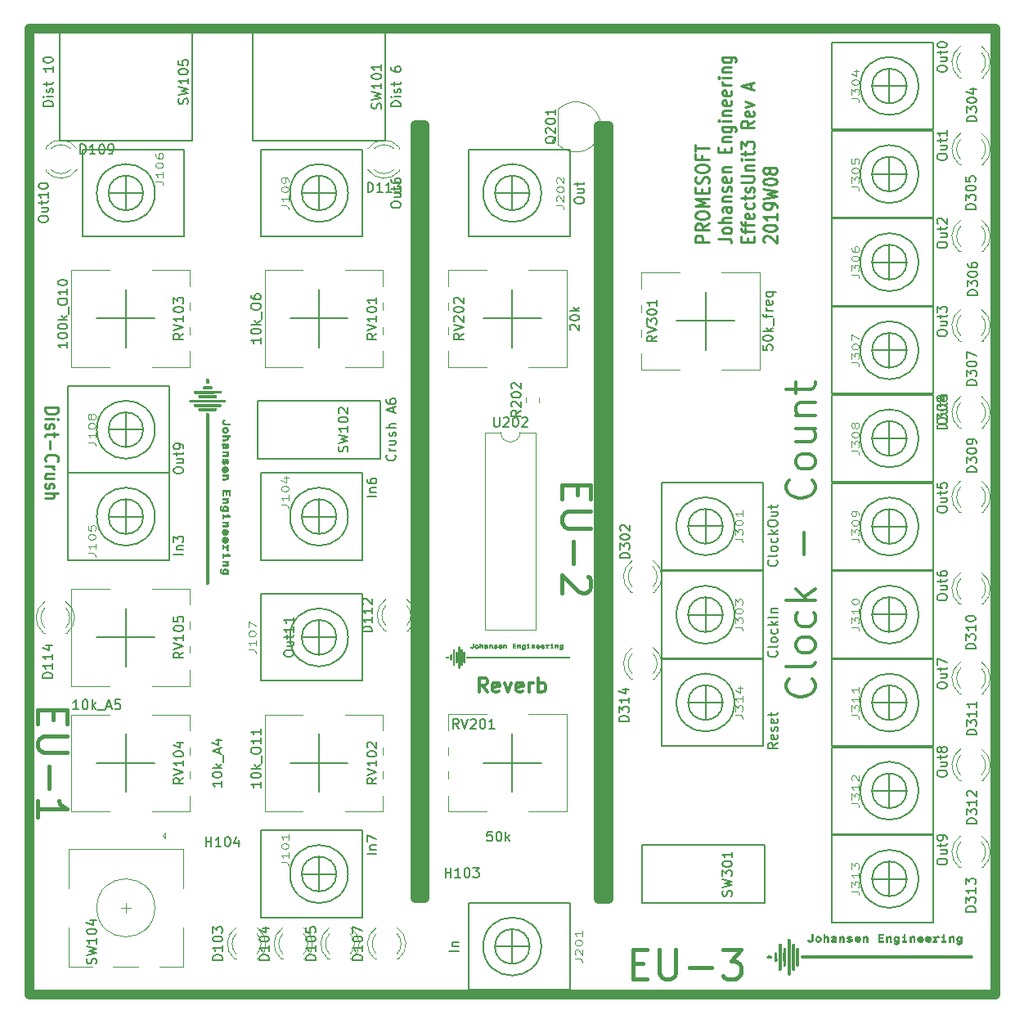
<source format=gbr>
%TF.GenerationSoftware,KiCad,Pcbnew,(5.0.2)-1*%
%TF.CreationDate,2019-02-28T19:15:16+01:00*%
%TF.ProjectId,Kicad-EffectsUnit1,4b696361-642d-4456-9666-65637473556e,Rev A*%
%TF.SameCoordinates,Original*%
%TF.FileFunction,Legend,Top*%
%TF.FilePolarity,Positive*%
%FSLAX46Y46*%
G04 Gerber Fmt 4.6, Leading zero omitted, Abs format (unit mm)*
G04 Created by KiCad (PCBNEW (5.0.2)-1) date 28/02/2019 19:15:16*
%MOMM*%
%LPD*%
G01*
G04 APERTURE LIST*
%ADD10C,0.350000*%
%ADD11C,0.400000*%
%ADD12C,0.300000*%
%ADD13C,0.250000*%
%ADD14C,1.000000*%
%ADD15C,0.010000*%
%ADD16C,0.150000*%
%ADD17C,0.120000*%
%ADD18C,0.200000*%
%ADD19C,0.125000*%
G04 APERTURE END LIST*
D10*
X181071428Y-117285714D02*
X181214285Y-117428571D01*
X181357142Y-117857142D01*
X181357142Y-118142857D01*
X181214285Y-118571428D01*
X180928571Y-118857142D01*
X180642857Y-119000000D01*
X180071428Y-119142857D01*
X179642857Y-119142857D01*
X179071428Y-119000000D01*
X178785714Y-118857142D01*
X178500000Y-118571428D01*
X178357142Y-118142857D01*
X178357142Y-117857142D01*
X178500000Y-117428571D01*
X178642857Y-117285714D01*
X181357142Y-115571428D02*
X181214285Y-115857142D01*
X180928571Y-116000000D01*
X178357142Y-116000000D01*
X181357142Y-114000000D02*
X181214285Y-114285714D01*
X181071428Y-114428571D01*
X180785714Y-114571428D01*
X179928571Y-114571428D01*
X179642857Y-114428571D01*
X179500000Y-114285714D01*
X179357142Y-114000000D01*
X179357142Y-113571428D01*
X179500000Y-113285714D01*
X179642857Y-113142857D01*
X179928571Y-113000000D01*
X180785714Y-113000000D01*
X181071428Y-113142857D01*
X181214285Y-113285714D01*
X181357142Y-113571428D01*
X181357142Y-114000000D01*
X181214285Y-110428571D02*
X181357142Y-110714285D01*
X181357142Y-111285714D01*
X181214285Y-111571428D01*
X181071428Y-111714285D01*
X180785714Y-111857142D01*
X179928571Y-111857142D01*
X179642857Y-111714285D01*
X179500000Y-111571428D01*
X179357142Y-111285714D01*
X179357142Y-110714285D01*
X179500000Y-110428571D01*
X181357142Y-109142857D02*
X178357142Y-109142857D01*
X180214285Y-108857142D02*
X181357142Y-108000000D01*
X179357142Y-108000000D02*
X180500000Y-109142857D01*
X180214285Y-104428571D02*
X180214285Y-102142857D01*
X181071428Y-96714285D02*
X181214285Y-96857142D01*
X181357142Y-97285714D01*
X181357142Y-97571428D01*
X181214285Y-98000000D01*
X180928571Y-98285714D01*
X180642857Y-98428571D01*
X180071428Y-98571428D01*
X179642857Y-98571428D01*
X179071428Y-98428571D01*
X178785714Y-98285714D01*
X178500000Y-98000000D01*
X178357142Y-97571428D01*
X178357142Y-97285714D01*
X178500000Y-96857142D01*
X178642857Y-96714285D01*
X181357142Y-95000000D02*
X181214285Y-95285714D01*
X181071428Y-95428571D01*
X180785714Y-95571428D01*
X179928571Y-95571428D01*
X179642857Y-95428571D01*
X179500000Y-95285714D01*
X179357142Y-95000000D01*
X179357142Y-94571428D01*
X179500000Y-94285714D01*
X179642857Y-94142857D01*
X179928571Y-94000000D01*
X180785714Y-94000000D01*
X181071428Y-94142857D01*
X181214285Y-94285714D01*
X181357142Y-94571428D01*
X181357142Y-95000000D01*
X179357142Y-91428571D02*
X181357142Y-91428571D01*
X179357142Y-92714285D02*
X180928571Y-92714285D01*
X181214285Y-92571428D01*
X181357142Y-92285714D01*
X181357142Y-91857142D01*
X181214285Y-91571428D01*
X181071428Y-91428571D01*
X179357142Y-90000000D02*
X181357142Y-90000000D01*
X179642857Y-90000000D02*
X179500000Y-89857142D01*
X179357142Y-89571428D01*
X179357142Y-89142857D01*
X179500000Y-88857142D01*
X179785714Y-88714285D01*
X181357142Y-88714285D01*
X179357142Y-87714285D02*
X179357142Y-86571428D01*
X178357142Y-87285714D02*
X180928571Y-87285714D01*
X181214285Y-87142857D01*
X181357142Y-86857142D01*
X181357142Y-86571428D01*
D11*
X162500000Y-146785714D02*
X163500000Y-146785714D01*
X163928571Y-148357142D02*
X162500000Y-148357142D01*
X162500000Y-145357142D01*
X163928571Y-145357142D01*
X165214285Y-145357142D02*
X165214285Y-147785714D01*
X165357142Y-148071428D01*
X165500000Y-148214285D01*
X165785714Y-148357142D01*
X166357142Y-148357142D01*
X166642857Y-148214285D01*
X166785714Y-148071428D01*
X166928571Y-147785714D01*
X166928571Y-145357142D01*
X168357142Y-147214285D02*
X170642857Y-147214285D01*
X171785714Y-145357142D02*
X173642857Y-145357142D01*
X172642857Y-146500000D01*
X173071428Y-146500000D01*
X173357142Y-146642857D01*
X173500000Y-146785714D01*
X173642857Y-147071428D01*
X173642857Y-147785714D01*
X173500000Y-148071428D01*
X173357142Y-148214285D01*
X173071428Y-148357142D01*
X172214285Y-148357142D01*
X171928571Y-148214285D01*
X171785714Y-148071428D01*
D12*
X147409285Y-118678571D02*
X146909285Y-117964285D01*
X146552142Y-118678571D02*
X146552142Y-117178571D01*
X147123571Y-117178571D01*
X147266428Y-117250000D01*
X147337857Y-117321428D01*
X147409285Y-117464285D01*
X147409285Y-117678571D01*
X147337857Y-117821428D01*
X147266428Y-117892857D01*
X147123571Y-117964285D01*
X146552142Y-117964285D01*
X148623571Y-118607142D02*
X148480714Y-118678571D01*
X148195000Y-118678571D01*
X148052142Y-118607142D01*
X147980714Y-118464285D01*
X147980714Y-117892857D01*
X148052142Y-117750000D01*
X148195000Y-117678571D01*
X148480714Y-117678571D01*
X148623571Y-117750000D01*
X148695000Y-117892857D01*
X148695000Y-118035714D01*
X147980714Y-118178571D01*
X149195000Y-117678571D02*
X149552142Y-118678571D01*
X149909285Y-117678571D01*
X151052142Y-118607142D02*
X150909285Y-118678571D01*
X150623571Y-118678571D01*
X150480714Y-118607142D01*
X150409285Y-118464285D01*
X150409285Y-117892857D01*
X150480714Y-117750000D01*
X150623571Y-117678571D01*
X150909285Y-117678571D01*
X151052142Y-117750000D01*
X151123571Y-117892857D01*
X151123571Y-118035714D01*
X150409285Y-118178571D01*
X151766428Y-118678571D02*
X151766428Y-117678571D01*
X151766428Y-117964285D02*
X151837857Y-117821428D01*
X151909285Y-117750000D01*
X152052142Y-117678571D01*
X152195000Y-117678571D01*
X152695000Y-118678571D02*
X152695000Y-117178571D01*
X152695000Y-117750000D02*
X152837857Y-117678571D01*
X153123571Y-117678571D01*
X153266428Y-117750000D01*
X153337857Y-117821428D01*
X153409285Y-117964285D01*
X153409285Y-118392857D01*
X153337857Y-118535714D01*
X153266428Y-118607142D01*
X153123571Y-118678571D01*
X152837857Y-118678571D01*
X152695000Y-118607142D01*
D11*
X156714285Y-97250000D02*
X156714285Y-98250000D01*
X155142857Y-98678571D02*
X155142857Y-97250000D01*
X158142857Y-97250000D01*
X158142857Y-98678571D01*
X158142857Y-99964285D02*
X155714285Y-99964285D01*
X155428571Y-100107142D01*
X155285714Y-100250000D01*
X155142857Y-100535714D01*
X155142857Y-101107142D01*
X155285714Y-101392857D01*
X155428571Y-101535714D01*
X155714285Y-101678571D01*
X158142857Y-101678571D01*
X156285714Y-103107142D02*
X156285714Y-105392857D01*
X157857142Y-106678571D02*
X158000000Y-106821428D01*
X158142857Y-107107142D01*
X158142857Y-107821428D01*
X158000000Y-108107142D01*
X157857142Y-108250000D01*
X157571428Y-108392857D01*
X157285714Y-108392857D01*
X156857142Y-108250000D01*
X155142857Y-106535714D01*
X155142857Y-108392857D01*
D13*
X101616666Y-89198214D02*
X103016666Y-89198214D01*
X103016666Y-89483928D01*
X102950000Y-89655357D01*
X102816666Y-89769642D01*
X102683333Y-89826785D01*
X102416666Y-89883928D01*
X102216666Y-89883928D01*
X101950000Y-89826785D01*
X101816666Y-89769642D01*
X101683333Y-89655357D01*
X101616666Y-89483928D01*
X101616666Y-89198214D01*
X101616666Y-90398214D02*
X102550000Y-90398214D01*
X103016666Y-90398214D02*
X102950000Y-90341071D01*
X102883333Y-90398214D01*
X102950000Y-90455357D01*
X103016666Y-90398214D01*
X102883333Y-90398214D01*
X101683333Y-90912500D02*
X101616666Y-91026785D01*
X101616666Y-91255357D01*
X101683333Y-91369642D01*
X101816666Y-91426785D01*
X101883333Y-91426785D01*
X102016666Y-91369642D01*
X102083333Y-91255357D01*
X102083333Y-91083928D01*
X102150000Y-90969642D01*
X102283333Y-90912500D01*
X102350000Y-90912500D01*
X102483333Y-90969642D01*
X102550000Y-91083928D01*
X102550000Y-91255357D01*
X102483333Y-91369642D01*
X102550000Y-91769642D02*
X102550000Y-92226785D01*
X103016666Y-91941071D02*
X101816666Y-91941071D01*
X101683333Y-91998214D01*
X101616666Y-92112500D01*
X101616666Y-92226785D01*
X102150000Y-92626785D02*
X102150000Y-93541071D01*
X101750000Y-94798214D02*
X101683333Y-94741071D01*
X101616666Y-94569642D01*
X101616666Y-94455357D01*
X101683333Y-94283928D01*
X101816666Y-94169642D01*
X101950000Y-94112500D01*
X102216666Y-94055357D01*
X102416666Y-94055357D01*
X102683333Y-94112500D01*
X102816666Y-94169642D01*
X102950000Y-94283928D01*
X103016666Y-94455357D01*
X103016666Y-94569642D01*
X102950000Y-94741071D01*
X102883333Y-94798214D01*
X101616666Y-95312500D02*
X102550000Y-95312500D01*
X102283333Y-95312500D02*
X102416666Y-95369642D01*
X102483333Y-95426785D01*
X102550000Y-95541071D01*
X102550000Y-95655357D01*
X102550000Y-96569642D02*
X101616666Y-96569642D01*
X102550000Y-96055357D02*
X101816666Y-96055357D01*
X101683333Y-96112500D01*
X101616666Y-96226785D01*
X101616666Y-96398214D01*
X101683333Y-96512500D01*
X101750000Y-96569642D01*
X101683333Y-97083928D02*
X101616666Y-97198214D01*
X101616666Y-97426785D01*
X101683333Y-97541071D01*
X101816666Y-97598214D01*
X101883333Y-97598214D01*
X102016666Y-97541071D01*
X102083333Y-97426785D01*
X102083333Y-97255357D01*
X102150000Y-97141071D01*
X102283333Y-97083928D01*
X102350000Y-97083928D01*
X102483333Y-97141071D01*
X102550000Y-97255357D01*
X102550000Y-97426785D01*
X102483333Y-97541071D01*
X101616666Y-98112500D02*
X103016666Y-98112500D01*
X101616666Y-98626785D02*
X102350000Y-98626785D01*
X102483333Y-98569642D01*
X102550000Y-98455357D01*
X102550000Y-98283928D01*
X102483333Y-98169642D01*
X102416666Y-98112500D01*
D14*
X159950000Y-60100000D02*
X159950000Y-140100000D01*
X158950000Y-140100000D02*
X158950000Y-60100000D01*
X158950000Y-60100000D02*
X159950000Y-60100000D01*
X158950000Y-140100000D02*
X159950000Y-140100000D01*
D11*
X102464285Y-120500000D02*
X102464285Y-121500000D01*
X100892857Y-121928571D02*
X100892857Y-120500000D01*
X103892857Y-120500000D01*
X103892857Y-121928571D01*
X103892857Y-123214285D02*
X101464285Y-123214285D01*
X101178571Y-123357142D01*
X101035714Y-123500000D01*
X100892857Y-123785714D01*
X100892857Y-124357142D01*
X101035714Y-124642857D01*
X101178571Y-124785714D01*
X101464285Y-124928571D01*
X103892857Y-124928571D01*
X102035714Y-126357142D02*
X102035714Y-128642857D01*
X100892857Y-131642857D02*
X100892857Y-129928571D01*
X100892857Y-130785714D02*
X103892857Y-130785714D01*
X103464285Y-130500000D01*
X103178571Y-130214285D01*
X103035714Y-129928571D01*
D14*
X139950000Y-140000000D02*
X140950000Y-140000000D01*
X139950000Y-60000000D02*
X140950000Y-60000000D01*
X139950000Y-140000000D02*
X139950000Y-60000000D01*
X140950000Y-60000000D02*
X140950000Y-140000000D01*
X200000000Y-50000000D02*
X100000000Y-50000000D01*
X200000000Y-150000000D02*
X200000000Y-50000000D01*
X100000000Y-150000000D02*
X200000000Y-150000000D01*
X100000000Y-50000000D02*
X100000000Y-150000000D01*
D13*
X170358333Y-72051785D02*
X168958333Y-72051785D01*
X168958333Y-71594642D01*
X169025000Y-71480357D01*
X169091666Y-71423214D01*
X169225000Y-71366071D01*
X169425000Y-71366071D01*
X169558333Y-71423214D01*
X169625000Y-71480357D01*
X169691666Y-71594642D01*
X169691666Y-72051785D01*
X170358333Y-70166071D02*
X169691666Y-70566071D01*
X170358333Y-70851785D02*
X168958333Y-70851785D01*
X168958333Y-70394642D01*
X169025000Y-70280357D01*
X169091666Y-70223214D01*
X169225000Y-70166071D01*
X169425000Y-70166071D01*
X169558333Y-70223214D01*
X169625000Y-70280357D01*
X169691666Y-70394642D01*
X169691666Y-70851785D01*
X168958333Y-69423214D02*
X168958333Y-69194642D01*
X169025000Y-69080357D01*
X169158333Y-68966071D01*
X169425000Y-68908928D01*
X169891666Y-68908928D01*
X170158333Y-68966071D01*
X170291666Y-69080357D01*
X170358333Y-69194642D01*
X170358333Y-69423214D01*
X170291666Y-69537500D01*
X170158333Y-69651785D01*
X169891666Y-69708928D01*
X169425000Y-69708928D01*
X169158333Y-69651785D01*
X169025000Y-69537500D01*
X168958333Y-69423214D01*
X170358333Y-68394642D02*
X168958333Y-68394642D01*
X169958333Y-67994642D01*
X168958333Y-67594642D01*
X170358333Y-67594642D01*
X169625000Y-67023214D02*
X169625000Y-66623214D01*
X170358333Y-66451785D02*
X170358333Y-67023214D01*
X168958333Y-67023214D01*
X168958333Y-66451785D01*
X170291666Y-65994642D02*
X170358333Y-65823214D01*
X170358333Y-65537500D01*
X170291666Y-65423214D01*
X170225000Y-65366071D01*
X170091666Y-65308928D01*
X169958333Y-65308928D01*
X169825000Y-65366071D01*
X169758333Y-65423214D01*
X169691666Y-65537500D01*
X169625000Y-65766071D01*
X169558333Y-65880357D01*
X169491666Y-65937500D01*
X169358333Y-65994642D01*
X169225000Y-65994642D01*
X169091666Y-65937500D01*
X169025000Y-65880357D01*
X168958333Y-65766071D01*
X168958333Y-65480357D01*
X169025000Y-65308928D01*
X168958333Y-64566071D02*
X168958333Y-64337500D01*
X169025000Y-64223214D01*
X169158333Y-64108928D01*
X169425000Y-64051785D01*
X169891666Y-64051785D01*
X170158333Y-64108928D01*
X170291666Y-64223214D01*
X170358333Y-64337500D01*
X170358333Y-64566071D01*
X170291666Y-64680357D01*
X170158333Y-64794642D01*
X169891666Y-64851785D01*
X169425000Y-64851785D01*
X169158333Y-64794642D01*
X169025000Y-64680357D01*
X168958333Y-64566071D01*
X169625000Y-63137500D02*
X169625000Y-63537500D01*
X170358333Y-63537500D02*
X168958333Y-63537500D01*
X168958333Y-62966071D01*
X168958333Y-62680357D02*
X168958333Y-61994642D01*
X170358333Y-62337500D02*
X168958333Y-62337500D01*
X171308333Y-71708928D02*
X172308333Y-71708928D01*
X172508333Y-71766071D01*
X172641666Y-71880357D01*
X172708333Y-72051785D01*
X172708333Y-72166071D01*
X172708333Y-70966071D02*
X172641666Y-71080357D01*
X172575000Y-71137500D01*
X172441666Y-71194642D01*
X172041666Y-71194642D01*
X171908333Y-71137500D01*
X171841666Y-71080357D01*
X171775000Y-70966071D01*
X171775000Y-70794642D01*
X171841666Y-70680357D01*
X171908333Y-70623214D01*
X172041666Y-70566071D01*
X172441666Y-70566071D01*
X172575000Y-70623214D01*
X172641666Y-70680357D01*
X172708333Y-70794642D01*
X172708333Y-70966071D01*
X172708333Y-70051785D02*
X171308333Y-70051785D01*
X172708333Y-69537500D02*
X171975000Y-69537500D01*
X171841666Y-69594642D01*
X171775000Y-69708928D01*
X171775000Y-69880357D01*
X171841666Y-69994642D01*
X171908333Y-70051785D01*
X172708333Y-68451785D02*
X171975000Y-68451785D01*
X171841666Y-68508928D01*
X171775000Y-68623214D01*
X171775000Y-68851785D01*
X171841666Y-68966071D01*
X172641666Y-68451785D02*
X172708333Y-68566071D01*
X172708333Y-68851785D01*
X172641666Y-68966071D01*
X172508333Y-69023214D01*
X172375000Y-69023214D01*
X172241666Y-68966071D01*
X172175000Y-68851785D01*
X172175000Y-68566071D01*
X172108333Y-68451785D01*
X171775000Y-67880357D02*
X172708333Y-67880357D01*
X171908333Y-67880357D02*
X171841666Y-67823214D01*
X171775000Y-67708928D01*
X171775000Y-67537500D01*
X171841666Y-67423214D01*
X171975000Y-67366071D01*
X172708333Y-67366071D01*
X172641666Y-66851785D02*
X172708333Y-66737500D01*
X172708333Y-66508928D01*
X172641666Y-66394642D01*
X172508333Y-66337500D01*
X172441666Y-66337500D01*
X172308333Y-66394642D01*
X172241666Y-66508928D01*
X172241666Y-66680357D01*
X172175000Y-66794642D01*
X172041666Y-66851785D01*
X171975000Y-66851785D01*
X171841666Y-66794642D01*
X171775000Y-66680357D01*
X171775000Y-66508928D01*
X171841666Y-66394642D01*
X172641666Y-65366071D02*
X172708333Y-65480357D01*
X172708333Y-65708928D01*
X172641666Y-65823214D01*
X172508333Y-65880357D01*
X171975000Y-65880357D01*
X171841666Y-65823214D01*
X171775000Y-65708928D01*
X171775000Y-65480357D01*
X171841666Y-65366071D01*
X171975000Y-65308928D01*
X172108333Y-65308928D01*
X172241666Y-65880357D01*
X171775000Y-64794642D02*
X172708333Y-64794642D01*
X171908333Y-64794642D02*
X171841666Y-64737500D01*
X171775000Y-64623214D01*
X171775000Y-64451785D01*
X171841666Y-64337500D01*
X171975000Y-64280357D01*
X172708333Y-64280357D01*
X171975000Y-62794642D02*
X171975000Y-62394642D01*
X172708333Y-62223214D02*
X172708333Y-62794642D01*
X171308333Y-62794642D01*
X171308333Y-62223214D01*
X171775000Y-61708928D02*
X172708333Y-61708928D01*
X171908333Y-61708928D02*
X171841666Y-61651785D01*
X171775000Y-61537500D01*
X171775000Y-61366071D01*
X171841666Y-61251785D01*
X171975000Y-61194642D01*
X172708333Y-61194642D01*
X171775000Y-60108928D02*
X172908333Y-60108928D01*
X173041666Y-60166071D01*
X173108333Y-60223214D01*
X173175000Y-60337500D01*
X173175000Y-60508928D01*
X173108333Y-60623214D01*
X172641666Y-60108928D02*
X172708333Y-60223214D01*
X172708333Y-60451785D01*
X172641666Y-60566071D01*
X172575000Y-60623214D01*
X172441666Y-60680357D01*
X172041666Y-60680357D01*
X171908333Y-60623214D01*
X171841666Y-60566071D01*
X171775000Y-60451785D01*
X171775000Y-60223214D01*
X171841666Y-60108928D01*
X172708333Y-59537500D02*
X171775000Y-59537500D01*
X171308333Y-59537500D02*
X171375000Y-59594642D01*
X171441666Y-59537500D01*
X171375000Y-59480357D01*
X171308333Y-59537500D01*
X171441666Y-59537500D01*
X171775000Y-58966071D02*
X172708333Y-58966071D01*
X171908333Y-58966071D02*
X171841666Y-58908928D01*
X171775000Y-58794642D01*
X171775000Y-58623214D01*
X171841666Y-58508928D01*
X171975000Y-58451785D01*
X172708333Y-58451785D01*
X172641666Y-57423214D02*
X172708333Y-57537500D01*
X172708333Y-57766071D01*
X172641666Y-57880357D01*
X172508333Y-57937500D01*
X171975000Y-57937500D01*
X171841666Y-57880357D01*
X171775000Y-57766071D01*
X171775000Y-57537500D01*
X171841666Y-57423214D01*
X171975000Y-57366071D01*
X172108333Y-57366071D01*
X172241666Y-57937500D01*
X172641666Y-56394642D02*
X172708333Y-56508928D01*
X172708333Y-56737500D01*
X172641666Y-56851785D01*
X172508333Y-56908928D01*
X171975000Y-56908928D01*
X171841666Y-56851785D01*
X171775000Y-56737500D01*
X171775000Y-56508928D01*
X171841666Y-56394642D01*
X171975000Y-56337500D01*
X172108333Y-56337500D01*
X172241666Y-56908928D01*
X172708333Y-55823214D02*
X171775000Y-55823214D01*
X172041666Y-55823214D02*
X171908333Y-55766071D01*
X171841666Y-55708928D01*
X171775000Y-55594642D01*
X171775000Y-55480357D01*
X172708333Y-55080357D02*
X171775000Y-55080357D01*
X171308333Y-55080357D02*
X171375000Y-55137500D01*
X171441666Y-55080357D01*
X171375000Y-55023214D01*
X171308333Y-55080357D01*
X171441666Y-55080357D01*
X171775000Y-54508928D02*
X172708333Y-54508928D01*
X171908333Y-54508928D02*
X171841666Y-54451785D01*
X171775000Y-54337500D01*
X171775000Y-54166071D01*
X171841666Y-54051785D01*
X171975000Y-53994642D01*
X172708333Y-53994642D01*
X171775000Y-52908928D02*
X172908333Y-52908928D01*
X173041666Y-52966071D01*
X173108333Y-53023214D01*
X173175000Y-53137500D01*
X173175000Y-53308928D01*
X173108333Y-53423214D01*
X172641666Y-52908928D02*
X172708333Y-53023214D01*
X172708333Y-53251785D01*
X172641666Y-53366071D01*
X172575000Y-53423214D01*
X172441666Y-53480357D01*
X172041666Y-53480357D01*
X171908333Y-53423214D01*
X171841666Y-53366071D01*
X171775000Y-53251785D01*
X171775000Y-53023214D01*
X171841666Y-52908928D01*
X174325000Y-72051785D02*
X174325000Y-71651785D01*
X175058333Y-71480357D02*
X175058333Y-72051785D01*
X173658333Y-72051785D01*
X173658333Y-71480357D01*
X174125000Y-71137500D02*
X174125000Y-70680357D01*
X175058333Y-70966071D02*
X173858333Y-70966071D01*
X173725000Y-70908928D01*
X173658333Y-70794642D01*
X173658333Y-70680357D01*
X174125000Y-70451785D02*
X174125000Y-69994642D01*
X175058333Y-70280357D02*
X173858333Y-70280357D01*
X173725000Y-70223214D01*
X173658333Y-70108928D01*
X173658333Y-69994642D01*
X174991666Y-69137500D02*
X175058333Y-69251785D01*
X175058333Y-69480357D01*
X174991666Y-69594642D01*
X174858333Y-69651785D01*
X174325000Y-69651785D01*
X174191666Y-69594642D01*
X174125000Y-69480357D01*
X174125000Y-69251785D01*
X174191666Y-69137500D01*
X174325000Y-69080357D01*
X174458333Y-69080357D01*
X174591666Y-69651785D01*
X174991666Y-68051785D02*
X175058333Y-68166071D01*
X175058333Y-68394642D01*
X174991666Y-68508928D01*
X174925000Y-68566071D01*
X174791666Y-68623214D01*
X174391666Y-68623214D01*
X174258333Y-68566071D01*
X174191666Y-68508928D01*
X174125000Y-68394642D01*
X174125000Y-68166071D01*
X174191666Y-68051785D01*
X174125000Y-67708928D02*
X174125000Y-67251785D01*
X173658333Y-67537500D02*
X174858333Y-67537500D01*
X174991666Y-67480357D01*
X175058333Y-67366071D01*
X175058333Y-67251785D01*
X174991666Y-66908928D02*
X175058333Y-66794642D01*
X175058333Y-66566071D01*
X174991666Y-66451785D01*
X174858333Y-66394642D01*
X174791666Y-66394642D01*
X174658333Y-66451785D01*
X174591666Y-66566071D01*
X174591666Y-66737500D01*
X174525000Y-66851785D01*
X174391666Y-66908928D01*
X174325000Y-66908928D01*
X174191666Y-66851785D01*
X174125000Y-66737500D01*
X174125000Y-66566071D01*
X174191666Y-66451785D01*
X173658333Y-65880357D02*
X174791666Y-65880357D01*
X174925000Y-65823214D01*
X174991666Y-65766071D01*
X175058333Y-65651785D01*
X175058333Y-65423214D01*
X174991666Y-65308928D01*
X174925000Y-65251785D01*
X174791666Y-65194642D01*
X173658333Y-65194642D01*
X174125000Y-64623214D02*
X175058333Y-64623214D01*
X174258333Y-64623214D02*
X174191666Y-64566071D01*
X174125000Y-64451785D01*
X174125000Y-64280357D01*
X174191666Y-64166071D01*
X174325000Y-64108928D01*
X175058333Y-64108928D01*
X175058333Y-63537500D02*
X174125000Y-63537500D01*
X173658333Y-63537500D02*
X173725000Y-63594642D01*
X173791666Y-63537500D01*
X173725000Y-63480357D01*
X173658333Y-63537500D01*
X173791666Y-63537500D01*
X174125000Y-63137500D02*
X174125000Y-62680357D01*
X173658333Y-62966071D02*
X174858333Y-62966071D01*
X174991666Y-62908928D01*
X175058333Y-62794642D01*
X175058333Y-62680357D01*
X173658333Y-62394642D02*
X173658333Y-61651785D01*
X174191666Y-62051785D01*
X174191666Y-61880357D01*
X174258333Y-61766071D01*
X174325000Y-61708928D01*
X174458333Y-61651785D01*
X174791666Y-61651785D01*
X174925000Y-61708928D01*
X174991666Y-61766071D01*
X175058333Y-61880357D01*
X175058333Y-62223214D01*
X174991666Y-62337500D01*
X174925000Y-62394642D01*
X175058333Y-59537500D02*
X174391666Y-59937500D01*
X175058333Y-60223214D02*
X173658333Y-60223214D01*
X173658333Y-59766071D01*
X173725000Y-59651785D01*
X173791666Y-59594642D01*
X173925000Y-59537500D01*
X174125000Y-59537500D01*
X174258333Y-59594642D01*
X174325000Y-59651785D01*
X174391666Y-59766071D01*
X174391666Y-60223214D01*
X174991666Y-58566071D02*
X175058333Y-58680357D01*
X175058333Y-58908928D01*
X174991666Y-59023214D01*
X174858333Y-59080357D01*
X174325000Y-59080357D01*
X174191666Y-59023214D01*
X174125000Y-58908928D01*
X174125000Y-58680357D01*
X174191666Y-58566071D01*
X174325000Y-58508928D01*
X174458333Y-58508928D01*
X174591666Y-59080357D01*
X174125000Y-58108928D02*
X175058333Y-57823214D01*
X174125000Y-57537500D01*
X174658333Y-56223214D02*
X174658333Y-55651785D01*
X175058333Y-56337500D02*
X173658333Y-55937500D01*
X175058333Y-55537500D01*
X176141666Y-72108928D02*
X176075000Y-72051785D01*
X176008333Y-71937500D01*
X176008333Y-71651785D01*
X176075000Y-71537500D01*
X176141666Y-71480357D01*
X176275000Y-71423214D01*
X176408333Y-71423214D01*
X176608333Y-71480357D01*
X177408333Y-72166071D01*
X177408333Y-71423214D01*
X176008333Y-70680357D02*
X176008333Y-70566071D01*
X176075000Y-70451785D01*
X176141666Y-70394642D01*
X176275000Y-70337500D01*
X176541666Y-70280357D01*
X176875000Y-70280357D01*
X177141666Y-70337500D01*
X177275000Y-70394642D01*
X177341666Y-70451785D01*
X177408333Y-70566071D01*
X177408333Y-70680357D01*
X177341666Y-70794642D01*
X177275000Y-70851785D01*
X177141666Y-70908928D01*
X176875000Y-70966071D01*
X176541666Y-70966071D01*
X176275000Y-70908928D01*
X176141666Y-70851785D01*
X176075000Y-70794642D01*
X176008333Y-70680357D01*
X177408333Y-69137500D02*
X177408333Y-69823214D01*
X177408333Y-69480357D02*
X176008333Y-69480357D01*
X176208333Y-69594642D01*
X176341666Y-69708928D01*
X176408333Y-69823214D01*
X177408333Y-68566071D02*
X177408333Y-68337500D01*
X177341666Y-68223214D01*
X177275000Y-68166071D01*
X177075000Y-68051785D01*
X176808333Y-67994642D01*
X176275000Y-67994642D01*
X176141666Y-68051785D01*
X176075000Y-68108928D01*
X176008333Y-68223214D01*
X176008333Y-68451785D01*
X176075000Y-68566071D01*
X176141666Y-68623214D01*
X176275000Y-68680357D01*
X176608333Y-68680357D01*
X176741666Y-68623214D01*
X176808333Y-68566071D01*
X176875000Y-68451785D01*
X176875000Y-68223214D01*
X176808333Y-68108928D01*
X176741666Y-68051785D01*
X176608333Y-67994642D01*
X176008333Y-67594642D02*
X177408333Y-67308928D01*
X176408333Y-67080357D01*
X177408333Y-66851785D01*
X176008333Y-66566071D01*
X176008333Y-65880357D02*
X176008333Y-65766071D01*
X176075000Y-65651785D01*
X176141666Y-65594642D01*
X176275000Y-65537500D01*
X176541666Y-65480357D01*
X176875000Y-65480357D01*
X177141666Y-65537500D01*
X177275000Y-65594642D01*
X177341666Y-65651785D01*
X177408333Y-65766071D01*
X177408333Y-65880357D01*
X177341666Y-65994642D01*
X177275000Y-66051785D01*
X177141666Y-66108928D01*
X176875000Y-66166071D01*
X176541666Y-66166071D01*
X176275000Y-66108928D01*
X176141666Y-66051785D01*
X176075000Y-65994642D01*
X176008333Y-65880357D01*
X176608333Y-64794642D02*
X176541666Y-64908928D01*
X176475000Y-64966071D01*
X176341666Y-65023214D01*
X176275000Y-65023214D01*
X176141666Y-64966071D01*
X176075000Y-64908928D01*
X176008333Y-64794642D01*
X176008333Y-64566071D01*
X176075000Y-64451785D01*
X176141666Y-64394642D01*
X176275000Y-64337500D01*
X176341666Y-64337500D01*
X176475000Y-64394642D01*
X176541666Y-64451785D01*
X176608333Y-64566071D01*
X176608333Y-64794642D01*
X176675000Y-64908928D01*
X176741666Y-64966071D01*
X176875000Y-65023214D01*
X177141666Y-65023214D01*
X177275000Y-64966071D01*
X177341666Y-64908928D01*
X177408333Y-64794642D01*
X177408333Y-64566071D01*
X177341666Y-64451785D01*
X177275000Y-64394642D01*
X177141666Y-64337500D01*
X176875000Y-64337500D01*
X176741666Y-64394642D01*
X176675000Y-64451785D01*
X176608333Y-64566071D01*
D15*
G36*
X120241621Y-88579442D02*
X120233383Y-88586437D01*
X120225882Y-88592049D01*
X120217179Y-88597029D01*
X120205316Y-88601414D01*
X120188331Y-88605242D01*
X120164267Y-88608550D01*
X120131164Y-88611377D01*
X120087063Y-88613761D01*
X120030004Y-88615739D01*
X119958029Y-88617350D01*
X119869177Y-88618630D01*
X119761490Y-88619618D01*
X119633009Y-88620352D01*
X119481774Y-88620869D01*
X119305826Y-88621208D01*
X119103205Y-88621406D01*
X118871953Y-88621501D01*
X118610110Y-88621530D01*
X118416002Y-88621533D01*
X116643237Y-88621533D01*
X116606419Y-88582341D01*
X116575428Y-88528923D01*
X116574364Y-88472561D01*
X116603212Y-88422332D01*
X116606660Y-88418992D01*
X116613009Y-88413482D01*
X116620832Y-88408591D01*
X116632078Y-88404284D01*
X116648691Y-88400522D01*
X116672620Y-88397269D01*
X116705811Y-88394488D01*
X116750211Y-88392142D01*
X116807767Y-88390194D01*
X116880426Y-88388607D01*
X116970135Y-88387344D01*
X117078840Y-88386368D01*
X117208489Y-88385643D01*
X117361029Y-88385130D01*
X117538405Y-88384793D01*
X117742567Y-88384595D01*
X117975459Y-88384499D01*
X118239030Y-88384469D01*
X118424041Y-88384466D01*
X120204363Y-88384466D01*
X120241182Y-88423658D01*
X120273026Y-88477076D01*
X120273069Y-88531159D01*
X120241621Y-88579442D01*
X120241621Y-88579442D01*
G37*
X120241621Y-88579442D02*
X120233383Y-88586437D01*
X120225882Y-88592049D01*
X120217179Y-88597029D01*
X120205316Y-88601414D01*
X120188331Y-88605242D01*
X120164267Y-88608550D01*
X120131164Y-88611377D01*
X120087063Y-88613761D01*
X120030004Y-88615739D01*
X119958029Y-88617350D01*
X119869177Y-88618630D01*
X119761490Y-88619618D01*
X119633009Y-88620352D01*
X119481774Y-88620869D01*
X119305826Y-88621208D01*
X119103205Y-88621406D01*
X118871953Y-88621501D01*
X118610110Y-88621530D01*
X118416002Y-88621533D01*
X116643237Y-88621533D01*
X116606419Y-88582341D01*
X116575428Y-88528923D01*
X116574364Y-88472561D01*
X116603212Y-88422332D01*
X116606660Y-88418992D01*
X116613009Y-88413482D01*
X116620832Y-88408591D01*
X116632078Y-88404284D01*
X116648691Y-88400522D01*
X116672620Y-88397269D01*
X116705811Y-88394488D01*
X116750211Y-88392142D01*
X116807767Y-88390194D01*
X116880426Y-88388607D01*
X116970135Y-88387344D01*
X117078840Y-88386368D01*
X117208489Y-88385643D01*
X117361029Y-88385130D01*
X117538405Y-88384793D01*
X117742567Y-88384595D01*
X117975459Y-88384499D01*
X118239030Y-88384469D01*
X118424041Y-88384466D01*
X120204363Y-88384466D01*
X120241182Y-88423658D01*
X120273026Y-88477076D01*
X120273069Y-88531159D01*
X120241621Y-88579442D01*
G36*
X119801553Y-87626713D02*
X119775265Y-87671138D01*
X119732578Y-87696283D01*
X119709769Y-87697946D01*
X119655794Y-87699533D01*
X119573353Y-87701023D01*
X119465146Y-87702392D01*
X119333874Y-87703621D01*
X119182236Y-87704687D01*
X119012934Y-87705569D01*
X118828668Y-87706246D01*
X118632137Y-87706695D01*
X118426043Y-87706895D01*
X118401864Y-87706902D01*
X117109927Y-87707133D01*
X117068364Y-87665569D01*
X117033882Y-87616914D01*
X117031799Y-87568581D01*
X117061865Y-87514722D01*
X117061896Y-87514683D01*
X117096992Y-87470066D01*
X118409209Y-87470066D01*
X118688252Y-87470278D01*
X118933874Y-87470916D01*
X119146517Y-87471987D01*
X119326622Y-87473496D01*
X119474633Y-87475450D01*
X119590992Y-87477855D01*
X119676142Y-87480716D01*
X119730524Y-87484039D01*
X119754581Y-87487830D01*
X119754991Y-87488029D01*
X119792561Y-87524525D01*
X119807700Y-87574297D01*
X119801553Y-87626713D01*
X119801553Y-87626713D01*
G37*
X119801553Y-87626713D02*
X119775265Y-87671138D01*
X119732578Y-87696283D01*
X119709769Y-87697946D01*
X119655794Y-87699533D01*
X119573353Y-87701023D01*
X119465146Y-87702392D01*
X119333874Y-87703621D01*
X119182236Y-87704687D01*
X119012934Y-87705569D01*
X118828668Y-87706246D01*
X118632137Y-87706695D01*
X118426043Y-87706895D01*
X118401864Y-87706902D01*
X117109927Y-87707133D01*
X117068364Y-87665569D01*
X117033882Y-87616914D01*
X117031799Y-87568581D01*
X117061865Y-87514722D01*
X117061896Y-87514683D01*
X117096992Y-87470066D01*
X118409209Y-87470066D01*
X118688252Y-87470278D01*
X118933874Y-87470916D01*
X119146517Y-87471987D01*
X119326622Y-87473496D01*
X119474633Y-87475450D01*
X119590992Y-87477855D01*
X119676142Y-87480716D01*
X119730524Y-87484039D01*
X119754581Y-87487830D01*
X119754991Y-87488029D01*
X119792561Y-87524525D01*
X119807700Y-87574297D01*
X119801553Y-87626713D01*
G36*
X119795883Y-89018405D02*
X119770946Y-89047505D01*
X119762570Y-89053269D01*
X119751132Y-89058278D01*
X119734348Y-89062584D01*
X119709934Y-89066242D01*
X119675607Y-89069303D01*
X119629084Y-89071820D01*
X119568080Y-89073847D01*
X119490314Y-89075435D01*
X119393500Y-89076639D01*
X119275355Y-89077509D01*
X119133597Y-89078101D01*
X118965940Y-89078466D01*
X118770103Y-89078657D01*
X118543801Y-89078727D01*
X118421155Y-89078733D01*
X117109927Y-89078733D01*
X117068364Y-89037169D01*
X117033565Y-88986565D01*
X117032522Y-88936911D01*
X117065235Y-88886418D01*
X117068364Y-88883230D01*
X117109927Y-88841666D01*
X118421155Y-88841666D01*
X118663211Y-88841696D01*
X118873684Y-88841821D01*
X119054858Y-88842094D01*
X119209016Y-88842568D01*
X119338441Y-88843296D01*
X119445417Y-88844330D01*
X119532227Y-88845723D01*
X119601156Y-88847528D01*
X119654486Y-88849799D01*
X119694501Y-88852587D01*
X119723485Y-88855945D01*
X119743721Y-88859927D01*
X119757492Y-88864586D01*
X119767083Y-88869973D01*
X119770946Y-88872894D01*
X119803385Y-88918979D01*
X119809511Y-88960200D01*
X119795883Y-89018405D01*
X119795883Y-89018405D01*
G37*
X119795883Y-89018405D02*
X119770946Y-89047505D01*
X119762570Y-89053269D01*
X119751132Y-89058278D01*
X119734348Y-89062584D01*
X119709934Y-89066242D01*
X119675607Y-89069303D01*
X119629084Y-89071820D01*
X119568080Y-89073847D01*
X119490314Y-89075435D01*
X119393500Y-89076639D01*
X119275355Y-89077509D01*
X119133597Y-89078101D01*
X118965940Y-89078466D01*
X118770103Y-89078657D01*
X118543801Y-89078727D01*
X118421155Y-89078733D01*
X117109927Y-89078733D01*
X117068364Y-89037169D01*
X117033565Y-88986565D01*
X117032522Y-88936911D01*
X117065235Y-88886418D01*
X117068364Y-88883230D01*
X117109927Y-88841666D01*
X118421155Y-88841666D01*
X118663211Y-88841696D01*
X118873684Y-88841821D01*
X119054858Y-88842094D01*
X119209016Y-88842568D01*
X119338441Y-88843296D01*
X119445417Y-88844330D01*
X119532227Y-88845723D01*
X119601156Y-88847528D01*
X119654486Y-88849799D01*
X119694501Y-88852587D01*
X119723485Y-88855945D01*
X119743721Y-88859927D01*
X119757492Y-88864586D01*
X119767083Y-88869973D01*
X119770946Y-88872894D01*
X119803385Y-88918979D01*
X119809511Y-88960200D01*
X119795883Y-89018405D01*
G36*
X119335512Y-88103871D02*
X119333708Y-88106765D01*
X119323642Y-88119532D01*
X119310053Y-88130264D01*
X119290122Y-88139137D01*
X119261031Y-88146326D01*
X119219960Y-88152007D01*
X119164092Y-88156356D01*
X119090607Y-88159549D01*
X118996687Y-88161762D01*
X118879514Y-88163170D01*
X118736267Y-88163950D01*
X118564130Y-88164278D01*
X118411173Y-88164333D01*
X118221374Y-88164298D01*
X118062533Y-88164116D01*
X117931742Y-88163673D01*
X117826094Y-88162853D01*
X117742681Y-88161542D01*
X117678593Y-88159624D01*
X117630924Y-88156984D01*
X117596764Y-88153508D01*
X117573206Y-88149080D01*
X117557343Y-88143586D01*
X117546265Y-88136910D01*
X117537993Y-88129807D01*
X117507998Y-88083279D01*
X117500475Y-88028828D01*
X117515384Y-87978871D01*
X117538568Y-87953626D01*
X117550515Y-87947608D01*
X117569568Y-87942563D01*
X117598523Y-87938408D01*
X117640178Y-87935062D01*
X117697331Y-87932440D01*
X117772780Y-87930459D01*
X117869321Y-87929038D01*
X117989752Y-87928093D01*
X118136871Y-87927540D01*
X118313475Y-87927298D01*
X118427568Y-87927266D01*
X118619271Y-87927303D01*
X118779976Y-87927488D01*
X118912551Y-87927930D01*
X119019866Y-87928739D01*
X119104790Y-87930025D01*
X119170190Y-87931897D01*
X119218937Y-87934466D01*
X119253897Y-87937840D01*
X119277941Y-87942130D01*
X119293937Y-87947446D01*
X119304754Y-87953897D01*
X119312800Y-87961133D01*
X119338009Y-88004569D01*
X119346400Y-88057859D01*
X119335512Y-88103871D01*
X119335512Y-88103871D01*
G37*
X119335512Y-88103871D02*
X119333708Y-88106765D01*
X119323642Y-88119532D01*
X119310053Y-88130264D01*
X119290122Y-88139137D01*
X119261031Y-88146326D01*
X119219960Y-88152007D01*
X119164092Y-88156356D01*
X119090607Y-88159549D01*
X118996687Y-88161762D01*
X118879514Y-88163170D01*
X118736267Y-88163950D01*
X118564130Y-88164278D01*
X118411173Y-88164333D01*
X118221374Y-88164298D01*
X118062533Y-88164116D01*
X117931742Y-88163673D01*
X117826094Y-88162853D01*
X117742681Y-88161542D01*
X117678593Y-88159624D01*
X117630924Y-88156984D01*
X117596764Y-88153508D01*
X117573206Y-88149080D01*
X117557343Y-88143586D01*
X117546265Y-88136910D01*
X117537993Y-88129807D01*
X117507998Y-88083279D01*
X117500475Y-88028828D01*
X117515384Y-87978871D01*
X117538568Y-87953626D01*
X117550515Y-87947608D01*
X117569568Y-87942563D01*
X117598523Y-87938408D01*
X117640178Y-87935062D01*
X117697331Y-87932440D01*
X117772780Y-87930459D01*
X117869321Y-87929038D01*
X117989752Y-87928093D01*
X118136871Y-87927540D01*
X118313475Y-87927298D01*
X118427568Y-87927266D01*
X118619271Y-87927303D01*
X118779976Y-87927488D01*
X118912551Y-87927930D01*
X119019866Y-87928739D01*
X119104790Y-87930025D01*
X119170190Y-87931897D01*
X119218937Y-87934466D01*
X119253897Y-87937840D01*
X119277941Y-87942130D01*
X119293937Y-87947446D01*
X119304754Y-87953897D01*
X119312800Y-87961133D01*
X119338009Y-88004569D01*
X119346400Y-88057859D01*
X119335512Y-88103871D01*
G36*
X119321136Y-89458814D02*
X119312800Y-89468200D01*
X119304241Y-89475824D01*
X119293213Y-89482209D01*
X119276846Y-89487465D01*
X119252273Y-89491702D01*
X119216623Y-89495029D01*
X119167029Y-89497556D01*
X119100622Y-89499393D01*
X119014533Y-89500650D01*
X118905894Y-89501435D01*
X118771835Y-89501860D01*
X118609488Y-89502034D01*
X118427568Y-89502066D01*
X118233034Y-89501962D01*
X118069569Y-89501595D01*
X117934376Y-89500883D01*
X117824655Y-89499741D01*
X117737612Y-89498087D01*
X117670446Y-89495839D01*
X117620362Y-89492912D01*
X117584562Y-89489225D01*
X117560248Y-89484695D01*
X117544622Y-89479237D01*
X117538568Y-89475706D01*
X117508291Y-89436016D01*
X117500418Y-89383311D01*
X117514991Y-89330010D01*
X117537993Y-89299526D01*
X117547182Y-89291744D01*
X117558527Y-89285228D01*
X117574910Y-89279867D01*
X117599219Y-89275547D01*
X117634335Y-89272157D01*
X117683145Y-89269583D01*
X117748532Y-89267714D01*
X117833381Y-89266437D01*
X117940577Y-89265639D01*
X118073004Y-89265209D01*
X118233547Y-89265033D01*
X118423800Y-89265000D01*
X118615142Y-89265034D01*
X118775501Y-89265210D01*
X118907763Y-89265643D01*
X119014811Y-89266443D01*
X119099531Y-89267724D01*
X119164806Y-89269597D01*
X119213522Y-89272175D01*
X119248563Y-89275571D01*
X119272813Y-89279897D01*
X119289157Y-89285265D01*
X119300479Y-89291788D01*
X119309607Y-89299526D01*
X119340075Y-89348651D01*
X119343999Y-89406057D01*
X119321136Y-89458814D01*
X119321136Y-89458814D01*
G37*
X119321136Y-89458814D02*
X119312800Y-89468200D01*
X119304241Y-89475824D01*
X119293213Y-89482209D01*
X119276846Y-89487465D01*
X119252273Y-89491702D01*
X119216623Y-89495029D01*
X119167029Y-89497556D01*
X119100622Y-89499393D01*
X119014533Y-89500650D01*
X118905894Y-89501435D01*
X118771835Y-89501860D01*
X118609488Y-89502034D01*
X118427568Y-89502066D01*
X118233034Y-89501962D01*
X118069569Y-89501595D01*
X117934376Y-89500883D01*
X117824655Y-89499741D01*
X117737612Y-89498087D01*
X117670446Y-89495839D01*
X117620362Y-89492912D01*
X117584562Y-89489225D01*
X117560248Y-89484695D01*
X117544622Y-89479237D01*
X117538568Y-89475706D01*
X117508291Y-89436016D01*
X117500418Y-89383311D01*
X117514991Y-89330010D01*
X117537993Y-89299526D01*
X117547182Y-89291744D01*
X117558527Y-89285228D01*
X117574910Y-89279867D01*
X117599219Y-89275547D01*
X117634335Y-89272157D01*
X117683145Y-89269583D01*
X117748532Y-89267714D01*
X117833381Y-89266437D01*
X117940577Y-89265639D01*
X118073004Y-89265209D01*
X118233547Y-89265033D01*
X118423800Y-89265000D01*
X118615142Y-89265034D01*
X118775501Y-89265210D01*
X118907763Y-89265643D01*
X119014811Y-89266443D01*
X119099531Y-89267724D01*
X119164806Y-89269597D01*
X119213522Y-89272175D01*
X119248563Y-89275571D01*
X119272813Y-89279897D01*
X119289157Y-89285265D01*
X119300479Y-89291788D01*
X119309607Y-89299526D01*
X119340075Y-89348651D01*
X119343999Y-89406057D01*
X119321136Y-89458814D01*
G36*
X118882594Y-87157742D02*
X118857124Y-87201490D01*
X118845978Y-87214254D01*
X118832929Y-87224026D01*
X118813565Y-87231276D01*
X118783478Y-87236474D01*
X118738256Y-87240089D01*
X118673490Y-87242592D01*
X118584769Y-87244452D01*
X118467682Y-87246139D01*
X118433905Y-87246584D01*
X118043029Y-87251701D01*
X118000581Y-87209253D01*
X117965302Y-87156246D01*
X117963032Y-87103036D01*
X117993843Y-87053053D01*
X117997325Y-87049685D01*
X118011152Y-87037900D01*
X118027268Y-87028941D01*
X118050172Y-87022420D01*
X118084368Y-87017952D01*
X118134356Y-87015148D01*
X118204639Y-87013624D01*
X118299719Y-87012992D01*
X118424097Y-87012866D01*
X118426173Y-87012866D01*
X118550760Y-87012954D01*
X118645948Y-87013490D01*
X118716204Y-87014885D01*
X118765996Y-87017549D01*
X118799791Y-87021894D01*
X118822056Y-87028330D01*
X118837260Y-87037266D01*
X118849869Y-87049115D01*
X118852648Y-87052058D01*
X118884520Y-87104293D01*
X118882594Y-87157742D01*
X118882594Y-87157742D01*
G37*
X118882594Y-87157742D02*
X118857124Y-87201490D01*
X118845978Y-87214254D01*
X118832929Y-87224026D01*
X118813565Y-87231276D01*
X118783478Y-87236474D01*
X118738256Y-87240089D01*
X118673490Y-87242592D01*
X118584769Y-87244452D01*
X118467682Y-87246139D01*
X118433905Y-87246584D01*
X118043029Y-87251701D01*
X118000581Y-87209253D01*
X117965302Y-87156246D01*
X117963032Y-87103036D01*
X117993843Y-87053053D01*
X117997325Y-87049685D01*
X118011152Y-87037900D01*
X118027268Y-87028941D01*
X118050172Y-87022420D01*
X118084368Y-87017952D01*
X118134356Y-87015148D01*
X118204639Y-87013624D01*
X118299719Y-87012992D01*
X118424097Y-87012866D01*
X118426173Y-87012866D01*
X118550760Y-87012954D01*
X118645948Y-87013490D01*
X118716204Y-87014885D01*
X118765996Y-87017549D01*
X118799791Y-87021894D01*
X118822056Y-87028330D01*
X118837260Y-87037266D01*
X118849869Y-87049115D01*
X118852648Y-87052058D01*
X118884520Y-87104293D01*
X118882594Y-87157742D01*
G36*
X118547477Y-86543724D02*
X118535745Y-86607801D01*
X118512958Y-86647806D01*
X118476472Y-86668389D01*
X118423800Y-86674200D01*
X118371290Y-86668476D01*
X118334959Y-86648199D01*
X118312183Y-86608708D01*
X118300340Y-86545343D01*
X118296806Y-86453442D01*
X118296800Y-86448551D01*
X118297566Y-86372878D01*
X118300947Y-86322990D01*
X118308565Y-86290820D01*
X118322045Y-86268302D01*
X118335992Y-86253818D01*
X118390516Y-86222670D01*
X118450016Y-86220337D01*
X118503999Y-86246680D01*
X118513982Y-86256191D01*
X118531760Y-86279099D01*
X118542750Y-86307159D01*
X118548517Y-86348651D01*
X118550627Y-86411855D01*
X118550800Y-86450924D01*
X118547477Y-86543724D01*
X118547477Y-86543724D01*
G37*
X118547477Y-86543724D02*
X118535745Y-86607801D01*
X118512958Y-86647806D01*
X118476472Y-86668389D01*
X118423800Y-86674200D01*
X118371290Y-86668476D01*
X118334959Y-86648199D01*
X118312183Y-86608708D01*
X118300340Y-86545343D01*
X118296806Y-86453442D01*
X118296800Y-86448551D01*
X118297566Y-86372878D01*
X118300947Y-86322990D01*
X118308565Y-86290820D01*
X118322045Y-86268302D01*
X118335992Y-86253818D01*
X118390516Y-86222670D01*
X118450016Y-86220337D01*
X118503999Y-86246680D01*
X118513982Y-86256191D01*
X118531760Y-86279099D01*
X118542750Y-86307159D01*
X118548517Y-86348651D01*
X118550627Y-86411855D01*
X118550800Y-86450924D01*
X118547477Y-86543724D01*
G36*
X118511609Y-107465381D02*
X118457084Y-107496529D01*
X118397585Y-107498862D01*
X118343601Y-107472519D01*
X118333619Y-107463008D01*
X118296800Y-107423817D01*
X118296800Y-89843191D01*
X118341417Y-89808095D01*
X118383904Y-89783359D01*
X118423636Y-89773000D01*
X118423800Y-89773000D01*
X118463461Y-89783259D01*
X118505990Y-89807943D01*
X118506183Y-89808095D01*
X118550800Y-89843191D01*
X118550800Y-107428563D01*
X118511609Y-107465381D01*
X118511609Y-107465381D01*
G37*
X118511609Y-107465381D02*
X118457084Y-107496529D01*
X118397585Y-107498862D01*
X118343601Y-107472519D01*
X118333619Y-107463008D01*
X118296800Y-107423817D01*
X118296800Y-89843191D01*
X118341417Y-89808095D01*
X118383904Y-89783359D01*
X118423636Y-89773000D01*
X118423800Y-89773000D01*
X118463461Y-89783259D01*
X118505990Y-89807943D01*
X118506183Y-89808095D01*
X118550800Y-89843191D01*
X118550800Y-107428563D01*
X118511609Y-107465381D01*
G36*
X120572728Y-99692565D02*
X120556965Y-99730640D01*
X120543722Y-99764861D01*
X120546983Y-99780409D01*
X120548499Y-99780599D01*
X120559374Y-99795621D01*
X120565424Y-99833146D01*
X120565867Y-99848333D01*
X120565867Y-99916066D01*
X120229704Y-99916066D01*
X120114408Y-99915887D01*
X120027792Y-99915012D01*
X119964670Y-99912935D01*
X119919855Y-99909150D01*
X119888160Y-99903150D01*
X119864401Y-99894429D01*
X119843390Y-99882480D01*
X119836004Y-99877629D01*
X119774407Y-99817087D01*
X119734893Y-99736251D01*
X119719048Y-99641786D01*
X119728458Y-99540355D01*
X119743403Y-99488339D01*
X119770107Y-99427504D01*
X119798031Y-99387336D01*
X119820998Y-99374199D01*
X119842473Y-99383848D01*
X119870627Y-99403873D01*
X119907272Y-99433547D01*
X119870669Y-99516294D01*
X119845833Y-99597945D01*
X119844971Y-99670250D01*
X119866228Y-99728158D01*
X119907751Y-99766624D01*
X119967683Y-99780599D01*
X120024870Y-99780599D01*
X119999035Y-99730640D01*
X119973957Y-99649882D01*
X119978991Y-99570591D01*
X120010534Y-99497455D01*
X120064984Y-99435160D01*
X120138739Y-99388393D01*
X120228196Y-99361838D01*
X120284075Y-99357676D01*
X120284075Y-99493660D01*
X120215996Y-99502383D01*
X120155545Y-99532669D01*
X120114523Y-99579263D01*
X120099987Y-99630127D01*
X120101643Y-99690862D01*
X120118268Y-99743878D01*
X120126854Y-99756710D01*
X120154221Y-99769447D01*
X120204424Y-99777680D01*
X120266861Y-99781315D01*
X120330929Y-99780260D01*
X120386026Y-99774422D01*
X120421548Y-99763709D01*
X120426965Y-99759338D01*
X120452847Y-99705113D01*
X120457865Y-99639496D01*
X120446867Y-99593206D01*
X120408232Y-99539437D01*
X120351061Y-99506134D01*
X120284075Y-99493660D01*
X120284075Y-99357676D01*
X120285821Y-99357545D01*
X120379304Y-99371364D01*
X120459455Y-99408780D01*
X120522574Y-99464701D01*
X120564960Y-99534034D01*
X120582912Y-99611686D01*
X120572728Y-99692565D01*
X120572728Y-99692565D01*
G37*
X120572728Y-99692565D02*
X120556965Y-99730640D01*
X120543722Y-99764861D01*
X120546983Y-99780409D01*
X120548499Y-99780599D01*
X120559374Y-99795621D01*
X120565424Y-99833146D01*
X120565867Y-99848333D01*
X120565867Y-99916066D01*
X120229704Y-99916066D01*
X120114408Y-99915887D01*
X120027792Y-99915012D01*
X119964670Y-99912935D01*
X119919855Y-99909150D01*
X119888160Y-99903150D01*
X119864401Y-99894429D01*
X119843390Y-99882480D01*
X119836004Y-99877629D01*
X119774407Y-99817087D01*
X119734893Y-99736251D01*
X119719048Y-99641786D01*
X119728458Y-99540355D01*
X119743403Y-99488339D01*
X119770107Y-99427504D01*
X119798031Y-99387336D01*
X119820998Y-99374199D01*
X119842473Y-99383848D01*
X119870627Y-99403873D01*
X119907272Y-99433547D01*
X119870669Y-99516294D01*
X119845833Y-99597945D01*
X119844971Y-99670250D01*
X119866228Y-99728158D01*
X119907751Y-99766624D01*
X119967683Y-99780599D01*
X120024870Y-99780599D01*
X119999035Y-99730640D01*
X119973957Y-99649882D01*
X119978991Y-99570591D01*
X120010534Y-99497455D01*
X120064984Y-99435160D01*
X120138739Y-99388393D01*
X120228196Y-99361838D01*
X120284075Y-99357676D01*
X120284075Y-99493660D01*
X120215996Y-99502383D01*
X120155545Y-99532669D01*
X120114523Y-99579263D01*
X120099987Y-99630127D01*
X120101643Y-99690862D01*
X120118268Y-99743878D01*
X120126854Y-99756710D01*
X120154221Y-99769447D01*
X120204424Y-99777680D01*
X120266861Y-99781315D01*
X120330929Y-99780260D01*
X120386026Y-99774422D01*
X120421548Y-99763709D01*
X120426965Y-99759338D01*
X120452847Y-99705113D01*
X120457865Y-99639496D01*
X120446867Y-99593206D01*
X120408232Y-99539437D01*
X120351061Y-99506134D01*
X120284075Y-99493660D01*
X120284075Y-99357676D01*
X120285821Y-99357545D01*
X120379304Y-99371364D01*
X120459455Y-99408780D01*
X120522574Y-99464701D01*
X120564960Y-99534034D01*
X120582912Y-99611686D01*
X120572728Y-99692565D01*
G36*
X120572728Y-106194965D02*
X120556965Y-106233040D01*
X120543722Y-106267261D01*
X120546983Y-106282809D01*
X120548499Y-106283000D01*
X120559374Y-106298021D01*
X120565424Y-106335546D01*
X120565867Y-106350733D01*
X120565867Y-106418466D01*
X120229704Y-106418466D01*
X120114408Y-106418287D01*
X120027792Y-106417412D01*
X119964670Y-106415335D01*
X119919855Y-106411550D01*
X119888160Y-106405550D01*
X119864401Y-106396829D01*
X119843390Y-106384880D01*
X119836004Y-106380029D01*
X119774407Y-106319487D01*
X119734893Y-106238651D01*
X119719048Y-106144186D01*
X119728458Y-106042755D01*
X119743403Y-105990739D01*
X119770107Y-105929904D01*
X119798031Y-105889736D01*
X119820998Y-105876600D01*
X119842473Y-105886248D01*
X119870627Y-105906273D01*
X119907272Y-105935947D01*
X119870669Y-106018694D01*
X119845833Y-106100345D01*
X119844971Y-106172650D01*
X119866228Y-106230558D01*
X119907751Y-106269024D01*
X119967683Y-106282999D01*
X119967793Y-106283000D01*
X120024870Y-106283000D01*
X119999035Y-106233040D01*
X119973957Y-106152282D01*
X119978991Y-106072991D01*
X120010534Y-105999855D01*
X120064984Y-105937560D01*
X120138739Y-105890793D01*
X120228196Y-105864238D01*
X120284075Y-105860076D01*
X120284075Y-105996060D01*
X120215996Y-106004783D01*
X120155545Y-106035069D01*
X120114523Y-106081663D01*
X120099987Y-106132527D01*
X120101643Y-106193262D01*
X120118268Y-106246278D01*
X120126854Y-106259110D01*
X120154221Y-106271847D01*
X120204424Y-106280080D01*
X120266861Y-106283715D01*
X120330929Y-106282660D01*
X120386026Y-106276822D01*
X120421548Y-106266109D01*
X120426965Y-106261738D01*
X120452847Y-106207513D01*
X120457865Y-106141896D01*
X120446867Y-106095606D01*
X120408232Y-106041837D01*
X120351061Y-106008534D01*
X120284075Y-105996060D01*
X120284075Y-105860076D01*
X120285821Y-105859945D01*
X120379304Y-105873764D01*
X120459455Y-105911180D01*
X120522574Y-105967101D01*
X120564960Y-106036434D01*
X120582912Y-106114086D01*
X120572728Y-106194965D01*
X120572728Y-106194965D01*
G37*
X120572728Y-106194965D02*
X120556965Y-106233040D01*
X120543722Y-106267261D01*
X120546983Y-106282809D01*
X120548499Y-106283000D01*
X120559374Y-106298021D01*
X120565424Y-106335546D01*
X120565867Y-106350733D01*
X120565867Y-106418466D01*
X120229704Y-106418466D01*
X120114408Y-106418287D01*
X120027792Y-106417412D01*
X119964670Y-106415335D01*
X119919855Y-106411550D01*
X119888160Y-106405550D01*
X119864401Y-106396829D01*
X119843390Y-106384880D01*
X119836004Y-106380029D01*
X119774407Y-106319487D01*
X119734893Y-106238651D01*
X119719048Y-106144186D01*
X119728458Y-106042755D01*
X119743403Y-105990739D01*
X119770107Y-105929904D01*
X119798031Y-105889736D01*
X119820998Y-105876600D01*
X119842473Y-105886248D01*
X119870627Y-105906273D01*
X119907272Y-105935947D01*
X119870669Y-106018694D01*
X119845833Y-106100345D01*
X119844971Y-106172650D01*
X119866228Y-106230558D01*
X119907751Y-106269024D01*
X119967683Y-106282999D01*
X119967793Y-106283000D01*
X120024870Y-106283000D01*
X119999035Y-106233040D01*
X119973957Y-106152282D01*
X119978991Y-106072991D01*
X120010534Y-105999855D01*
X120064984Y-105937560D01*
X120138739Y-105890793D01*
X120228196Y-105864238D01*
X120284075Y-105860076D01*
X120284075Y-105996060D01*
X120215996Y-106004783D01*
X120155545Y-106035069D01*
X120114523Y-106081663D01*
X120099987Y-106132527D01*
X120101643Y-106193262D01*
X120118268Y-106246278D01*
X120126854Y-106259110D01*
X120154221Y-106271847D01*
X120204424Y-106280080D01*
X120266861Y-106283715D01*
X120330929Y-106282660D01*
X120386026Y-106276822D01*
X120421548Y-106266109D01*
X120426965Y-106261738D01*
X120452847Y-106207513D01*
X120457865Y-106141896D01*
X120446867Y-106095606D01*
X120408232Y-106041837D01*
X120351061Y-106008534D01*
X120284075Y-105996060D01*
X120284075Y-105860076D01*
X120285821Y-105859945D01*
X120379304Y-105873764D01*
X120459455Y-105911180D01*
X120522574Y-105967101D01*
X120564960Y-106036434D01*
X120582912Y-106114086D01*
X120572728Y-106194965D01*
G36*
X120484788Y-90992199D02*
X120372072Y-90991943D01*
X120287529Y-90990805D01*
X120225467Y-90988236D01*
X120180193Y-90983685D01*
X120146015Y-90976600D01*
X120117242Y-90966431D01*
X120091088Y-90954099D01*
X120021137Y-90904663D01*
X119985926Y-90856733D01*
X119964477Y-90786787D01*
X119958163Y-90704020D01*
X119967734Y-90626269D01*
X119975291Y-90602742D01*
X120015713Y-90537150D01*
X120076514Y-90479521D01*
X120112059Y-90457191D01*
X120156478Y-90437583D01*
X120183128Y-90439637D01*
X120202329Y-90466094D01*
X120209843Y-90483177D01*
X120221613Y-90532338D01*
X120209614Y-90561776D01*
X120185373Y-90568866D01*
X120156419Y-90582641D01*
X120122907Y-90616584D01*
X120093350Y-90659617D01*
X120076261Y-90700667D01*
X120074800Y-90712714D01*
X120077971Y-90757502D01*
X120090007Y-90792051D01*
X120114695Y-90817652D01*
X120155821Y-90835595D01*
X120217170Y-90847171D01*
X120302528Y-90853671D01*
X120415682Y-90856385D01*
X120497293Y-90856733D01*
X120802934Y-90856733D01*
X120802934Y-90992199D01*
X120484788Y-90992199D01*
X120484788Y-90992199D01*
G37*
X120484788Y-90992199D02*
X120372072Y-90991943D01*
X120287529Y-90990805D01*
X120225467Y-90988236D01*
X120180193Y-90983685D01*
X120146015Y-90976600D01*
X120117242Y-90966431D01*
X120091088Y-90954099D01*
X120021137Y-90904663D01*
X119985926Y-90856733D01*
X119964477Y-90786787D01*
X119958163Y-90704020D01*
X119967734Y-90626269D01*
X119975291Y-90602742D01*
X120015713Y-90537150D01*
X120076514Y-90479521D01*
X120112059Y-90457191D01*
X120156478Y-90437583D01*
X120183128Y-90439637D01*
X120202329Y-90466094D01*
X120209843Y-90483177D01*
X120221613Y-90532338D01*
X120209614Y-90561776D01*
X120185373Y-90568866D01*
X120156419Y-90582641D01*
X120122907Y-90616584D01*
X120093350Y-90659617D01*
X120076261Y-90700667D01*
X120074800Y-90712714D01*
X120077971Y-90757502D01*
X120090007Y-90792051D01*
X120114695Y-90817652D01*
X120155821Y-90835595D01*
X120217170Y-90847171D01*
X120302528Y-90853671D01*
X120415682Y-90856385D01*
X120497293Y-90856733D01*
X120802934Y-90856733D01*
X120802934Y-90992199D01*
X120484788Y-90992199D01*
G36*
X120567833Y-91647355D02*
X120525298Y-91733632D01*
X120458739Y-91799482D01*
X120371703Y-91841380D01*
X120269533Y-91855799D01*
X120165404Y-91840995D01*
X120078813Y-91798789D01*
X120013025Y-91732492D01*
X119971305Y-91645415D01*
X119956918Y-91540868D01*
X119956930Y-91538843D01*
X119962214Y-91477769D01*
X119974661Y-91421854D01*
X119980171Y-91407066D01*
X120031381Y-91330903D01*
X120104311Y-91274755D01*
X120191700Y-91241115D01*
X120272515Y-91233733D01*
X120272515Y-91369919D01*
X120204889Y-91379516D01*
X120146245Y-91409558D01*
X120102970Y-91457237D01*
X120081449Y-91519747D01*
X120082156Y-91567023D01*
X120100585Y-91620357D01*
X120133174Y-91667863D01*
X120133926Y-91668623D01*
X120167073Y-91695225D01*
X120205789Y-91708206D01*
X120263503Y-91711850D01*
X120269533Y-91711866D01*
X120328590Y-91708994D01*
X120367988Y-91697244D01*
X120401677Y-91671914D01*
X120408849Y-91664915D01*
X120440733Y-91624461D01*
X120454052Y-91578396D01*
X120455800Y-91540682D01*
X120451467Y-91485870D01*
X120434395Y-91448897D01*
X120409167Y-91423288D01*
X120342736Y-91383574D01*
X120272515Y-91369919D01*
X120272515Y-91233733D01*
X120286289Y-91232474D01*
X120380816Y-91251323D01*
X120405000Y-91261271D01*
X120491022Y-91315607D01*
X120548174Y-91386859D01*
X120577748Y-91477081D01*
X120582800Y-91544179D01*
X120567833Y-91647355D01*
X120567833Y-91647355D01*
G37*
X120567833Y-91647355D02*
X120525298Y-91733632D01*
X120458739Y-91799482D01*
X120371703Y-91841380D01*
X120269533Y-91855799D01*
X120165404Y-91840995D01*
X120078813Y-91798789D01*
X120013025Y-91732492D01*
X119971305Y-91645415D01*
X119956918Y-91540868D01*
X119956930Y-91538843D01*
X119962214Y-91477769D01*
X119974661Y-91421854D01*
X119980171Y-91407066D01*
X120031381Y-91330903D01*
X120104311Y-91274755D01*
X120191700Y-91241115D01*
X120272515Y-91233733D01*
X120272515Y-91369919D01*
X120204889Y-91379516D01*
X120146245Y-91409558D01*
X120102970Y-91457237D01*
X120081449Y-91519747D01*
X120082156Y-91567023D01*
X120100585Y-91620357D01*
X120133174Y-91667863D01*
X120133926Y-91668623D01*
X120167073Y-91695225D01*
X120205789Y-91708206D01*
X120263503Y-91711850D01*
X120269533Y-91711866D01*
X120328590Y-91708994D01*
X120367988Y-91697244D01*
X120401677Y-91671914D01*
X120408849Y-91664915D01*
X120440733Y-91624461D01*
X120454052Y-91578396D01*
X120455800Y-91540682D01*
X120451467Y-91485870D01*
X120434395Y-91448897D01*
X120409167Y-91423288D01*
X120342736Y-91383574D01*
X120272515Y-91369919D01*
X120272515Y-91233733D01*
X120286289Y-91232474D01*
X120380816Y-91251323D01*
X120405000Y-91261271D01*
X120491022Y-91315607D01*
X120548174Y-91386859D01*
X120577748Y-91477081D01*
X120582800Y-91544179D01*
X120567833Y-91647355D01*
G36*
X120558056Y-93298680D02*
X120514475Y-93370292D01*
X120489435Y-93393890D01*
X120468057Y-93408647D01*
X120443693Y-93418836D01*
X120409950Y-93425290D01*
X120360433Y-93428846D01*
X120288747Y-93430335D01*
X120207983Y-93430600D01*
X119973200Y-93430600D01*
X119973200Y-93362866D01*
X119975997Y-93318621D01*
X119987412Y-93299050D01*
X120007574Y-93295133D01*
X120028918Y-93293570D01*
X120031093Y-93283498D01*
X120013597Y-93256838D01*
X120004424Y-93244380D01*
X119974634Y-93182659D01*
X119959847Y-93095967D01*
X119959572Y-93092299D01*
X119956704Y-93034457D01*
X119961414Y-92997272D01*
X119977938Y-92967701D01*
X120010513Y-92932700D01*
X120011828Y-92931385D01*
X120057275Y-92892390D01*
X120099258Y-92874946D01*
X120137647Y-92871800D01*
X120160416Y-92876641D01*
X120160416Y-93009891D01*
X120115527Y-93017177D01*
X120087495Y-93051300D01*
X120078799Y-93108432D01*
X120080737Y-93132800D01*
X120095033Y-93188978D01*
X120118680Y-93238421D01*
X120121801Y-93242867D01*
X120158821Y-93275907D01*
X120199241Y-93292024D01*
X120226136Y-93293077D01*
X120239199Y-93282276D01*
X120243195Y-93251357D01*
X120243178Y-93215824D01*
X120235326Y-93125558D01*
X120215082Y-93058844D01*
X120183861Y-93019210D01*
X120160416Y-93009891D01*
X120160416Y-92876641D01*
X120209566Y-92887092D01*
X120266999Y-92932171D01*
X120309135Y-93005841D01*
X120335160Y-93106903D01*
X120342281Y-93173245D01*
X120347220Y-93236839D01*
X120353393Y-93273383D01*
X120363282Y-93289674D01*
X120379366Y-93292505D01*
X120385551Y-93291778D01*
X120418756Y-93274103D01*
X120446255Y-93241170D01*
X120459148Y-93201182D01*
X120459108Y-93146215D01*
X120445622Y-93070875D01*
X120421469Y-92980866D01*
X120422027Y-92950822D01*
X120449535Y-92928662D01*
X120455939Y-92925617D01*
X120491300Y-92913043D01*
X120515294Y-92918088D01*
X120534524Y-92945791D01*
X120555595Y-93001191D01*
X120555815Y-93001836D01*
X120579840Y-93107876D01*
X120580215Y-93209016D01*
X120558056Y-93298680D01*
X120558056Y-93298680D01*
G37*
X120558056Y-93298680D02*
X120514475Y-93370292D01*
X120489435Y-93393890D01*
X120468057Y-93408647D01*
X120443693Y-93418836D01*
X120409950Y-93425290D01*
X120360433Y-93428846D01*
X120288747Y-93430335D01*
X120207983Y-93430600D01*
X119973200Y-93430600D01*
X119973200Y-93362866D01*
X119975997Y-93318621D01*
X119987412Y-93299050D01*
X120007574Y-93295133D01*
X120028918Y-93293570D01*
X120031093Y-93283498D01*
X120013597Y-93256838D01*
X120004424Y-93244380D01*
X119974634Y-93182659D01*
X119959847Y-93095967D01*
X119959572Y-93092299D01*
X119956704Y-93034457D01*
X119961414Y-92997272D01*
X119977938Y-92967701D01*
X120010513Y-92932700D01*
X120011828Y-92931385D01*
X120057275Y-92892390D01*
X120099258Y-92874946D01*
X120137647Y-92871800D01*
X120160416Y-92876641D01*
X120160416Y-93009891D01*
X120115527Y-93017177D01*
X120087495Y-93051300D01*
X120078799Y-93108432D01*
X120080737Y-93132800D01*
X120095033Y-93188978D01*
X120118680Y-93238421D01*
X120121801Y-93242867D01*
X120158821Y-93275907D01*
X120199241Y-93292024D01*
X120226136Y-93293077D01*
X120239199Y-93282276D01*
X120243195Y-93251357D01*
X120243178Y-93215824D01*
X120235326Y-93125558D01*
X120215082Y-93058844D01*
X120183861Y-93019210D01*
X120160416Y-93009891D01*
X120160416Y-92876641D01*
X120209566Y-92887092D01*
X120266999Y-92932171D01*
X120309135Y-93005841D01*
X120335160Y-93106903D01*
X120342281Y-93173245D01*
X120347220Y-93236839D01*
X120353393Y-93273383D01*
X120363282Y-93289674D01*
X120379366Y-93292505D01*
X120385551Y-93291778D01*
X120418756Y-93274103D01*
X120446255Y-93241170D01*
X120459148Y-93201182D01*
X120459108Y-93146215D01*
X120445622Y-93070875D01*
X120421469Y-92980866D01*
X120422027Y-92950822D01*
X120449535Y-92928662D01*
X120455939Y-92925617D01*
X120491300Y-92913043D01*
X120515294Y-92918088D01*
X120534524Y-92945791D01*
X120555595Y-93001191D01*
X120555815Y-93001836D01*
X120579840Y-93107876D01*
X120580215Y-93209016D01*
X120558056Y-93298680D01*
G36*
X120574151Y-94885843D02*
X120555962Y-94959453D01*
X120529190Y-95012896D01*
X120524052Y-95018986D01*
X120495998Y-95030445D01*
X120461357Y-95024025D01*
X120432456Y-95005395D01*
X120421621Y-94980226D01*
X120423516Y-94972750D01*
X120445062Y-94905048D01*
X120456652Y-94831995D01*
X120458384Y-94761979D01*
X120450353Y-94703386D01*
X120432657Y-94664606D01*
X120419861Y-94655128D01*
X120397393Y-94651764D01*
X120379623Y-94664361D01*
X120364289Y-94697516D01*
X120349130Y-94755826D01*
X120334807Y-94827975D01*
X120310734Y-94929715D01*
X120280431Y-95001392D01*
X120241122Y-95046631D01*
X120190028Y-95069060D01*
X120147029Y-95073133D01*
X120079351Y-95057993D01*
X120024783Y-95015705D01*
X119984913Y-94950967D01*
X119961328Y-94868476D01*
X119955614Y-94772929D01*
X119969357Y-94669026D01*
X119988197Y-94602900D01*
X120006957Y-94551893D01*
X120022640Y-94514998D01*
X120029434Y-94503254D01*
X120050499Y-94502002D01*
X120087994Y-94512837D01*
X120092488Y-94514645D01*
X120119294Y-94526557D01*
X120133240Y-94539694D01*
X120134685Y-94561604D01*
X120123990Y-94599839D01*
X120101515Y-94661950D01*
X120099751Y-94666733D01*
X120078860Y-94765883D01*
X120079306Y-94824363D01*
X120092402Y-94894049D01*
X120113250Y-94931798D01*
X120138323Y-94937609D01*
X120164091Y-94911479D01*
X120187026Y-94853404D01*
X120193956Y-94824457D01*
X120214119Y-94730956D01*
X120230754Y-94664402D01*
X120246150Y-94618377D01*
X120262595Y-94586465D01*
X120282376Y-94562248D01*
X120290099Y-94554783D01*
X120348655Y-94520209D01*
X120411719Y-94515482D01*
X120473069Y-94538328D01*
X120526478Y-94586473D01*
X120564790Y-94655135D01*
X120579810Y-94722572D01*
X120582515Y-94803179D01*
X120574151Y-94885843D01*
X120574151Y-94885843D01*
G37*
X120574151Y-94885843D02*
X120555962Y-94959453D01*
X120529190Y-95012896D01*
X120524052Y-95018986D01*
X120495998Y-95030445D01*
X120461357Y-95024025D01*
X120432456Y-95005395D01*
X120421621Y-94980226D01*
X120423516Y-94972750D01*
X120445062Y-94905048D01*
X120456652Y-94831995D01*
X120458384Y-94761979D01*
X120450353Y-94703386D01*
X120432657Y-94664606D01*
X120419861Y-94655128D01*
X120397393Y-94651764D01*
X120379623Y-94664361D01*
X120364289Y-94697516D01*
X120349130Y-94755826D01*
X120334807Y-94827975D01*
X120310734Y-94929715D01*
X120280431Y-95001392D01*
X120241122Y-95046631D01*
X120190028Y-95069060D01*
X120147029Y-95073133D01*
X120079351Y-95057993D01*
X120024783Y-95015705D01*
X119984913Y-94950967D01*
X119961328Y-94868476D01*
X119955614Y-94772929D01*
X119969357Y-94669026D01*
X119988197Y-94602900D01*
X120006957Y-94551893D01*
X120022640Y-94514998D01*
X120029434Y-94503254D01*
X120050499Y-94502002D01*
X120087994Y-94512837D01*
X120092488Y-94514645D01*
X120119294Y-94526557D01*
X120133240Y-94539694D01*
X120134685Y-94561604D01*
X120123990Y-94599839D01*
X120101515Y-94661950D01*
X120099751Y-94666733D01*
X120078860Y-94765883D01*
X120079306Y-94824363D01*
X120092402Y-94894049D01*
X120113250Y-94931798D01*
X120138323Y-94937609D01*
X120164091Y-94911479D01*
X120187026Y-94853404D01*
X120193956Y-94824457D01*
X120214119Y-94730956D01*
X120230754Y-94664402D01*
X120246150Y-94618377D01*
X120262595Y-94586465D01*
X120282376Y-94562248D01*
X120290099Y-94554783D01*
X120348655Y-94520209D01*
X120411719Y-94515482D01*
X120473069Y-94538328D01*
X120526478Y-94586473D01*
X120564790Y-94655135D01*
X120579810Y-94722572D01*
X120582515Y-94803179D01*
X120574151Y-94885843D01*
G36*
X120572283Y-95693950D02*
X120539345Y-95776175D01*
X120495851Y-95830091D01*
X120426607Y-95876548D01*
X120335358Y-95912375D01*
X120273767Y-95926887D01*
X120210267Y-95938267D01*
X120210267Y-95429459D01*
X120168750Y-95448375D01*
X120127628Y-95482754D01*
X120094710Y-95538223D01*
X120076705Y-95602040D01*
X120075172Y-95626025D01*
X120082501Y-95671675D01*
X120100394Y-95727681D01*
X120108020Y-95745806D01*
X120140495Y-95817345D01*
X120097198Y-95851402D01*
X120053902Y-95885459D01*
X120020863Y-95843457D01*
X119979620Y-95766322D01*
X119959132Y-95672688D01*
X119960324Y-95573508D01*
X119984121Y-95479735D01*
X119989176Y-95467953D01*
X120040785Y-95392181D01*
X120113009Y-95337474D01*
X120198805Y-95305354D01*
X120291127Y-95297342D01*
X120355420Y-95309681D01*
X120355420Y-95445362D01*
X120340144Y-95459887D01*
X120331952Y-95502182D01*
X120328965Y-95574810D01*
X120328800Y-95606533D01*
X120329996Y-95685583D01*
X120334024Y-95735565D01*
X120341543Y-95761208D01*
X120351248Y-95767400D01*
X120377140Y-95755933D01*
X120410697Y-95727904D01*
X120414748Y-95723702D01*
X120445176Y-95677469D01*
X120455619Y-95618313D01*
X120455800Y-95606533D01*
X120448065Y-95543841D01*
X120421223Y-95496579D01*
X120414748Y-95489364D01*
X120379661Y-95456042D01*
X120355420Y-95445362D01*
X120355420Y-95309681D01*
X120382933Y-95314962D01*
X120467177Y-95359737D01*
X120472148Y-95363564D01*
X120531116Y-95429683D01*
X120567744Y-95512354D01*
X120581608Y-95603227D01*
X120572283Y-95693950D01*
X120572283Y-95693950D01*
G37*
X120572283Y-95693950D02*
X120539345Y-95776175D01*
X120495851Y-95830091D01*
X120426607Y-95876548D01*
X120335358Y-95912375D01*
X120273767Y-95926887D01*
X120210267Y-95938267D01*
X120210267Y-95429459D01*
X120168750Y-95448375D01*
X120127628Y-95482754D01*
X120094710Y-95538223D01*
X120076705Y-95602040D01*
X120075172Y-95626025D01*
X120082501Y-95671675D01*
X120100394Y-95727681D01*
X120108020Y-95745806D01*
X120140495Y-95817345D01*
X120097198Y-95851402D01*
X120053902Y-95885459D01*
X120020863Y-95843457D01*
X119979620Y-95766322D01*
X119959132Y-95672688D01*
X119960324Y-95573508D01*
X119984121Y-95479735D01*
X119989176Y-95467953D01*
X120040785Y-95392181D01*
X120113009Y-95337474D01*
X120198805Y-95305354D01*
X120291127Y-95297342D01*
X120355420Y-95309681D01*
X120355420Y-95445362D01*
X120340144Y-95459887D01*
X120331952Y-95502182D01*
X120328965Y-95574810D01*
X120328800Y-95606533D01*
X120329996Y-95685583D01*
X120334024Y-95735565D01*
X120341543Y-95761208D01*
X120351248Y-95767400D01*
X120377140Y-95755933D01*
X120410697Y-95727904D01*
X120414748Y-95723702D01*
X120445176Y-95677469D01*
X120455619Y-95618313D01*
X120455800Y-95606533D01*
X120448065Y-95543841D01*
X120421223Y-95496579D01*
X120414748Y-95489364D01*
X120379661Y-95456042D01*
X120355420Y-95445362D01*
X120355420Y-95309681D01*
X120382933Y-95314962D01*
X120467177Y-95359737D01*
X120472148Y-95363564D01*
X120531116Y-95429683D01*
X120567744Y-95512354D01*
X120581608Y-95603227D01*
X120572283Y-95693950D01*
G36*
X120572283Y-102179417D02*
X120539345Y-102261641D01*
X120495851Y-102315558D01*
X120426607Y-102362015D01*
X120335358Y-102397842D01*
X120273767Y-102412354D01*
X120210267Y-102423734D01*
X120210267Y-101914926D01*
X120168750Y-101933842D01*
X120127628Y-101968220D01*
X120094710Y-102023690D01*
X120076705Y-102087507D01*
X120075172Y-102111492D01*
X120082501Y-102157142D01*
X120100394Y-102213148D01*
X120108020Y-102231272D01*
X120140495Y-102302812D01*
X120097198Y-102336869D01*
X120053902Y-102370926D01*
X120020863Y-102328923D01*
X119979620Y-102251789D01*
X119959132Y-102158155D01*
X119960324Y-102058974D01*
X119984121Y-101965201D01*
X119989176Y-101953419D01*
X120040785Y-101877648D01*
X120113009Y-101822941D01*
X120198805Y-101790820D01*
X120291127Y-101782809D01*
X120355420Y-101795148D01*
X120355420Y-101930828D01*
X120340144Y-101945354D01*
X120331952Y-101987649D01*
X120328965Y-102060276D01*
X120328800Y-102092000D01*
X120329996Y-102171050D01*
X120334024Y-102221032D01*
X120341543Y-102246674D01*
X120351248Y-102252866D01*
X120377140Y-102241399D01*
X120410697Y-102213371D01*
X120414748Y-102209169D01*
X120445176Y-102162935D01*
X120455619Y-102103779D01*
X120455800Y-102092000D01*
X120448065Y-102029308D01*
X120421223Y-101982046D01*
X120414748Y-101974830D01*
X120379661Y-101941508D01*
X120355420Y-101930828D01*
X120355420Y-101795148D01*
X120382933Y-101800429D01*
X120467177Y-101845204D01*
X120472148Y-101849031D01*
X120531116Y-101915150D01*
X120567744Y-101997821D01*
X120581608Y-102088693D01*
X120572283Y-102179417D01*
X120572283Y-102179417D01*
G37*
X120572283Y-102179417D02*
X120539345Y-102261641D01*
X120495851Y-102315558D01*
X120426607Y-102362015D01*
X120335358Y-102397842D01*
X120273767Y-102412354D01*
X120210267Y-102423734D01*
X120210267Y-101914926D01*
X120168750Y-101933842D01*
X120127628Y-101968220D01*
X120094710Y-102023690D01*
X120076705Y-102087507D01*
X120075172Y-102111492D01*
X120082501Y-102157142D01*
X120100394Y-102213148D01*
X120108020Y-102231272D01*
X120140495Y-102302812D01*
X120097198Y-102336869D01*
X120053902Y-102370926D01*
X120020863Y-102328923D01*
X119979620Y-102251789D01*
X119959132Y-102158155D01*
X119960324Y-102058974D01*
X119984121Y-101965201D01*
X119989176Y-101953419D01*
X120040785Y-101877648D01*
X120113009Y-101822941D01*
X120198805Y-101790820D01*
X120291127Y-101782809D01*
X120355420Y-101795148D01*
X120355420Y-101930828D01*
X120340144Y-101945354D01*
X120331952Y-101987649D01*
X120328965Y-102060276D01*
X120328800Y-102092000D01*
X120329996Y-102171050D01*
X120334024Y-102221032D01*
X120341543Y-102246674D01*
X120351248Y-102252866D01*
X120377140Y-102241399D01*
X120410697Y-102213371D01*
X120414748Y-102209169D01*
X120445176Y-102162935D01*
X120455619Y-102103779D01*
X120455800Y-102092000D01*
X120448065Y-102029308D01*
X120421223Y-101982046D01*
X120414748Y-101974830D01*
X120379661Y-101941508D01*
X120355420Y-101930828D01*
X120355420Y-101795148D01*
X120382933Y-101800429D01*
X120467177Y-101845204D01*
X120472148Y-101849031D01*
X120531116Y-101915150D01*
X120567744Y-101997821D01*
X120581608Y-102088693D01*
X120572283Y-102179417D01*
G36*
X120572283Y-102992217D02*
X120539345Y-103074441D01*
X120495851Y-103128358D01*
X120426607Y-103174815D01*
X120335358Y-103210642D01*
X120273767Y-103225154D01*
X120210267Y-103236534D01*
X120210267Y-102727726D01*
X120168750Y-102746642D01*
X120127628Y-102781020D01*
X120094710Y-102836490D01*
X120076705Y-102900307D01*
X120075172Y-102924292D01*
X120082501Y-102969942D01*
X120100394Y-103025948D01*
X120108020Y-103044072D01*
X120140495Y-103115612D01*
X120097198Y-103149669D01*
X120053902Y-103183726D01*
X120020863Y-103141723D01*
X119979620Y-103064589D01*
X119959132Y-102970955D01*
X119960324Y-102871774D01*
X119984121Y-102778001D01*
X119989176Y-102766219D01*
X120040785Y-102690448D01*
X120113009Y-102635741D01*
X120198805Y-102603620D01*
X120291127Y-102595609D01*
X120355420Y-102607948D01*
X120355420Y-102743628D01*
X120340144Y-102758154D01*
X120331952Y-102800449D01*
X120328965Y-102873076D01*
X120328800Y-102904800D01*
X120329996Y-102983850D01*
X120334024Y-103033832D01*
X120341543Y-103059474D01*
X120351248Y-103065666D01*
X120377140Y-103054199D01*
X120410697Y-103026171D01*
X120414748Y-103021969D01*
X120445176Y-102975735D01*
X120455619Y-102916579D01*
X120455800Y-102904800D01*
X120448065Y-102842108D01*
X120421223Y-102794846D01*
X120414748Y-102787630D01*
X120379661Y-102754308D01*
X120355420Y-102743628D01*
X120355420Y-102607948D01*
X120382933Y-102613229D01*
X120467177Y-102658004D01*
X120472148Y-102661831D01*
X120531116Y-102727950D01*
X120567744Y-102810621D01*
X120581608Y-102901493D01*
X120572283Y-102992217D01*
X120572283Y-102992217D01*
G37*
X120572283Y-102992217D02*
X120539345Y-103074441D01*
X120495851Y-103128358D01*
X120426607Y-103174815D01*
X120335358Y-103210642D01*
X120273767Y-103225154D01*
X120210267Y-103236534D01*
X120210267Y-102727726D01*
X120168750Y-102746642D01*
X120127628Y-102781020D01*
X120094710Y-102836490D01*
X120076705Y-102900307D01*
X120075172Y-102924292D01*
X120082501Y-102969942D01*
X120100394Y-103025948D01*
X120108020Y-103044072D01*
X120140495Y-103115612D01*
X120097198Y-103149669D01*
X120053902Y-103183726D01*
X120020863Y-103141723D01*
X119979620Y-103064589D01*
X119959132Y-102970955D01*
X119960324Y-102871774D01*
X119984121Y-102778001D01*
X119989176Y-102766219D01*
X120040785Y-102690448D01*
X120113009Y-102635741D01*
X120198805Y-102603620D01*
X120291127Y-102595609D01*
X120355420Y-102607948D01*
X120355420Y-102743628D01*
X120340144Y-102758154D01*
X120331952Y-102800449D01*
X120328965Y-102873076D01*
X120328800Y-102904800D01*
X120329996Y-102983850D01*
X120334024Y-103033832D01*
X120341543Y-103059474D01*
X120351248Y-103065666D01*
X120377140Y-103054199D01*
X120410697Y-103026171D01*
X120414748Y-103021969D01*
X120445176Y-102975735D01*
X120455619Y-102916579D01*
X120455800Y-102904800D01*
X120448065Y-102842108D01*
X120421223Y-102794846D01*
X120414748Y-102787630D01*
X120379661Y-102754308D01*
X120355420Y-102743628D01*
X120355420Y-102607948D01*
X120382933Y-102613229D01*
X120467177Y-102658004D01*
X120472148Y-102661831D01*
X120531116Y-102727950D01*
X120567744Y-102810621D01*
X120581608Y-102901493D01*
X120572283Y-102992217D01*
G36*
X120463733Y-92228333D02*
X120516975Y-92275905D01*
X120552533Y-92315148D01*
X120571126Y-92360303D01*
X120578431Y-92408954D01*
X120581142Y-92463591D01*
X120572905Y-92500745D01*
X120548954Y-92536231D01*
X120535353Y-92551881D01*
X120484062Y-92609333D01*
X119973200Y-92620239D01*
X119973200Y-92482333D01*
X120192124Y-92482333D01*
X120286910Y-92481553D01*
X120353497Y-92478805D01*
X120397527Y-92473477D01*
X120424640Y-92464960D01*
X120437657Y-92455723D01*
X120461367Y-92410849D01*
X120458835Y-92357880D01*
X120433061Y-92305802D01*
X120387048Y-92263602D01*
X120370461Y-92254549D01*
X120321591Y-92239702D01*
X120248494Y-92231141D01*
X120146600Y-92228334D01*
X120144208Y-92228333D01*
X119973200Y-92228333D01*
X119973200Y-92092866D01*
X120802934Y-92092866D01*
X120802934Y-92228333D01*
X120463733Y-92228333D01*
X120463733Y-92228333D01*
G37*
X120463733Y-92228333D02*
X120516975Y-92275905D01*
X120552533Y-92315148D01*
X120571126Y-92360303D01*
X120578431Y-92408954D01*
X120581142Y-92463591D01*
X120572905Y-92500745D01*
X120548954Y-92536231D01*
X120535353Y-92551881D01*
X120484062Y-92609333D01*
X119973200Y-92620239D01*
X119973200Y-92482333D01*
X120192124Y-92482333D01*
X120286910Y-92481553D01*
X120353497Y-92478805D01*
X120397527Y-92473477D01*
X120424640Y-92464960D01*
X120437657Y-92455723D01*
X120461367Y-92410849D01*
X120458835Y-92357880D01*
X120433061Y-92305802D01*
X120387048Y-92263602D01*
X120370461Y-92254549D01*
X120321591Y-92239702D01*
X120248494Y-92231141D01*
X120146600Y-92228334D01*
X120144208Y-92228333D01*
X119973200Y-92228333D01*
X119973200Y-92092866D01*
X120802934Y-92092866D01*
X120802934Y-92228333D01*
X120463733Y-92228333D01*
G36*
X120576909Y-94106886D02*
X120554502Y-94153660D01*
X120533431Y-94179632D01*
X120484062Y-94234933D01*
X119973200Y-94245839D01*
X119973200Y-94107933D01*
X120192124Y-94107933D01*
X120286910Y-94107153D01*
X120353497Y-94104405D01*
X120397527Y-94099077D01*
X120424640Y-94090560D01*
X120437657Y-94081323D01*
X120461367Y-94036449D01*
X120458835Y-93983480D01*
X120433061Y-93931402D01*
X120387048Y-93889202D01*
X120370461Y-93880149D01*
X120321591Y-93865302D01*
X120248494Y-93856741D01*
X120146600Y-93853934D01*
X120144208Y-93853933D01*
X119973200Y-93853933D01*
X119973200Y-93718466D01*
X120565867Y-93718466D01*
X120565867Y-93786200D01*
X120563810Y-93829656D01*
X120552958Y-93848975D01*
X120526291Y-93853840D01*
X120516760Y-93853933D01*
X120467653Y-93853933D01*
X120525227Y-93911506D01*
X120562349Y-93954424D01*
X120579087Y-93995153D01*
X120582800Y-94046706D01*
X120576909Y-94106886D01*
X120576909Y-94106886D01*
G37*
X120576909Y-94106886D02*
X120554502Y-94153660D01*
X120533431Y-94179632D01*
X120484062Y-94234933D01*
X119973200Y-94245839D01*
X119973200Y-94107933D01*
X120192124Y-94107933D01*
X120286910Y-94107153D01*
X120353497Y-94104405D01*
X120397527Y-94099077D01*
X120424640Y-94090560D01*
X120437657Y-94081323D01*
X120461367Y-94036449D01*
X120458835Y-93983480D01*
X120433061Y-93931402D01*
X120387048Y-93889202D01*
X120370461Y-93880149D01*
X120321591Y-93865302D01*
X120248494Y-93856741D01*
X120146600Y-93853934D01*
X120144208Y-93853933D01*
X119973200Y-93853933D01*
X119973200Y-93718466D01*
X120565867Y-93718466D01*
X120565867Y-93786200D01*
X120563810Y-93829656D01*
X120552958Y-93848975D01*
X120526291Y-93853840D01*
X120516760Y-93853933D01*
X120467653Y-93853933D01*
X120525227Y-93911506D01*
X120562349Y-93954424D01*
X120579087Y-93995153D01*
X120582800Y-94046706D01*
X120576909Y-94106886D01*
G36*
X120576909Y-96545286D02*
X120554502Y-96592060D01*
X120533431Y-96618032D01*
X120484062Y-96673333D01*
X119973200Y-96684239D01*
X119973200Y-96546333D01*
X120192124Y-96546333D01*
X120286910Y-96545553D01*
X120353497Y-96542805D01*
X120397527Y-96537477D01*
X120424640Y-96528960D01*
X120437657Y-96519723D01*
X120461367Y-96474849D01*
X120458835Y-96421880D01*
X120433061Y-96369802D01*
X120387048Y-96327602D01*
X120370461Y-96318549D01*
X120321591Y-96303702D01*
X120248494Y-96295141D01*
X120146600Y-96292334D01*
X120144208Y-96292333D01*
X119973200Y-96292333D01*
X119973200Y-96156866D01*
X120565867Y-96156866D01*
X120565867Y-96224600D01*
X120563810Y-96268056D01*
X120552958Y-96287375D01*
X120526291Y-96292240D01*
X120516760Y-96292333D01*
X120467653Y-96292333D01*
X120525227Y-96349906D01*
X120562349Y-96392824D01*
X120579087Y-96433553D01*
X120582800Y-96485106D01*
X120576909Y-96545286D01*
X120576909Y-96545286D01*
G37*
X120576909Y-96545286D02*
X120554502Y-96592060D01*
X120533431Y-96618032D01*
X120484062Y-96673333D01*
X119973200Y-96684239D01*
X119973200Y-96546333D01*
X120192124Y-96546333D01*
X120286910Y-96545553D01*
X120353497Y-96542805D01*
X120397527Y-96537477D01*
X120424640Y-96528960D01*
X120437657Y-96519723D01*
X120461367Y-96474849D01*
X120458835Y-96421880D01*
X120433061Y-96369802D01*
X120387048Y-96327602D01*
X120370461Y-96318549D01*
X120321591Y-96303702D01*
X120248494Y-96295141D01*
X120146600Y-96292334D01*
X120144208Y-96292333D01*
X119973200Y-96292333D01*
X119973200Y-96156866D01*
X120565867Y-96156866D01*
X120565867Y-96224600D01*
X120563810Y-96268056D01*
X120552958Y-96287375D01*
X120526291Y-96292240D01*
X120516760Y-96292333D01*
X120467653Y-96292333D01*
X120525227Y-96349906D01*
X120562349Y-96392824D01*
X120579087Y-96433553D01*
X120582800Y-96485106D01*
X120576909Y-96545286D01*
G36*
X120684400Y-98290466D02*
X120684400Y-97900999D01*
X120447333Y-97900999D01*
X120447333Y-98205799D01*
X120328800Y-98205799D01*
X120328800Y-97900999D01*
X120091733Y-97900999D01*
X120091733Y-98290466D01*
X119973200Y-98290466D01*
X119973200Y-97765533D01*
X120802934Y-97765533D01*
X120802934Y-98290466D01*
X120684400Y-98290466D01*
X120684400Y-98290466D01*
G37*
X120684400Y-98290466D02*
X120684400Y-97900999D01*
X120447333Y-97900999D01*
X120447333Y-98205799D01*
X120328800Y-98205799D01*
X120328800Y-97900999D01*
X120091733Y-97900999D01*
X120091733Y-98290466D01*
X119973200Y-98290466D01*
X119973200Y-97765533D01*
X120802934Y-97765533D01*
X120802934Y-98290466D01*
X120684400Y-98290466D01*
G36*
X120576909Y-98966753D02*
X120554502Y-99013527D01*
X120533431Y-99039499D01*
X120484062Y-99094799D01*
X120228631Y-99100253D01*
X119973200Y-99105706D01*
X119973200Y-98967799D01*
X120192124Y-98967799D01*
X120286910Y-98967019D01*
X120353497Y-98964271D01*
X120397527Y-98958944D01*
X120424640Y-98950426D01*
X120437657Y-98941190D01*
X120461367Y-98896316D01*
X120458835Y-98843347D01*
X120433061Y-98791269D01*
X120387048Y-98749069D01*
X120370461Y-98740016D01*
X120321591Y-98725169D01*
X120248494Y-98716607D01*
X120146600Y-98713801D01*
X120144208Y-98713799D01*
X119973200Y-98713799D01*
X119973200Y-98578333D01*
X120565867Y-98578333D01*
X120565867Y-98646066D01*
X120563810Y-98689522D01*
X120552958Y-98708842D01*
X120526291Y-98713707D01*
X120516760Y-98713799D01*
X120467653Y-98713799D01*
X120525227Y-98771373D01*
X120562349Y-98814291D01*
X120579087Y-98855020D01*
X120582800Y-98906572D01*
X120576909Y-98966753D01*
X120576909Y-98966753D01*
G37*
X120576909Y-98966753D02*
X120554502Y-99013527D01*
X120533431Y-99039499D01*
X120484062Y-99094799D01*
X120228631Y-99100253D01*
X119973200Y-99105706D01*
X119973200Y-98967799D01*
X120192124Y-98967799D01*
X120286910Y-98967019D01*
X120353497Y-98964271D01*
X120397527Y-98958944D01*
X120424640Y-98950426D01*
X120437657Y-98941190D01*
X120461367Y-98896316D01*
X120458835Y-98843347D01*
X120433061Y-98791269D01*
X120387048Y-98749069D01*
X120370461Y-98740016D01*
X120321591Y-98725169D01*
X120248494Y-98716607D01*
X120146600Y-98713801D01*
X120144208Y-98713799D01*
X119973200Y-98713799D01*
X119973200Y-98578333D01*
X120565867Y-98578333D01*
X120565867Y-98646066D01*
X120563810Y-98689522D01*
X120552958Y-98708842D01*
X120526291Y-98713707D01*
X120516760Y-98713799D01*
X120467653Y-98713799D01*
X120525227Y-98771373D01*
X120562349Y-98814291D01*
X120579087Y-98855020D01*
X120582800Y-98906572D01*
X120576909Y-98966753D01*
G36*
X120091733Y-100542599D02*
X120091733Y-100610333D01*
X120089939Y-100653700D01*
X120078861Y-100672973D01*
X120049955Y-100677915D01*
X120032467Y-100678066D01*
X119973200Y-100678066D01*
X119973200Y-100271666D01*
X120032467Y-100271666D01*
X120072189Y-100274287D01*
X120088480Y-100289077D01*
X120091726Y-100326422D01*
X120091733Y-100330933D01*
X120091733Y-100390199D01*
X120447333Y-100390199D01*
X120447333Y-100330933D01*
X120449955Y-100291210D01*
X120464744Y-100274920D01*
X120502089Y-100271674D01*
X120506600Y-100271666D01*
X120565867Y-100271666D01*
X120565867Y-100542599D01*
X120091733Y-100542599D01*
X120091733Y-100542599D01*
G37*
X120091733Y-100542599D02*
X120091733Y-100610333D01*
X120089939Y-100653700D01*
X120078861Y-100672973D01*
X120049955Y-100677915D01*
X120032467Y-100678066D01*
X119973200Y-100678066D01*
X119973200Y-100271666D01*
X120032467Y-100271666D01*
X120072189Y-100274287D01*
X120088480Y-100289077D01*
X120091726Y-100326422D01*
X120091733Y-100330933D01*
X120091733Y-100390199D01*
X120447333Y-100390199D01*
X120447333Y-100330933D01*
X120449955Y-100291210D01*
X120464744Y-100274920D01*
X120502089Y-100271674D01*
X120506600Y-100271666D01*
X120565867Y-100271666D01*
X120565867Y-100542599D01*
X120091733Y-100542599D01*
G36*
X120576909Y-101405153D02*
X120554502Y-101451927D01*
X120533431Y-101477899D01*
X120484062Y-101533200D01*
X119973200Y-101544106D01*
X119973200Y-101406200D01*
X120192124Y-101406200D01*
X120286910Y-101405419D01*
X120353497Y-101402671D01*
X120397527Y-101397344D01*
X120424640Y-101388826D01*
X120437657Y-101379590D01*
X120461367Y-101334716D01*
X120458835Y-101281747D01*
X120433061Y-101229669D01*
X120387048Y-101187469D01*
X120370461Y-101178416D01*
X120321591Y-101163569D01*
X120248494Y-101155007D01*
X120146600Y-101152201D01*
X120144208Y-101152200D01*
X119973200Y-101152200D01*
X119973200Y-101016733D01*
X120565867Y-101016733D01*
X120565867Y-101084466D01*
X120563810Y-101127922D01*
X120552958Y-101147242D01*
X120526291Y-101152107D01*
X120516760Y-101152200D01*
X120467653Y-101152200D01*
X120525227Y-101209773D01*
X120562349Y-101252691D01*
X120579087Y-101293420D01*
X120582800Y-101344972D01*
X120576909Y-101405153D01*
X120576909Y-101405153D01*
G37*
X120576909Y-101405153D02*
X120554502Y-101451927D01*
X120533431Y-101477899D01*
X120484062Y-101533200D01*
X119973200Y-101544106D01*
X119973200Y-101406200D01*
X120192124Y-101406200D01*
X120286910Y-101405419D01*
X120353497Y-101402671D01*
X120397527Y-101397344D01*
X120424640Y-101388826D01*
X120437657Y-101379590D01*
X120461367Y-101334716D01*
X120458835Y-101281747D01*
X120433061Y-101229669D01*
X120387048Y-101187469D01*
X120370461Y-101178416D01*
X120321591Y-101163569D01*
X120248494Y-101155007D01*
X120146600Y-101152201D01*
X120144208Y-101152200D01*
X119973200Y-101152200D01*
X119973200Y-101016733D01*
X120565867Y-101016733D01*
X120565867Y-101084466D01*
X120563810Y-101127922D01*
X120552958Y-101147242D01*
X120526291Y-101152107D01*
X120516760Y-101152200D01*
X120467653Y-101152200D01*
X120525227Y-101209773D01*
X120562349Y-101252691D01*
X120579087Y-101293420D01*
X120582800Y-101344972D01*
X120576909Y-101405153D01*
G36*
X120578783Y-103996599D02*
X120565487Y-104029688D01*
X120538759Y-104038355D01*
X120500492Y-104029151D01*
X120466491Y-104014949D01*
X120452691Y-103996478D01*
X120453279Y-103961791D01*
X120456525Y-103938801D01*
X120455811Y-103857155D01*
X120430945Y-103785304D01*
X120385494Y-103731809D01*
X120364842Y-103718724D01*
X120311230Y-103701908D01*
X120236352Y-103693063D01*
X120202641Y-103692200D01*
X120091733Y-103692200D01*
X120091733Y-103759933D01*
X120089939Y-103803300D01*
X120078861Y-103822573D01*
X120049955Y-103827515D01*
X120032467Y-103827666D01*
X119973200Y-103827666D01*
X119973200Y-103421266D01*
X120032467Y-103421266D01*
X120070413Y-103423317D01*
X120087277Y-103435978D01*
X120091601Y-103469013D01*
X120091733Y-103489000D01*
X120091733Y-103556733D01*
X120464267Y-103556733D01*
X120464267Y-103489000D01*
X120466273Y-103445568D01*
X120477144Y-103426261D01*
X120504159Y-103421373D01*
X120515067Y-103421266D01*
X120565867Y-103421266D01*
X120565867Y-103692200D01*
X120456146Y-103692200D01*
X120503590Y-103736191D01*
X120552308Y-103794951D01*
X120577045Y-103863327D01*
X120582541Y-103934602D01*
X120578783Y-103996599D01*
X120578783Y-103996599D01*
G37*
X120578783Y-103996599D02*
X120565487Y-104029688D01*
X120538759Y-104038355D01*
X120500492Y-104029151D01*
X120466491Y-104014949D01*
X120452691Y-103996478D01*
X120453279Y-103961791D01*
X120456525Y-103938801D01*
X120455811Y-103857155D01*
X120430945Y-103785304D01*
X120385494Y-103731809D01*
X120364842Y-103718724D01*
X120311230Y-103701908D01*
X120236352Y-103693063D01*
X120202641Y-103692200D01*
X120091733Y-103692200D01*
X120091733Y-103759933D01*
X120089939Y-103803300D01*
X120078861Y-103822573D01*
X120049955Y-103827515D01*
X120032467Y-103827666D01*
X119973200Y-103827666D01*
X119973200Y-103421266D01*
X120032467Y-103421266D01*
X120070413Y-103423317D01*
X120087277Y-103435978D01*
X120091601Y-103469013D01*
X120091733Y-103489000D01*
X120091733Y-103556733D01*
X120464267Y-103556733D01*
X120464267Y-103489000D01*
X120466273Y-103445568D01*
X120477144Y-103426261D01*
X120504159Y-103421373D01*
X120515067Y-103421266D01*
X120565867Y-103421266D01*
X120565867Y-103692200D01*
X120456146Y-103692200D01*
X120503590Y-103736191D01*
X120552308Y-103794951D01*
X120577045Y-103863327D01*
X120582541Y-103934602D01*
X120578783Y-103996599D01*
G36*
X120091733Y-104606600D02*
X120091733Y-104674333D01*
X120089939Y-104717700D01*
X120078861Y-104736973D01*
X120049955Y-104741915D01*
X120032467Y-104742066D01*
X119973200Y-104742066D01*
X119973200Y-104335666D01*
X120032467Y-104335666D01*
X120072189Y-104338287D01*
X120088480Y-104353077D01*
X120091726Y-104390422D01*
X120091733Y-104394933D01*
X120091733Y-104454200D01*
X120447333Y-104454200D01*
X120447333Y-104394933D01*
X120449955Y-104355210D01*
X120464744Y-104338920D01*
X120502089Y-104335674D01*
X120506600Y-104335666D01*
X120565867Y-104335666D01*
X120565867Y-104606600D01*
X120091733Y-104606600D01*
X120091733Y-104606600D01*
G37*
X120091733Y-104606600D02*
X120091733Y-104674333D01*
X120089939Y-104717700D01*
X120078861Y-104736973D01*
X120049955Y-104741915D01*
X120032467Y-104742066D01*
X119973200Y-104742066D01*
X119973200Y-104335666D01*
X120032467Y-104335666D01*
X120072189Y-104338287D01*
X120088480Y-104353077D01*
X120091726Y-104390422D01*
X120091733Y-104394933D01*
X120091733Y-104454200D01*
X120447333Y-104454200D01*
X120447333Y-104394933D01*
X120449955Y-104355210D01*
X120464744Y-104338920D01*
X120502089Y-104335674D01*
X120506600Y-104335666D01*
X120565867Y-104335666D01*
X120565867Y-104606600D01*
X120091733Y-104606600D01*
G36*
X120576909Y-105469153D02*
X120554502Y-105515927D01*
X120533431Y-105541899D01*
X120484062Y-105597200D01*
X119973200Y-105608106D01*
X119973200Y-105470200D01*
X120192124Y-105470200D01*
X120286910Y-105469419D01*
X120353497Y-105466671D01*
X120397527Y-105461344D01*
X120424640Y-105452826D01*
X120437657Y-105443590D01*
X120461367Y-105398716D01*
X120458835Y-105345747D01*
X120433061Y-105293669D01*
X120387048Y-105251469D01*
X120370461Y-105242416D01*
X120321591Y-105227569D01*
X120248494Y-105219007D01*
X120146600Y-105216201D01*
X120144208Y-105216200D01*
X119973200Y-105216200D01*
X119973200Y-105080733D01*
X120565867Y-105080733D01*
X120565867Y-105148466D01*
X120563810Y-105191922D01*
X120552958Y-105211242D01*
X120526291Y-105216107D01*
X120516760Y-105216200D01*
X120467653Y-105216200D01*
X120525227Y-105273773D01*
X120562349Y-105316691D01*
X120579087Y-105357420D01*
X120582800Y-105408972D01*
X120576909Y-105469153D01*
X120576909Y-105469153D01*
G37*
X120576909Y-105469153D02*
X120554502Y-105515927D01*
X120533431Y-105541899D01*
X120484062Y-105597200D01*
X119973200Y-105608106D01*
X119973200Y-105470200D01*
X120192124Y-105470200D01*
X120286910Y-105469419D01*
X120353497Y-105466671D01*
X120397527Y-105461344D01*
X120424640Y-105452826D01*
X120437657Y-105443590D01*
X120461367Y-105398716D01*
X120458835Y-105345747D01*
X120433061Y-105293669D01*
X120387048Y-105251469D01*
X120370461Y-105242416D01*
X120321591Y-105227569D01*
X120248494Y-105219007D01*
X120146600Y-105216201D01*
X120144208Y-105216200D01*
X119973200Y-105216200D01*
X119973200Y-105080733D01*
X120565867Y-105080733D01*
X120565867Y-105148466D01*
X120563810Y-105191922D01*
X120552958Y-105211242D01*
X120526291Y-105216107D01*
X120516760Y-105216200D01*
X120467653Y-105216200D01*
X120525227Y-105273773D01*
X120562349Y-105316691D01*
X120579087Y-105357420D01*
X120582800Y-105408972D01*
X120576909Y-105469153D01*
G36*
X120633600Y-100542599D02*
X120633600Y-100390199D01*
X120802934Y-100390199D01*
X120802934Y-100542599D01*
X120633600Y-100542599D01*
X120633600Y-100542599D01*
G37*
X120633600Y-100542599D02*
X120633600Y-100390199D01*
X120802934Y-100390199D01*
X120802934Y-100542599D01*
X120633600Y-100542599D01*
G36*
X120633600Y-104606600D02*
X120633600Y-104454200D01*
X120802934Y-104454200D01*
X120802934Y-104606600D01*
X120633600Y-104606600D01*
X120633600Y-104606600D01*
G37*
X120633600Y-104606600D02*
X120633600Y-104454200D01*
X120802934Y-104454200D01*
X120802934Y-104606600D01*
X120633600Y-104606600D01*
D16*
X130000000Y-98700000D02*
X130000000Y-102300000D01*
X128200000Y-100500000D02*
X131800000Y-100500000D01*
X134500000Y-105000000D02*
X134500000Y-96000000D01*
X134500000Y-96000000D02*
X124000000Y-96000000D01*
X124000000Y-96000000D02*
X124000000Y-105000000D01*
X124000000Y-105000000D02*
X134500000Y-105000000D01*
X133006659Y-100500000D02*
G75*
G03X133006659Y-100500000I-3006659J0D01*
G01*
X131800000Y-100500000D02*
G75*
G03X131800000Y-100500000I-1800000J0D01*
G01*
X110000000Y-68800000D02*
X110000000Y-65200000D01*
X111800000Y-67000000D02*
X108200000Y-67000000D01*
X105500000Y-62500000D02*
X105500000Y-71500000D01*
X105500000Y-71500000D02*
X116000000Y-71500000D01*
X116000000Y-71500000D02*
X116000000Y-62500000D01*
X116000000Y-62500000D02*
X105500000Y-62500000D01*
X113006659Y-67000000D02*
G75*
G03X113006659Y-67000000I-3006659J0D01*
G01*
X111800000Y-67000000D02*
G75*
G03X111800000Y-67000000I-1800000J0D01*
G01*
X130000000Y-111200000D02*
X130000000Y-114800000D01*
X128200000Y-113000000D02*
X131800000Y-113000000D01*
X134500000Y-117500000D02*
X134500000Y-108500000D01*
X134500000Y-108500000D02*
X124000000Y-108500000D01*
X124000000Y-108500000D02*
X124000000Y-117500000D01*
X124000000Y-117500000D02*
X134500000Y-117500000D01*
X133006659Y-113000000D02*
G75*
G03X133006659Y-113000000I-3006659J0D01*
G01*
X131800000Y-113000000D02*
G75*
G03X131800000Y-113000000I-1800000J0D01*
G01*
X130000000Y-135700000D02*
X130000000Y-139300000D01*
X128200000Y-137500000D02*
X131800000Y-137500000D01*
X134500000Y-142000000D02*
X134500000Y-133000000D01*
X134500000Y-133000000D02*
X124000000Y-133000000D01*
X124000000Y-133000000D02*
X124000000Y-142000000D01*
X124000000Y-142000000D02*
X134500000Y-142000000D01*
X133006659Y-137500000D02*
G75*
G03X133006659Y-137500000I-3006659J0D01*
G01*
X131800000Y-137500000D02*
G75*
G03X131800000Y-137500000I-1800000J0D01*
G01*
X110000000Y-98700000D02*
X110000000Y-102300000D01*
X108200000Y-100500000D02*
X111800000Y-100500000D01*
X114500000Y-105000000D02*
X114500000Y-96000000D01*
X114500000Y-96000000D02*
X104000000Y-96000000D01*
X104000000Y-96000000D02*
X104000000Y-105000000D01*
X104000000Y-105000000D02*
X114500000Y-105000000D01*
X113006659Y-100500000D02*
G75*
G03X113006659Y-100500000I-3006659J0D01*
G01*
X111800000Y-100500000D02*
G75*
G03X111800000Y-100500000I-1800000J0D01*
G01*
X110000000Y-89700000D02*
X110000000Y-93300000D01*
X108200000Y-91500000D02*
X111800000Y-91500000D01*
X114500000Y-96000000D02*
X114500000Y-87000000D01*
X114500000Y-87000000D02*
X104000000Y-87000000D01*
X104000000Y-87000000D02*
X104000000Y-96000000D01*
X104000000Y-96000000D02*
X114500000Y-96000000D01*
X113006659Y-91500000D02*
G75*
G03X113006659Y-91500000I-3006659J0D01*
G01*
X111800000Y-91500000D02*
G75*
G03X111800000Y-91500000I-1800000J0D01*
G01*
X130000000Y-65200000D02*
X130000000Y-68800000D01*
X128200000Y-67000000D02*
X131800000Y-67000000D01*
X134500000Y-71500000D02*
X134500000Y-62500000D01*
X134500000Y-62500000D02*
X124000000Y-62500000D01*
X124000000Y-62500000D02*
X124000000Y-71500000D01*
X124000000Y-71500000D02*
X134500000Y-71500000D01*
X133006659Y-67000000D02*
G75*
G03X133006659Y-67000000I-3006659J0D01*
G01*
X131800000Y-67000000D02*
G75*
G03X131800000Y-67000000I-1800000J0D01*
G01*
X150000000Y-146800000D02*
X150000000Y-143200000D01*
X151800000Y-145000000D02*
X148200000Y-145000000D01*
X145500000Y-140500000D02*
X145500000Y-149500000D01*
X145500000Y-149500000D02*
X156000000Y-149500000D01*
X156000000Y-149500000D02*
X156000000Y-140500000D01*
X156000000Y-140500000D02*
X145500000Y-140500000D01*
X153006659Y-145000000D02*
G75*
G03X153006659Y-145000000I-3006659J0D01*
G01*
X151800000Y-145000000D02*
G75*
G03X151800000Y-145000000I-1800000J0D01*
G01*
X150000000Y-68800000D02*
X150000000Y-65200000D01*
X151800000Y-67000000D02*
X148200000Y-67000000D01*
X145500000Y-62500000D02*
X145500000Y-71500000D01*
X145500000Y-71500000D02*
X156000000Y-71500000D01*
X156000000Y-71500000D02*
X156000000Y-62500000D01*
X156000000Y-62500000D02*
X145500000Y-62500000D01*
X153006659Y-67000000D02*
G75*
G03X153006659Y-67000000I-3006659J0D01*
G01*
X151800000Y-67000000D02*
G75*
G03X151800000Y-67000000I-1800000J0D01*
G01*
X113000000Y-80000000D02*
X107000000Y-80000000D01*
X110000000Y-77000000D02*
X110000000Y-83000000D01*
D17*
X104380000Y-85021000D02*
X104380000Y-74980000D01*
X116620000Y-76630000D02*
X116620000Y-74980000D01*
X116620000Y-79129000D02*
X116620000Y-78370000D01*
X116620000Y-81629000D02*
X116620000Y-80870000D01*
X116620000Y-85021000D02*
X116620000Y-83371000D01*
X108316000Y-74980000D02*
X104380000Y-74980000D01*
X116620000Y-74980000D02*
X112683000Y-74980000D01*
X108316000Y-85021000D02*
X104380000Y-85021000D01*
X116620000Y-85021000D02*
X112683000Y-85021000D01*
D16*
X147000000Y-126000000D02*
X153000000Y-126000000D01*
X150000000Y-129000000D02*
X150000000Y-123000000D01*
D17*
X155620000Y-120979000D02*
X155620000Y-131020000D01*
X143380000Y-129370000D02*
X143380000Y-131020000D01*
X143380000Y-126871000D02*
X143380000Y-127630000D01*
X143380000Y-124371000D02*
X143380000Y-125130000D01*
X143380000Y-120979000D02*
X143380000Y-122629000D01*
X151684000Y-131020000D02*
X155620000Y-131020000D01*
X143380000Y-131020000D02*
X147317000Y-131020000D01*
X151684000Y-120979000D02*
X155620000Y-120979000D01*
X143380000Y-120979000D02*
X147317000Y-120979000D01*
D16*
X133000000Y-80000000D02*
X127000000Y-80000000D01*
X130000000Y-77000000D02*
X130000000Y-83000000D01*
D17*
X124380000Y-85021000D02*
X124380000Y-74980000D01*
X136620000Y-76630000D02*
X136620000Y-74980000D01*
X136620000Y-79129000D02*
X136620000Y-78370000D01*
X136620000Y-81629000D02*
X136620000Y-80870000D01*
X136620000Y-85021000D02*
X136620000Y-83371000D01*
X128316000Y-74980000D02*
X124380000Y-74980000D01*
X136620000Y-74980000D02*
X132683000Y-74980000D01*
X128316000Y-85021000D02*
X124380000Y-85021000D01*
X136620000Y-85021000D02*
X132683000Y-85021000D01*
D16*
X133000000Y-126000000D02*
X127000000Y-126000000D01*
X130000000Y-123000000D02*
X130000000Y-129000000D01*
D17*
X124380000Y-131021000D02*
X124380000Y-120980000D01*
X136620000Y-122630000D02*
X136620000Y-120980000D01*
X136620000Y-125129000D02*
X136620000Y-124370000D01*
X136620000Y-127629000D02*
X136620000Y-126870000D01*
X136620000Y-131021000D02*
X136620000Y-129371000D01*
X128316000Y-120980000D02*
X124380000Y-120980000D01*
X136620000Y-120980000D02*
X132683000Y-120980000D01*
X128316000Y-131021000D02*
X124380000Y-131021000D01*
X136620000Y-131021000D02*
X132683000Y-131021000D01*
D16*
X113000000Y-126000000D02*
X107000000Y-126000000D01*
X110000000Y-123000000D02*
X110000000Y-129000000D01*
D17*
X104380000Y-131021000D02*
X104380000Y-120980000D01*
X116620000Y-122630000D02*
X116620000Y-120980000D01*
X116620000Y-125129000D02*
X116620000Y-124370000D01*
X116620000Y-127629000D02*
X116620000Y-126870000D01*
X116620000Y-131021000D02*
X116620000Y-129371000D01*
X108316000Y-120980000D02*
X104380000Y-120980000D01*
X116620000Y-120980000D02*
X112683000Y-120980000D01*
X108316000Y-131021000D02*
X104380000Y-131021000D01*
X116620000Y-131021000D02*
X112683000Y-131021000D01*
D16*
X113000000Y-113000000D02*
X107000000Y-113000000D01*
X110000000Y-110000000D02*
X110000000Y-116000000D01*
D17*
X104380000Y-118021000D02*
X104380000Y-107980000D01*
X116620000Y-109630000D02*
X116620000Y-107980000D01*
X116620000Y-112129000D02*
X116620000Y-111370000D01*
X116620000Y-114629000D02*
X116620000Y-113870000D01*
X116620000Y-118021000D02*
X116620000Y-116371000D01*
X108316000Y-107980000D02*
X104380000Y-107980000D01*
X116620000Y-107980000D02*
X112683000Y-107980000D01*
X108316000Y-118021000D02*
X104380000Y-118021000D01*
X116620000Y-118021000D02*
X112683000Y-118021000D01*
D16*
X136350000Y-94500000D02*
X123650000Y-94500000D01*
X136350000Y-88500000D02*
X136350000Y-94500000D01*
X123650000Y-88500000D02*
X136350000Y-88500000D01*
X123650000Y-94500000D02*
X123650000Y-88500000D01*
D17*
X121421392Y-143057665D02*
G75*
G03X121264484Y-146290000I1078608J-1672335D01*
G01*
X123578608Y-143057665D02*
G75*
G02X123735516Y-146290000I-1078608J-1672335D01*
G01*
X121420163Y-143688870D02*
G75*
G03X121420000Y-145770961I1079837J-1041130D01*
G01*
X123579837Y-143688870D02*
G75*
G02X123580000Y-145770961I-1079837J-1041130D01*
G01*
X121264000Y-146290000D02*
X121420000Y-146290000D01*
X123580000Y-146290000D02*
X123736000Y-146290000D01*
X128413333Y-146290000D02*
X128569333Y-146290000D01*
X126097333Y-146290000D02*
X126253333Y-146290000D01*
X128413170Y-143688870D02*
G75*
G02X128413333Y-145770961I-1079837J-1041130D01*
G01*
X126253496Y-143688870D02*
G75*
G03X126253333Y-145770961I1079837J-1041130D01*
G01*
X128411941Y-143057665D02*
G75*
G02X128568849Y-146290000I-1078608J-1672335D01*
G01*
X126254725Y-143057665D02*
G75*
G03X126097817Y-146290000I1078608J-1672335D01*
G01*
X133246666Y-146290000D02*
X133402666Y-146290000D01*
X130930666Y-146290000D02*
X131086666Y-146290000D01*
X133246503Y-143688870D02*
G75*
G02X133246666Y-145770961I-1079837J-1041130D01*
G01*
X131086829Y-143688870D02*
G75*
G03X131086666Y-145770961I1079837J-1041130D01*
G01*
X133245274Y-143057665D02*
G75*
G02X133402182Y-146290000I-1078608J-1672335D01*
G01*
X131088058Y-143057665D02*
G75*
G03X130931150Y-146290000I1078608J-1672335D01*
G01*
X135921392Y-143057665D02*
G75*
G03X135764484Y-146290000I1078608J-1672335D01*
G01*
X138078608Y-143057665D02*
G75*
G02X138235516Y-146290000I-1078608J-1672335D01*
G01*
X135920163Y-143688870D02*
G75*
G03X135920000Y-145770961I1079837J-1041130D01*
G01*
X138079837Y-143688870D02*
G75*
G02X138080000Y-145770961I-1079837J-1041130D01*
G01*
X135764000Y-146290000D02*
X135920000Y-146290000D01*
X138080000Y-146290000D02*
X138236000Y-146290000D01*
X104942335Y-62421392D02*
G75*
G03X101710000Y-62264484I-1672335J-1078608D01*
G01*
X104942335Y-64578608D02*
G75*
G02X101710000Y-64735516I-1672335J1078608D01*
G01*
X104311130Y-62420163D02*
G75*
G03X102229039Y-62420000I-1041130J-1079837D01*
G01*
X104311130Y-64579837D02*
G75*
G02X102229039Y-64580000I-1041130J1079837D01*
G01*
X101710000Y-62264000D02*
X101710000Y-62420000D01*
X101710000Y-64580000D02*
X101710000Y-64736000D01*
X136921392Y-109057665D02*
G75*
G03X136764484Y-112290000I1078608J-1672335D01*
G01*
X139078608Y-109057665D02*
G75*
G02X139235516Y-112290000I-1078608J-1672335D01*
G01*
X136920163Y-109688870D02*
G75*
G03X136920000Y-111770961I1079837J-1041130D01*
G01*
X139079837Y-109688870D02*
G75*
G02X139080000Y-111770961I-1079837J-1041130D01*
G01*
X136764000Y-112290000D02*
X136920000Y-112290000D01*
X139080000Y-112290000D02*
X139236000Y-112290000D01*
X135057665Y-64578608D02*
G75*
G03X138290000Y-64735516I1672335J1078608D01*
G01*
X135057665Y-62421392D02*
G75*
G02X138290000Y-62264484I1672335J-1078608D01*
G01*
X135688870Y-64579837D02*
G75*
G03X137770961Y-64580000I1041130J1079837D01*
G01*
X135688870Y-62420163D02*
G75*
G02X137770961Y-62420000I1041130J-1079837D01*
G01*
X138290000Y-64736000D02*
X138290000Y-64580000D01*
X138290000Y-62420000D02*
X138290000Y-62264000D01*
X103780000Y-112540000D02*
X103936000Y-112540000D01*
X101464000Y-112540000D02*
X101620000Y-112540000D01*
X103779837Y-109938870D02*
G75*
G02X103780000Y-112020961I-1079837J-1041130D01*
G01*
X101620163Y-109938870D02*
G75*
G03X101620000Y-112020961I1079837J-1041130D01*
G01*
X103778608Y-109307665D02*
G75*
G02X103935516Y-112540000I-1078608J-1672335D01*
G01*
X101621392Y-109307665D02*
G75*
G03X101464484Y-112540000I1078608J-1672335D01*
G01*
D18*
X123142000Y-50412000D02*
X123142000Y-61588000D01*
X136842000Y-50412000D02*
X123142000Y-50412000D01*
X123158000Y-61588000D02*
X136858000Y-61588000D01*
X136858000Y-61588000D02*
X136858000Y-50412000D01*
D17*
X154750000Y-58370000D02*
X154750000Y-61970000D01*
X154761522Y-58331522D02*
G75*
G02X159200000Y-60170000I1838478J-1838478D01*
G01*
X154761522Y-62008478D02*
G75*
G03X159200000Y-60170000I1838478J1838478D01*
G01*
X152810000Y-88661252D02*
X152810000Y-88138748D01*
X151390000Y-88661252D02*
X151390000Y-88138748D01*
X150810000Y-91770000D02*
G75*
G02X148810000Y-91770000I-1000000J0D01*
G01*
X148810000Y-91770000D02*
X147160000Y-91770000D01*
X147160000Y-91770000D02*
X147160000Y-112210000D01*
X147160000Y-112210000D02*
X152460000Y-112210000D01*
X152460000Y-112210000D02*
X152460000Y-91770000D01*
X152460000Y-91770000D02*
X150810000Y-91770000D01*
X110000000Y-140500000D02*
X110000000Y-141500000D01*
X110500000Y-141000000D02*
X109500000Y-141000000D01*
X106500000Y-147100000D02*
X104100000Y-147100000D01*
X111300000Y-147100000D02*
X108700000Y-147100000D01*
X115900000Y-147100000D02*
X113500000Y-147100000D01*
X114100000Y-133800000D02*
X113800000Y-133500000D01*
X114100000Y-133200000D02*
X114100000Y-133800000D01*
X113800000Y-133500000D02*
X114100000Y-133200000D01*
X115900000Y-134900000D02*
X104100000Y-134900000D01*
X115900000Y-139000000D02*
X115900000Y-134900000D01*
X104100000Y-139000000D02*
X104100000Y-134900000D01*
X104100000Y-147100000D02*
X104100000Y-143000000D01*
X115900000Y-143000000D02*
X115900000Y-147100000D01*
X113000000Y-141000000D02*
G75*
G03X113000000Y-141000000I-3000000J0D01*
G01*
D18*
X103142000Y-50412000D02*
X103142000Y-61588000D01*
X116842000Y-50412000D02*
X103142000Y-50412000D01*
X103158000Y-61588000D02*
X116858000Y-61588000D01*
X116858000Y-61588000D02*
X116858000Y-50412000D01*
D17*
X143380000Y-74979000D02*
X147317000Y-74979000D01*
X151684000Y-74979000D02*
X155620000Y-74979000D01*
X143380000Y-85020000D02*
X147317000Y-85020000D01*
X151684000Y-85020000D02*
X155620000Y-85020000D01*
X143380000Y-74979000D02*
X143380000Y-76629000D01*
X143380000Y-78371000D02*
X143380000Y-79130000D01*
X143380000Y-80871000D02*
X143380000Y-81630000D01*
X143380000Y-83370000D02*
X143380000Y-85020000D01*
X155620000Y-74979000D02*
X155620000Y-85020000D01*
D16*
X150000000Y-83000000D02*
X150000000Y-77000000D01*
X147000000Y-80000000D02*
X153000000Y-80000000D01*
D17*
X164580000Y-108290000D02*
X164736000Y-108290000D01*
X162264000Y-108290000D02*
X162420000Y-108290000D01*
X164579837Y-105688870D02*
G75*
G02X164580000Y-107770961I-1079837J-1041130D01*
G01*
X162420163Y-105688870D02*
G75*
G03X162420000Y-107770961I1079837J-1041130D01*
G01*
X164578608Y-105057665D02*
G75*
G02X164735516Y-108290000I-1078608J-1672335D01*
G01*
X162421392Y-105057665D02*
G75*
G03X162264484Y-108290000I1078608J-1672335D01*
G01*
X198580000Y-55040000D02*
X198736000Y-55040000D01*
X196264000Y-55040000D02*
X196420000Y-55040000D01*
X198579837Y-52438870D02*
G75*
G02X198580000Y-54520961I-1079837J-1041130D01*
G01*
X196420163Y-52438870D02*
G75*
G03X196420000Y-54520961I1079837J-1041130D01*
G01*
X198578608Y-51807665D02*
G75*
G02X198735516Y-55040000I-1078608J-1672335D01*
G01*
X196421392Y-51807665D02*
G75*
G03X196264484Y-55040000I1078608J-1672335D01*
G01*
X198580000Y-64040000D02*
X198736000Y-64040000D01*
X196264000Y-64040000D02*
X196420000Y-64040000D01*
X198579837Y-61438870D02*
G75*
G02X198580000Y-63520961I-1079837J-1041130D01*
G01*
X196420163Y-61438870D02*
G75*
G03X196420000Y-63520961I1079837J-1041130D01*
G01*
X198578608Y-60807665D02*
G75*
G02X198735516Y-64040000I-1078608J-1672335D01*
G01*
X196421392Y-60807665D02*
G75*
G03X196264484Y-64040000I1078608J-1672335D01*
G01*
X196421392Y-69807665D02*
G75*
G03X196264484Y-73040000I1078608J-1672335D01*
G01*
X198578608Y-69807665D02*
G75*
G02X198735516Y-73040000I-1078608J-1672335D01*
G01*
X196420163Y-70438870D02*
G75*
G03X196420000Y-72520961I1079837J-1041130D01*
G01*
X198579837Y-70438870D02*
G75*
G02X198580000Y-72520961I-1079837J-1041130D01*
G01*
X196264000Y-73040000D02*
X196420000Y-73040000D01*
X198580000Y-73040000D02*
X198736000Y-73040000D01*
X196421392Y-79057665D02*
G75*
G03X196264484Y-82290000I1078608J-1672335D01*
G01*
X198578608Y-79057665D02*
G75*
G02X198735516Y-82290000I-1078608J-1672335D01*
G01*
X196420163Y-79688870D02*
G75*
G03X196420000Y-81770961I1079837J-1041130D01*
G01*
X198579837Y-79688870D02*
G75*
G02X198580000Y-81770961I-1079837J-1041130D01*
G01*
X196264000Y-82290000D02*
X196420000Y-82290000D01*
X198580000Y-82290000D02*
X198736000Y-82290000D01*
X196421392Y-88057665D02*
G75*
G03X196264484Y-91290000I1078608J-1672335D01*
G01*
X198578608Y-88057665D02*
G75*
G02X198735516Y-91290000I-1078608J-1672335D01*
G01*
X196420163Y-88688870D02*
G75*
G03X196420000Y-90770961I1079837J-1041130D01*
G01*
X198579837Y-88688870D02*
G75*
G02X198580000Y-90770961I-1079837J-1041130D01*
G01*
X196264000Y-91290000D02*
X196420000Y-91290000D01*
X198580000Y-91290000D02*
X198736000Y-91290000D01*
X196421392Y-96807665D02*
G75*
G03X196264484Y-100040000I1078608J-1672335D01*
G01*
X198578608Y-96807665D02*
G75*
G02X198735516Y-100040000I-1078608J-1672335D01*
G01*
X196420163Y-97438870D02*
G75*
G03X196420000Y-99520961I1079837J-1041130D01*
G01*
X198579837Y-97438870D02*
G75*
G02X198580000Y-99520961I-1079837J-1041130D01*
G01*
X196264000Y-100040000D02*
X196420000Y-100040000D01*
X198580000Y-100040000D02*
X198736000Y-100040000D01*
X198580000Y-109540000D02*
X198736000Y-109540000D01*
X196264000Y-109540000D02*
X196420000Y-109540000D01*
X198579837Y-106938870D02*
G75*
G02X198580000Y-109020961I-1079837J-1041130D01*
G01*
X196420163Y-106938870D02*
G75*
G03X196420000Y-109020961I1079837J-1041130D01*
G01*
X198578608Y-106307665D02*
G75*
G02X198735516Y-109540000I-1078608J-1672335D01*
G01*
X196421392Y-106307665D02*
G75*
G03X196264484Y-109540000I1078608J-1672335D01*
G01*
X196421392Y-115557665D02*
G75*
G03X196264484Y-118790000I1078608J-1672335D01*
G01*
X198578608Y-115557665D02*
G75*
G02X198735516Y-118790000I-1078608J-1672335D01*
G01*
X196420163Y-116188870D02*
G75*
G03X196420000Y-118270961I1079837J-1041130D01*
G01*
X198579837Y-116188870D02*
G75*
G02X198580000Y-118270961I-1079837J-1041130D01*
G01*
X196264000Y-118790000D02*
X196420000Y-118790000D01*
X198580000Y-118790000D02*
X198736000Y-118790000D01*
X196421392Y-124557665D02*
G75*
G03X196264484Y-127790000I1078608J-1672335D01*
G01*
X198578608Y-124557665D02*
G75*
G02X198735516Y-127790000I-1078608J-1672335D01*
G01*
X196420163Y-125188870D02*
G75*
G03X196420000Y-127270961I1079837J-1041130D01*
G01*
X198579837Y-125188870D02*
G75*
G02X198580000Y-127270961I-1079837J-1041130D01*
G01*
X196264000Y-127790000D02*
X196420000Y-127790000D01*
X198580000Y-127790000D02*
X198736000Y-127790000D01*
X198580000Y-136790000D02*
X198736000Y-136790000D01*
X196264000Y-136790000D02*
X196420000Y-136790000D01*
X198579837Y-134188870D02*
G75*
G02X198580000Y-136270961I-1079837J-1041130D01*
G01*
X196420163Y-134188870D02*
G75*
G03X196420000Y-136270961I1079837J-1041130D01*
G01*
X198578608Y-133557665D02*
G75*
G02X198735516Y-136790000I-1078608J-1672335D01*
G01*
X196421392Y-133557665D02*
G75*
G03X196264484Y-136790000I1078608J-1672335D01*
G01*
X164580000Y-117290000D02*
X164736000Y-117290000D01*
X162264000Y-117290000D02*
X162420000Y-117290000D01*
X164579837Y-114688870D02*
G75*
G02X164580000Y-116770961I-1079837J-1041130D01*
G01*
X162420163Y-114688870D02*
G75*
G03X162420000Y-116770961I1079837J-1041130D01*
G01*
X164578608Y-114057665D02*
G75*
G02X164735516Y-117290000I-1078608J-1672335D01*
G01*
X162421392Y-114057665D02*
G75*
G03X162264484Y-117290000I1078608J-1672335D01*
G01*
D16*
X171800000Y-101500000D02*
G75*
G03X171800000Y-101500000I-1800000J0D01*
G01*
X173006659Y-101500000D02*
G75*
G03X173006659Y-101500000I-3006659J0D01*
G01*
X176000000Y-97000000D02*
X165500000Y-97000000D01*
X176000000Y-106000000D02*
X176000000Y-97000000D01*
X165500000Y-106000000D02*
X176000000Y-106000000D01*
X165500000Y-97000000D02*
X165500000Y-106000000D01*
X171800000Y-101500000D02*
X168200000Y-101500000D01*
X170000000Y-103300000D02*
X170000000Y-99700000D01*
X170000000Y-112452145D02*
X170000000Y-108852145D01*
X171800000Y-110652145D02*
X168200000Y-110652145D01*
X165500000Y-106152145D02*
X165500000Y-115152145D01*
X165500000Y-115152145D02*
X176000000Y-115152145D01*
X176000000Y-115152145D02*
X176000000Y-106152145D01*
X176000000Y-106152145D02*
X165500000Y-106152145D01*
X173006659Y-110652145D02*
G75*
G03X173006659Y-110652145I-3006659J0D01*
G01*
X171800000Y-110652145D02*
G75*
G03X171800000Y-110652145I-1800000J0D01*
G01*
X189042517Y-54123865D02*
X189042517Y-57723865D01*
X187242517Y-55923865D02*
X190842517Y-55923865D01*
X193542517Y-60423865D02*
X193542517Y-51423865D01*
X193542517Y-51423865D02*
X183042517Y-51423865D01*
X183042517Y-51423865D02*
X183042517Y-60423865D01*
X183042517Y-60423865D02*
X193542517Y-60423865D01*
X192049176Y-55923865D02*
G75*
G03X192049176Y-55923865I-3006659J0D01*
G01*
X190842517Y-55923865D02*
G75*
G03X190842517Y-55923865I-1800000J0D01*
G01*
X190842517Y-65043435D02*
G75*
G03X190842517Y-65043435I-1800000J0D01*
G01*
X192049176Y-65043435D02*
G75*
G03X192049176Y-65043435I-3006659J0D01*
G01*
X183042517Y-69543435D02*
X193542517Y-69543435D01*
X183042517Y-60543435D02*
X183042517Y-69543435D01*
X193542517Y-60543435D02*
X183042517Y-60543435D01*
X193542517Y-69543435D02*
X193542517Y-60543435D01*
X187242517Y-65043435D02*
X190842517Y-65043435D01*
X189042517Y-63243435D02*
X189042517Y-66843435D01*
X190842517Y-74163005D02*
G75*
G03X190842517Y-74163005I-1800000J0D01*
G01*
X192049176Y-74163005D02*
G75*
G03X192049176Y-74163005I-3006659J0D01*
G01*
X183042517Y-78663005D02*
X193542517Y-78663005D01*
X183042517Y-69663005D02*
X183042517Y-78663005D01*
X193542517Y-69663005D02*
X183042517Y-69663005D01*
X193542517Y-78663005D02*
X193542517Y-69663005D01*
X187242517Y-74163005D02*
X190842517Y-74163005D01*
X189042517Y-72363005D02*
X189042517Y-75963005D01*
X190842517Y-83282575D02*
G75*
G03X190842517Y-83282575I-1800000J0D01*
G01*
X192049176Y-83282575D02*
G75*
G03X192049176Y-83282575I-3006659J0D01*
G01*
X183042517Y-87782575D02*
X193542517Y-87782575D01*
X183042517Y-78782575D02*
X183042517Y-87782575D01*
X193542517Y-78782575D02*
X183042517Y-78782575D01*
X193542517Y-87782575D02*
X193542517Y-78782575D01*
X187242517Y-83282575D02*
X190842517Y-83282575D01*
X189042517Y-81482575D02*
X189042517Y-85082575D01*
X190842517Y-92402145D02*
G75*
G03X190842517Y-92402145I-1800000J0D01*
G01*
X192049176Y-92402145D02*
G75*
G03X192049176Y-92402145I-3006659J0D01*
G01*
X183042517Y-96902145D02*
X193542517Y-96902145D01*
X183042517Y-87902145D02*
X183042517Y-96902145D01*
X193542517Y-87902145D02*
X183042517Y-87902145D01*
X193542517Y-96902145D02*
X193542517Y-87902145D01*
X187242517Y-92402145D02*
X190842517Y-92402145D01*
X189042517Y-90602145D02*
X189042517Y-94202145D01*
X189042517Y-99721715D02*
X189042517Y-103321715D01*
X187242517Y-101521715D02*
X190842517Y-101521715D01*
X193542517Y-106021715D02*
X193542517Y-97021715D01*
X193542517Y-97021715D02*
X183042517Y-97021715D01*
X183042517Y-97021715D02*
X183042517Y-106021715D01*
X183042517Y-106021715D02*
X193542517Y-106021715D01*
X192049176Y-101521715D02*
G75*
G03X192049176Y-101521715I-3006659J0D01*
G01*
X190842517Y-101521715D02*
G75*
G03X190842517Y-101521715I-1800000J0D01*
G01*
X189042517Y-108841285D02*
X189042517Y-112441285D01*
X187242517Y-110641285D02*
X190842517Y-110641285D01*
X193542517Y-115141285D02*
X193542517Y-106141285D01*
X193542517Y-106141285D02*
X183042517Y-106141285D01*
X183042517Y-106141285D02*
X183042517Y-115141285D01*
X183042517Y-115141285D02*
X193542517Y-115141285D01*
X192049176Y-110641285D02*
G75*
G03X192049176Y-110641285I-3006659J0D01*
G01*
X190842517Y-110641285D02*
G75*
G03X190842517Y-110641285I-1800000J0D01*
G01*
X190842517Y-119760855D02*
G75*
G03X190842517Y-119760855I-1800000J0D01*
G01*
X192049176Y-119760855D02*
G75*
G03X192049176Y-119760855I-3006659J0D01*
G01*
X183042517Y-124260855D02*
X193542517Y-124260855D01*
X183042517Y-115260855D02*
X183042517Y-124260855D01*
X193542517Y-115260855D02*
X183042517Y-115260855D01*
X193542517Y-124260855D02*
X193542517Y-115260855D01*
X187242517Y-119760855D02*
X190842517Y-119760855D01*
X189042517Y-117960855D02*
X189042517Y-121560855D01*
X189042517Y-127080425D02*
X189042517Y-130680425D01*
X187242517Y-128880425D02*
X190842517Y-128880425D01*
X193542517Y-133380425D02*
X193542517Y-124380425D01*
X193542517Y-124380425D02*
X183042517Y-124380425D01*
X183042517Y-124380425D02*
X183042517Y-133380425D01*
X183042517Y-133380425D02*
X193542517Y-133380425D01*
X192049176Y-128880425D02*
G75*
G03X192049176Y-128880425I-3006659J0D01*
G01*
X190842517Y-128880425D02*
G75*
G03X190842517Y-128880425I-1800000J0D01*
G01*
X190842517Y-137999995D02*
G75*
G03X190842517Y-137999995I-1800000J0D01*
G01*
X192049176Y-137999995D02*
G75*
G03X192049176Y-137999995I-3006659J0D01*
G01*
X183042517Y-142499995D02*
X193542517Y-142499995D01*
X183042517Y-133499995D02*
X183042517Y-142499995D01*
X193542517Y-133499995D02*
X183042517Y-133499995D01*
X193542517Y-142499995D02*
X193542517Y-133499995D01*
X187242517Y-137999995D02*
X190842517Y-137999995D01*
X189042517Y-136199995D02*
X189042517Y-139799995D01*
X170000000Y-121550000D02*
X170000000Y-117950000D01*
X171800000Y-119750000D02*
X168200000Y-119750000D01*
X165500000Y-115250000D02*
X165500000Y-124250000D01*
X165500000Y-124250000D02*
X176000000Y-124250000D01*
X176000000Y-124250000D02*
X176000000Y-115250000D01*
X176000000Y-115250000D02*
X165500000Y-115250000D01*
X173006659Y-119750000D02*
G75*
G03X173006659Y-119750000I-3006659J0D01*
G01*
X171800000Y-119750000D02*
G75*
G03X171800000Y-119750000I-1800000J0D01*
G01*
D17*
X163380000Y-75229000D02*
X167317000Y-75229000D01*
X171684000Y-75229000D02*
X175620000Y-75229000D01*
X163380000Y-85270000D02*
X167317000Y-85270000D01*
X171684000Y-85270000D02*
X175620000Y-85270000D01*
X163380000Y-75229000D02*
X163380000Y-76879000D01*
X163380000Y-78621000D02*
X163380000Y-79380000D01*
X163380000Y-81121000D02*
X163380000Y-81880000D01*
X163380000Y-83620000D02*
X163380000Y-85270000D01*
X175620000Y-75229000D02*
X175620000Y-85270000D01*
D16*
X170000000Y-83250000D02*
X170000000Y-77250000D01*
X167000000Y-80250000D02*
X173000000Y-80250000D01*
X163400000Y-140500000D02*
X163400000Y-134500000D01*
X163400000Y-134500000D02*
X176100000Y-134500000D01*
X176100000Y-134500000D02*
X176100000Y-140500000D01*
X176100000Y-140500000D02*
X163400000Y-140500000D01*
D15*
G36*
X194721600Y-143866400D02*
X194569200Y-143866400D01*
X194569200Y-143697066D01*
X194721600Y-143697066D01*
X194721600Y-143866400D01*
X194721600Y-143866400D01*
G37*
X194721600Y-143866400D02*
X194569200Y-143866400D01*
X194569200Y-143697066D01*
X194721600Y-143697066D01*
X194721600Y-143866400D01*
G36*
X190657599Y-143866400D02*
X190505199Y-143866400D01*
X190505199Y-143697066D01*
X190657599Y-143697066D01*
X190657599Y-143866400D01*
X190657599Y-143866400D01*
G37*
X190657599Y-143866400D02*
X190505199Y-143866400D01*
X190505199Y-143697066D01*
X190657599Y-143697066D01*
X190657599Y-143866400D01*
G36*
X195584153Y-143923091D02*
X195630927Y-143945498D01*
X195656899Y-143966569D01*
X195712200Y-144015938D01*
X195723106Y-144526800D01*
X195585200Y-144526800D01*
X195585200Y-144307876D01*
X195584419Y-144213090D01*
X195581671Y-144146503D01*
X195576344Y-144102473D01*
X195567826Y-144075360D01*
X195558590Y-144062343D01*
X195513716Y-144038633D01*
X195460747Y-144041165D01*
X195408669Y-144066939D01*
X195366469Y-144112952D01*
X195357416Y-144129539D01*
X195342569Y-144178409D01*
X195334007Y-144251506D01*
X195331201Y-144353400D01*
X195331200Y-144355792D01*
X195331200Y-144526800D01*
X195195733Y-144526800D01*
X195195733Y-143934133D01*
X195263466Y-143934133D01*
X195306922Y-143936190D01*
X195326242Y-143947042D01*
X195331107Y-143973709D01*
X195331200Y-143983240D01*
X195331200Y-144032347D01*
X195388773Y-143974773D01*
X195431691Y-143937651D01*
X195472420Y-143920913D01*
X195523972Y-143917200D01*
X195584153Y-143923091D01*
X195584153Y-143923091D01*
G37*
X195584153Y-143923091D02*
X195630927Y-143945498D01*
X195656899Y-143966569D01*
X195712200Y-144015938D01*
X195723106Y-144526800D01*
X195585200Y-144526800D01*
X195585200Y-144307876D01*
X195584419Y-144213090D01*
X195581671Y-144146503D01*
X195576344Y-144102473D01*
X195567826Y-144075360D01*
X195558590Y-144062343D01*
X195513716Y-144038633D01*
X195460747Y-144041165D01*
X195408669Y-144066939D01*
X195366469Y-144112952D01*
X195357416Y-144129539D01*
X195342569Y-144178409D01*
X195334007Y-144251506D01*
X195331201Y-144353400D01*
X195331200Y-144355792D01*
X195331200Y-144526800D01*
X195195733Y-144526800D01*
X195195733Y-143934133D01*
X195263466Y-143934133D01*
X195306922Y-143936190D01*
X195326242Y-143947042D01*
X195331107Y-143973709D01*
X195331200Y-143983240D01*
X195331200Y-144032347D01*
X195388773Y-143974773D01*
X195431691Y-143937651D01*
X195472420Y-143920913D01*
X195523972Y-143917200D01*
X195584153Y-143923091D01*
G36*
X194721600Y-144408267D02*
X194789333Y-144408267D01*
X194832700Y-144410061D01*
X194851973Y-144421139D01*
X194856915Y-144450045D01*
X194857066Y-144467533D01*
X194857066Y-144526800D01*
X194450666Y-144526800D01*
X194450666Y-144467533D01*
X194453287Y-144427811D01*
X194468077Y-144411520D01*
X194505422Y-144408274D01*
X194509933Y-144408267D01*
X194569200Y-144408267D01*
X194569200Y-144052667D01*
X194509933Y-144052667D01*
X194470210Y-144050045D01*
X194453920Y-144035256D01*
X194450674Y-143997911D01*
X194450666Y-143993400D01*
X194450666Y-143934133D01*
X194721600Y-143934133D01*
X194721600Y-144408267D01*
X194721600Y-144408267D01*
G37*
X194721600Y-144408267D02*
X194789333Y-144408267D01*
X194832700Y-144410061D01*
X194851973Y-144421139D01*
X194856915Y-144450045D01*
X194857066Y-144467533D01*
X194857066Y-144526800D01*
X194450666Y-144526800D01*
X194450666Y-144467533D01*
X194453287Y-144427811D01*
X194468077Y-144411520D01*
X194505422Y-144408274D01*
X194509933Y-144408267D01*
X194569200Y-144408267D01*
X194569200Y-144052667D01*
X194509933Y-144052667D01*
X194470210Y-144050045D01*
X194453920Y-144035256D01*
X194450674Y-143997911D01*
X194450666Y-143993400D01*
X194450666Y-143934133D01*
X194721600Y-143934133D01*
X194721600Y-144408267D01*
G36*
X194111599Y-143921217D02*
X194144688Y-143934513D01*
X194153355Y-143961241D01*
X194144151Y-143999508D01*
X194129949Y-144033509D01*
X194111478Y-144047309D01*
X194076791Y-144046721D01*
X194053801Y-144043475D01*
X193972155Y-144044189D01*
X193900304Y-144069055D01*
X193846809Y-144114506D01*
X193833724Y-144135158D01*
X193816908Y-144188770D01*
X193808063Y-144263648D01*
X193807200Y-144297359D01*
X193807200Y-144408267D01*
X193874933Y-144408267D01*
X193918300Y-144410061D01*
X193937573Y-144421139D01*
X193942515Y-144450045D01*
X193942666Y-144467533D01*
X193942666Y-144526800D01*
X193536266Y-144526800D01*
X193536266Y-144467533D01*
X193538317Y-144429587D01*
X193550978Y-144412723D01*
X193584013Y-144408399D01*
X193604000Y-144408267D01*
X193671733Y-144408267D01*
X193671733Y-144035733D01*
X193604000Y-144035733D01*
X193560568Y-144033727D01*
X193541261Y-144022856D01*
X193536373Y-143995841D01*
X193536266Y-143984933D01*
X193536266Y-143934133D01*
X193807200Y-143934133D01*
X193807200Y-144043854D01*
X193851191Y-143996410D01*
X193909951Y-143947692D01*
X193978327Y-143922955D01*
X194049602Y-143917459D01*
X194111599Y-143921217D01*
X194111599Y-143921217D01*
G37*
X194111599Y-143921217D02*
X194144688Y-143934513D01*
X194153355Y-143961241D01*
X194144151Y-143999508D01*
X194129949Y-144033509D01*
X194111478Y-144047309D01*
X194076791Y-144046721D01*
X194053801Y-144043475D01*
X193972155Y-144044189D01*
X193900304Y-144069055D01*
X193846809Y-144114506D01*
X193833724Y-144135158D01*
X193816908Y-144188770D01*
X193808063Y-144263648D01*
X193807200Y-144297359D01*
X193807200Y-144408267D01*
X193874933Y-144408267D01*
X193918300Y-144410061D01*
X193937573Y-144421139D01*
X193942515Y-144450045D01*
X193942666Y-144467533D01*
X193942666Y-144526800D01*
X193536266Y-144526800D01*
X193536266Y-144467533D01*
X193538317Y-144429587D01*
X193550978Y-144412723D01*
X193584013Y-144408399D01*
X193604000Y-144408267D01*
X193671733Y-144408267D01*
X193671733Y-144035733D01*
X193604000Y-144035733D01*
X193560568Y-144033727D01*
X193541261Y-144022856D01*
X193536373Y-143995841D01*
X193536266Y-143984933D01*
X193536266Y-143934133D01*
X193807200Y-143934133D01*
X193807200Y-144043854D01*
X193851191Y-143996410D01*
X193909951Y-143947692D01*
X193978327Y-143922955D01*
X194049602Y-143917459D01*
X194111599Y-143921217D01*
G36*
X191520153Y-143923091D02*
X191566927Y-143945498D01*
X191592899Y-143966569D01*
X191648200Y-144015938D01*
X191659106Y-144526800D01*
X191521200Y-144526800D01*
X191521200Y-144307876D01*
X191520419Y-144213090D01*
X191517671Y-144146503D01*
X191512344Y-144102473D01*
X191503826Y-144075360D01*
X191494590Y-144062343D01*
X191449716Y-144038633D01*
X191396747Y-144041165D01*
X191344669Y-144066939D01*
X191302469Y-144112952D01*
X191293416Y-144129539D01*
X191278569Y-144178409D01*
X191270007Y-144251506D01*
X191267201Y-144353400D01*
X191267200Y-144355792D01*
X191267200Y-144526800D01*
X191131733Y-144526800D01*
X191131733Y-143934133D01*
X191199466Y-143934133D01*
X191242922Y-143936190D01*
X191262242Y-143947042D01*
X191267107Y-143973709D01*
X191267200Y-143983240D01*
X191267200Y-144032347D01*
X191324773Y-143974773D01*
X191367691Y-143937651D01*
X191408420Y-143920913D01*
X191459972Y-143917200D01*
X191520153Y-143923091D01*
X191520153Y-143923091D01*
G37*
X191520153Y-143923091D02*
X191566927Y-143945498D01*
X191592899Y-143966569D01*
X191648200Y-144015938D01*
X191659106Y-144526800D01*
X191521200Y-144526800D01*
X191521200Y-144307876D01*
X191520419Y-144213090D01*
X191517671Y-144146503D01*
X191512344Y-144102473D01*
X191503826Y-144075360D01*
X191494590Y-144062343D01*
X191449716Y-144038633D01*
X191396747Y-144041165D01*
X191344669Y-144066939D01*
X191302469Y-144112952D01*
X191293416Y-144129539D01*
X191278569Y-144178409D01*
X191270007Y-144251506D01*
X191267201Y-144353400D01*
X191267200Y-144355792D01*
X191267200Y-144526800D01*
X191131733Y-144526800D01*
X191131733Y-143934133D01*
X191199466Y-143934133D01*
X191242922Y-143936190D01*
X191262242Y-143947042D01*
X191267107Y-143973709D01*
X191267200Y-143983240D01*
X191267200Y-144032347D01*
X191324773Y-143974773D01*
X191367691Y-143937651D01*
X191408420Y-143920913D01*
X191459972Y-143917200D01*
X191520153Y-143923091D01*
G36*
X190657599Y-144408267D02*
X190725333Y-144408267D01*
X190768700Y-144410061D01*
X190787973Y-144421139D01*
X190792915Y-144450045D01*
X190793066Y-144467533D01*
X190793066Y-144526800D01*
X190386666Y-144526800D01*
X190386666Y-144467533D01*
X190389287Y-144427811D01*
X190404077Y-144411520D01*
X190441422Y-144408274D01*
X190445933Y-144408267D01*
X190505199Y-144408267D01*
X190505199Y-144052667D01*
X190445933Y-144052667D01*
X190406210Y-144050045D01*
X190389920Y-144035256D01*
X190386674Y-143997911D01*
X190386666Y-143993400D01*
X190386666Y-143934133D01*
X190657599Y-143934133D01*
X190657599Y-144408267D01*
X190657599Y-144408267D01*
G37*
X190657599Y-144408267D02*
X190725333Y-144408267D01*
X190768700Y-144410061D01*
X190787973Y-144421139D01*
X190792915Y-144450045D01*
X190793066Y-144467533D01*
X190793066Y-144526800D01*
X190386666Y-144526800D01*
X190386666Y-144467533D01*
X190389287Y-144427811D01*
X190404077Y-144411520D01*
X190441422Y-144408274D01*
X190445933Y-144408267D01*
X190505199Y-144408267D01*
X190505199Y-144052667D01*
X190445933Y-144052667D01*
X190406210Y-144050045D01*
X190389920Y-144035256D01*
X190386674Y-143997911D01*
X190386666Y-143993400D01*
X190386666Y-143934133D01*
X190657599Y-143934133D01*
X190657599Y-144408267D01*
G36*
X189081753Y-143923091D02*
X189128527Y-143945498D01*
X189154499Y-143966569D01*
X189209799Y-144015938D01*
X189215253Y-144271369D01*
X189220706Y-144526800D01*
X189082799Y-144526800D01*
X189082799Y-144307876D01*
X189082019Y-144213090D01*
X189079271Y-144146503D01*
X189073944Y-144102473D01*
X189065426Y-144075360D01*
X189056190Y-144062343D01*
X189011316Y-144038633D01*
X188958347Y-144041165D01*
X188906269Y-144066939D01*
X188864069Y-144112952D01*
X188855016Y-144129539D01*
X188840169Y-144178409D01*
X188831607Y-144251506D01*
X188828801Y-144353400D01*
X188828799Y-144355792D01*
X188828799Y-144526800D01*
X188693333Y-144526800D01*
X188693333Y-143934133D01*
X188761066Y-143934133D01*
X188804522Y-143936190D01*
X188823842Y-143947042D01*
X188828707Y-143973709D01*
X188828799Y-143983240D01*
X188828799Y-144032347D01*
X188886373Y-143974773D01*
X188929291Y-143937651D01*
X188970020Y-143920913D01*
X189021572Y-143917200D01*
X189081753Y-143923091D01*
X189081753Y-143923091D01*
G37*
X189081753Y-143923091D02*
X189128527Y-143945498D01*
X189154499Y-143966569D01*
X189209799Y-144015938D01*
X189215253Y-144271369D01*
X189220706Y-144526800D01*
X189082799Y-144526800D01*
X189082799Y-144307876D01*
X189082019Y-144213090D01*
X189079271Y-144146503D01*
X189073944Y-144102473D01*
X189065426Y-144075360D01*
X189056190Y-144062343D01*
X189011316Y-144038633D01*
X188958347Y-144041165D01*
X188906269Y-144066939D01*
X188864069Y-144112952D01*
X188855016Y-144129539D01*
X188840169Y-144178409D01*
X188831607Y-144251506D01*
X188828801Y-144353400D01*
X188828799Y-144355792D01*
X188828799Y-144526800D01*
X188693333Y-144526800D01*
X188693333Y-143934133D01*
X188761066Y-143934133D01*
X188804522Y-143936190D01*
X188823842Y-143947042D01*
X188828707Y-143973709D01*
X188828799Y-143983240D01*
X188828799Y-144032347D01*
X188886373Y-143974773D01*
X188929291Y-143937651D01*
X188970020Y-143920913D01*
X189021572Y-143917200D01*
X189081753Y-143923091D01*
G36*
X188405466Y-143815600D02*
X188015999Y-143815600D01*
X188015999Y-144052667D01*
X188320799Y-144052667D01*
X188320799Y-144171200D01*
X188015999Y-144171200D01*
X188015999Y-144408267D01*
X188405466Y-144408267D01*
X188405466Y-144526800D01*
X187880533Y-144526800D01*
X187880533Y-143697066D01*
X188405466Y-143697066D01*
X188405466Y-143815600D01*
X188405466Y-143815600D01*
G37*
X188405466Y-143815600D02*
X188015999Y-143815600D01*
X188015999Y-144052667D01*
X188320799Y-144052667D01*
X188320799Y-144171200D01*
X188015999Y-144171200D01*
X188015999Y-144408267D01*
X188405466Y-144408267D01*
X188405466Y-144526800D01*
X187880533Y-144526800D01*
X187880533Y-143697066D01*
X188405466Y-143697066D01*
X188405466Y-143815600D01*
G36*
X186660286Y-143923091D02*
X186707060Y-143945498D01*
X186733032Y-143966569D01*
X186788333Y-144015938D01*
X186799239Y-144526800D01*
X186661333Y-144526800D01*
X186661333Y-144307876D01*
X186660553Y-144213090D01*
X186657805Y-144146503D01*
X186652477Y-144102473D01*
X186643960Y-144075360D01*
X186634723Y-144062343D01*
X186589849Y-144038633D01*
X186536880Y-144041165D01*
X186484802Y-144066939D01*
X186442602Y-144112952D01*
X186433549Y-144129539D01*
X186418702Y-144178409D01*
X186410141Y-144251506D01*
X186407334Y-144353400D01*
X186407333Y-144355792D01*
X186407333Y-144526800D01*
X186271866Y-144526800D01*
X186271866Y-143934133D01*
X186339600Y-143934133D01*
X186383056Y-143936190D01*
X186402375Y-143947042D01*
X186407240Y-143973709D01*
X186407333Y-143983240D01*
X186407333Y-144032347D01*
X186464906Y-143974773D01*
X186507824Y-143937651D01*
X186548553Y-143920913D01*
X186600106Y-143917200D01*
X186660286Y-143923091D01*
X186660286Y-143923091D01*
G37*
X186660286Y-143923091D02*
X186707060Y-143945498D01*
X186733032Y-143966569D01*
X186788333Y-144015938D01*
X186799239Y-144526800D01*
X186661333Y-144526800D01*
X186661333Y-144307876D01*
X186660553Y-144213090D01*
X186657805Y-144146503D01*
X186652477Y-144102473D01*
X186643960Y-144075360D01*
X186634723Y-144062343D01*
X186589849Y-144038633D01*
X186536880Y-144041165D01*
X186484802Y-144066939D01*
X186442602Y-144112952D01*
X186433549Y-144129539D01*
X186418702Y-144178409D01*
X186410141Y-144251506D01*
X186407334Y-144353400D01*
X186407333Y-144355792D01*
X186407333Y-144526800D01*
X186271866Y-144526800D01*
X186271866Y-143934133D01*
X186339600Y-143934133D01*
X186383056Y-143936190D01*
X186402375Y-143947042D01*
X186407240Y-143973709D01*
X186407333Y-143983240D01*
X186407333Y-144032347D01*
X186464906Y-143974773D01*
X186507824Y-143937651D01*
X186548553Y-143920913D01*
X186600106Y-143917200D01*
X186660286Y-143923091D01*
G36*
X184221886Y-143923091D02*
X184268660Y-143945498D01*
X184294632Y-143966569D01*
X184349933Y-144015938D01*
X184360839Y-144526800D01*
X184222933Y-144526800D01*
X184222933Y-144307876D01*
X184222153Y-144213090D01*
X184219405Y-144146503D01*
X184214077Y-144102473D01*
X184205560Y-144075360D01*
X184196323Y-144062343D01*
X184151449Y-144038633D01*
X184098480Y-144041165D01*
X184046402Y-144066939D01*
X184004202Y-144112952D01*
X183995149Y-144129539D01*
X183980302Y-144178409D01*
X183971741Y-144251506D01*
X183968934Y-144353400D01*
X183968933Y-144355792D01*
X183968933Y-144526800D01*
X183833466Y-144526800D01*
X183833466Y-143934133D01*
X183901200Y-143934133D01*
X183944656Y-143936190D01*
X183963975Y-143947042D01*
X183968840Y-143973709D01*
X183968933Y-143983240D01*
X183968933Y-144032347D01*
X184026506Y-143974773D01*
X184069424Y-143937651D01*
X184110153Y-143920913D01*
X184161706Y-143917200D01*
X184221886Y-143923091D01*
X184221886Y-143923091D01*
G37*
X184221886Y-143923091D02*
X184268660Y-143945498D01*
X184294632Y-143966569D01*
X184349933Y-144015938D01*
X184360839Y-144526800D01*
X184222933Y-144526800D01*
X184222933Y-144307876D01*
X184222153Y-144213090D01*
X184219405Y-144146503D01*
X184214077Y-144102473D01*
X184205560Y-144075360D01*
X184196323Y-144062343D01*
X184151449Y-144038633D01*
X184098480Y-144041165D01*
X184046402Y-144066939D01*
X184004202Y-144112952D01*
X183995149Y-144129539D01*
X183980302Y-144178409D01*
X183971741Y-144251506D01*
X183968934Y-144353400D01*
X183968933Y-144355792D01*
X183968933Y-144526800D01*
X183833466Y-144526800D01*
X183833466Y-143934133D01*
X183901200Y-143934133D01*
X183944656Y-143936190D01*
X183963975Y-143947042D01*
X183968840Y-143973709D01*
X183968933Y-143983240D01*
X183968933Y-144032347D01*
X184026506Y-143974773D01*
X184069424Y-143937651D01*
X184110153Y-143920913D01*
X184161706Y-143917200D01*
X184221886Y-143923091D01*
G36*
X182343333Y-144036267D02*
X182390905Y-143983025D01*
X182430148Y-143947467D01*
X182475303Y-143928874D01*
X182523954Y-143921569D01*
X182578591Y-143918858D01*
X182615745Y-143927095D01*
X182651231Y-143951046D01*
X182666881Y-143964647D01*
X182724333Y-144015938D01*
X182735239Y-144526800D01*
X182597333Y-144526800D01*
X182597333Y-144307876D01*
X182596553Y-144213090D01*
X182593805Y-144146503D01*
X182588477Y-144102473D01*
X182579960Y-144075360D01*
X182570723Y-144062343D01*
X182525849Y-144038633D01*
X182472880Y-144041165D01*
X182420802Y-144066939D01*
X182378602Y-144112952D01*
X182369549Y-144129539D01*
X182354702Y-144178409D01*
X182346141Y-144251506D01*
X182343334Y-144353400D01*
X182343333Y-144355792D01*
X182343333Y-144526800D01*
X182207866Y-144526800D01*
X182207866Y-143697066D01*
X182343333Y-143697066D01*
X182343333Y-144036267D01*
X182343333Y-144036267D01*
G37*
X182343333Y-144036267D02*
X182390905Y-143983025D01*
X182430148Y-143947467D01*
X182475303Y-143928874D01*
X182523954Y-143921569D01*
X182578591Y-143918858D01*
X182615745Y-143927095D01*
X182651231Y-143951046D01*
X182666881Y-143964647D01*
X182724333Y-144015938D01*
X182735239Y-144526800D01*
X182597333Y-144526800D01*
X182597333Y-144307876D01*
X182596553Y-144213090D01*
X182593805Y-144146503D01*
X182588477Y-144102473D01*
X182579960Y-144075360D01*
X182570723Y-144062343D01*
X182525849Y-144038633D01*
X182472880Y-144041165D01*
X182420802Y-144066939D01*
X182378602Y-144112952D01*
X182369549Y-144129539D01*
X182354702Y-144178409D01*
X182346141Y-144251506D01*
X182343334Y-144353400D01*
X182343333Y-144355792D01*
X182343333Y-144526800D01*
X182207866Y-144526800D01*
X182207866Y-143697066D01*
X182343333Y-143697066D01*
X182343333Y-144036267D01*
G36*
X193107217Y-143927717D02*
X193189441Y-143960655D01*
X193243358Y-144004149D01*
X193289815Y-144073393D01*
X193325642Y-144164642D01*
X193340154Y-144226233D01*
X193351534Y-144289733D01*
X192842726Y-144289733D01*
X192861642Y-144331250D01*
X192896020Y-144372372D01*
X192951490Y-144405290D01*
X193015307Y-144423295D01*
X193039292Y-144424828D01*
X193084942Y-144417499D01*
X193140948Y-144399606D01*
X193159072Y-144391980D01*
X193230612Y-144359505D01*
X193264669Y-144402802D01*
X193298726Y-144446098D01*
X193256723Y-144479137D01*
X193179589Y-144520380D01*
X193085955Y-144540868D01*
X192986774Y-144539676D01*
X192893001Y-144515879D01*
X192881219Y-144510824D01*
X192805448Y-144459215D01*
X192750741Y-144386991D01*
X192718620Y-144301195D01*
X192710609Y-144208873D01*
X192722948Y-144144580D01*
X192858628Y-144144580D01*
X192873154Y-144159856D01*
X192915449Y-144168048D01*
X192988076Y-144171035D01*
X193019800Y-144171200D01*
X193098850Y-144170004D01*
X193148832Y-144165976D01*
X193174474Y-144158457D01*
X193180666Y-144148752D01*
X193169199Y-144122860D01*
X193141171Y-144089303D01*
X193136969Y-144085252D01*
X193090735Y-144054824D01*
X193031579Y-144044381D01*
X193019800Y-144044200D01*
X192957108Y-144051935D01*
X192909846Y-144078777D01*
X192902630Y-144085252D01*
X192869308Y-144120339D01*
X192858628Y-144144580D01*
X192722948Y-144144580D01*
X192728229Y-144117067D01*
X192773004Y-144032823D01*
X192776831Y-144027852D01*
X192842950Y-143968884D01*
X192925621Y-143932256D01*
X193016493Y-143918392D01*
X193107217Y-143927717D01*
X193107217Y-143927717D01*
G37*
X193107217Y-143927717D02*
X193189441Y-143960655D01*
X193243358Y-144004149D01*
X193289815Y-144073393D01*
X193325642Y-144164642D01*
X193340154Y-144226233D01*
X193351534Y-144289733D01*
X192842726Y-144289733D01*
X192861642Y-144331250D01*
X192896020Y-144372372D01*
X192951490Y-144405290D01*
X193015307Y-144423295D01*
X193039292Y-144424828D01*
X193084942Y-144417499D01*
X193140948Y-144399606D01*
X193159072Y-144391980D01*
X193230612Y-144359505D01*
X193264669Y-144402802D01*
X193298726Y-144446098D01*
X193256723Y-144479137D01*
X193179589Y-144520380D01*
X193085955Y-144540868D01*
X192986774Y-144539676D01*
X192893001Y-144515879D01*
X192881219Y-144510824D01*
X192805448Y-144459215D01*
X192750741Y-144386991D01*
X192718620Y-144301195D01*
X192710609Y-144208873D01*
X192722948Y-144144580D01*
X192858628Y-144144580D01*
X192873154Y-144159856D01*
X192915449Y-144168048D01*
X192988076Y-144171035D01*
X193019800Y-144171200D01*
X193098850Y-144170004D01*
X193148832Y-144165976D01*
X193174474Y-144158457D01*
X193180666Y-144148752D01*
X193169199Y-144122860D01*
X193141171Y-144089303D01*
X193136969Y-144085252D01*
X193090735Y-144054824D01*
X193031579Y-144044381D01*
X193019800Y-144044200D01*
X192957108Y-144051935D01*
X192909846Y-144078777D01*
X192902630Y-144085252D01*
X192869308Y-144120339D01*
X192858628Y-144144580D01*
X192722948Y-144144580D01*
X192728229Y-144117067D01*
X192773004Y-144032823D01*
X192776831Y-144027852D01*
X192842950Y-143968884D01*
X192925621Y-143932256D01*
X193016493Y-143918392D01*
X193107217Y-143927717D01*
G36*
X192294417Y-143927717D02*
X192376641Y-143960655D01*
X192430558Y-144004149D01*
X192477015Y-144073393D01*
X192512842Y-144164642D01*
X192527354Y-144226233D01*
X192538734Y-144289733D01*
X192029926Y-144289733D01*
X192048842Y-144331250D01*
X192083220Y-144372372D01*
X192138690Y-144405290D01*
X192202507Y-144423295D01*
X192226492Y-144424828D01*
X192272142Y-144417499D01*
X192328148Y-144399606D01*
X192346272Y-144391980D01*
X192417812Y-144359505D01*
X192451869Y-144402802D01*
X192485926Y-144446098D01*
X192443923Y-144479137D01*
X192366789Y-144520380D01*
X192273155Y-144540868D01*
X192173974Y-144539676D01*
X192080201Y-144515879D01*
X192068419Y-144510824D01*
X191992648Y-144459215D01*
X191937941Y-144386991D01*
X191905820Y-144301195D01*
X191897809Y-144208873D01*
X191910148Y-144144580D01*
X192045828Y-144144580D01*
X192060354Y-144159856D01*
X192102649Y-144168048D01*
X192175276Y-144171035D01*
X192207000Y-144171200D01*
X192286050Y-144170004D01*
X192336032Y-144165976D01*
X192361674Y-144158457D01*
X192367866Y-144148752D01*
X192356399Y-144122860D01*
X192328371Y-144089303D01*
X192324169Y-144085252D01*
X192277935Y-144054824D01*
X192218779Y-144044381D01*
X192207000Y-144044200D01*
X192144308Y-144051935D01*
X192097046Y-144078777D01*
X192089830Y-144085252D01*
X192056508Y-144120339D01*
X192045828Y-144144580D01*
X191910148Y-144144580D01*
X191915429Y-144117067D01*
X191960204Y-144032823D01*
X191964031Y-144027852D01*
X192030150Y-143968884D01*
X192112821Y-143932256D01*
X192203693Y-143918392D01*
X192294417Y-143927717D01*
X192294417Y-143927717D01*
G37*
X192294417Y-143927717D02*
X192376641Y-143960655D01*
X192430558Y-144004149D01*
X192477015Y-144073393D01*
X192512842Y-144164642D01*
X192527354Y-144226233D01*
X192538734Y-144289733D01*
X192029926Y-144289733D01*
X192048842Y-144331250D01*
X192083220Y-144372372D01*
X192138690Y-144405290D01*
X192202507Y-144423295D01*
X192226492Y-144424828D01*
X192272142Y-144417499D01*
X192328148Y-144399606D01*
X192346272Y-144391980D01*
X192417812Y-144359505D01*
X192451869Y-144402802D01*
X192485926Y-144446098D01*
X192443923Y-144479137D01*
X192366789Y-144520380D01*
X192273155Y-144540868D01*
X192173974Y-144539676D01*
X192080201Y-144515879D01*
X192068419Y-144510824D01*
X191992648Y-144459215D01*
X191937941Y-144386991D01*
X191905820Y-144301195D01*
X191897809Y-144208873D01*
X191910148Y-144144580D01*
X192045828Y-144144580D01*
X192060354Y-144159856D01*
X192102649Y-144168048D01*
X192175276Y-144171035D01*
X192207000Y-144171200D01*
X192286050Y-144170004D01*
X192336032Y-144165976D01*
X192361674Y-144158457D01*
X192367866Y-144148752D01*
X192356399Y-144122860D01*
X192328371Y-144089303D01*
X192324169Y-144085252D01*
X192277935Y-144054824D01*
X192218779Y-144044381D01*
X192207000Y-144044200D01*
X192144308Y-144051935D01*
X192097046Y-144078777D01*
X192089830Y-144085252D01*
X192056508Y-144120339D01*
X192045828Y-144144580D01*
X191910148Y-144144580D01*
X191915429Y-144117067D01*
X191960204Y-144032823D01*
X191964031Y-144027852D01*
X192030150Y-143968884D01*
X192112821Y-143932256D01*
X192203693Y-143918392D01*
X192294417Y-143927717D01*
G36*
X185808950Y-143927717D02*
X185891175Y-143960655D01*
X185945091Y-144004149D01*
X185991548Y-144073393D01*
X186027375Y-144164642D01*
X186041887Y-144226233D01*
X186053267Y-144289733D01*
X185544459Y-144289733D01*
X185563375Y-144331250D01*
X185597754Y-144372372D01*
X185653223Y-144405290D01*
X185717040Y-144423295D01*
X185741025Y-144424828D01*
X185786675Y-144417499D01*
X185842681Y-144399606D01*
X185860806Y-144391980D01*
X185932345Y-144359505D01*
X185966402Y-144402802D01*
X186000459Y-144446098D01*
X185958457Y-144479137D01*
X185881322Y-144520380D01*
X185787688Y-144540868D01*
X185688508Y-144539676D01*
X185594735Y-144515879D01*
X185582953Y-144510824D01*
X185507181Y-144459215D01*
X185452474Y-144386991D01*
X185420354Y-144301195D01*
X185412342Y-144208873D01*
X185424681Y-144144580D01*
X185560362Y-144144580D01*
X185574887Y-144159856D01*
X185617182Y-144168048D01*
X185689810Y-144171035D01*
X185721533Y-144171200D01*
X185800583Y-144170004D01*
X185850565Y-144165976D01*
X185876208Y-144158457D01*
X185882400Y-144148752D01*
X185870933Y-144122860D01*
X185842904Y-144089303D01*
X185838702Y-144085252D01*
X185792469Y-144054824D01*
X185733313Y-144044381D01*
X185721533Y-144044200D01*
X185658841Y-144051935D01*
X185611579Y-144078777D01*
X185604364Y-144085252D01*
X185571042Y-144120339D01*
X185560362Y-144144580D01*
X185424681Y-144144580D01*
X185429962Y-144117067D01*
X185474737Y-144032823D01*
X185478564Y-144027852D01*
X185544683Y-143968884D01*
X185627354Y-143932256D01*
X185718227Y-143918392D01*
X185808950Y-143927717D01*
X185808950Y-143927717D01*
G37*
X185808950Y-143927717D02*
X185891175Y-143960655D01*
X185945091Y-144004149D01*
X185991548Y-144073393D01*
X186027375Y-144164642D01*
X186041887Y-144226233D01*
X186053267Y-144289733D01*
X185544459Y-144289733D01*
X185563375Y-144331250D01*
X185597754Y-144372372D01*
X185653223Y-144405290D01*
X185717040Y-144423295D01*
X185741025Y-144424828D01*
X185786675Y-144417499D01*
X185842681Y-144399606D01*
X185860806Y-144391980D01*
X185932345Y-144359505D01*
X185966402Y-144402802D01*
X186000459Y-144446098D01*
X185958457Y-144479137D01*
X185881322Y-144520380D01*
X185787688Y-144540868D01*
X185688508Y-144539676D01*
X185594735Y-144515879D01*
X185582953Y-144510824D01*
X185507181Y-144459215D01*
X185452474Y-144386991D01*
X185420354Y-144301195D01*
X185412342Y-144208873D01*
X185424681Y-144144580D01*
X185560362Y-144144580D01*
X185574887Y-144159856D01*
X185617182Y-144168048D01*
X185689810Y-144171035D01*
X185721533Y-144171200D01*
X185800583Y-144170004D01*
X185850565Y-144165976D01*
X185876208Y-144158457D01*
X185882400Y-144148752D01*
X185870933Y-144122860D01*
X185842904Y-144089303D01*
X185838702Y-144085252D01*
X185792469Y-144054824D01*
X185733313Y-144044381D01*
X185721533Y-144044200D01*
X185658841Y-144051935D01*
X185611579Y-144078777D01*
X185604364Y-144085252D01*
X185571042Y-144120339D01*
X185560362Y-144144580D01*
X185424681Y-144144580D01*
X185429962Y-144117067D01*
X185474737Y-144032823D01*
X185478564Y-144027852D01*
X185544683Y-143968884D01*
X185627354Y-143932256D01*
X185718227Y-143918392D01*
X185808950Y-143927717D01*
G36*
X185000843Y-143925849D02*
X185074453Y-143944038D01*
X185127896Y-143970810D01*
X185133986Y-143975948D01*
X185145445Y-144004002D01*
X185139025Y-144038643D01*
X185120395Y-144067544D01*
X185095226Y-144078379D01*
X185087750Y-144076484D01*
X185020048Y-144054938D01*
X184946995Y-144043348D01*
X184876979Y-144041616D01*
X184818386Y-144049647D01*
X184779606Y-144067343D01*
X184770128Y-144080139D01*
X184766764Y-144102607D01*
X184779361Y-144120377D01*
X184812516Y-144135711D01*
X184870826Y-144150870D01*
X184942975Y-144165193D01*
X185044715Y-144189266D01*
X185116392Y-144219569D01*
X185161631Y-144258878D01*
X185184060Y-144309972D01*
X185188133Y-144352971D01*
X185172993Y-144420649D01*
X185130705Y-144475217D01*
X185065967Y-144515087D01*
X184983476Y-144538672D01*
X184887929Y-144544386D01*
X184784026Y-144530643D01*
X184717900Y-144511803D01*
X184666893Y-144493043D01*
X184629998Y-144477360D01*
X184618254Y-144470566D01*
X184617002Y-144449501D01*
X184627837Y-144412006D01*
X184629645Y-144407512D01*
X184641557Y-144380706D01*
X184654694Y-144366760D01*
X184676604Y-144365315D01*
X184714839Y-144376010D01*
X184776950Y-144398485D01*
X184781733Y-144400249D01*
X184880883Y-144421140D01*
X184939363Y-144420694D01*
X185009049Y-144407598D01*
X185046798Y-144386750D01*
X185052609Y-144361677D01*
X185026479Y-144335909D01*
X184968404Y-144312974D01*
X184939457Y-144306044D01*
X184845956Y-144285881D01*
X184779402Y-144269246D01*
X184733377Y-144253850D01*
X184701465Y-144237405D01*
X184677248Y-144217624D01*
X184669783Y-144209901D01*
X184635209Y-144151345D01*
X184630482Y-144088281D01*
X184653328Y-144026931D01*
X184701473Y-143973522D01*
X184770135Y-143935210D01*
X184837572Y-143920190D01*
X184918179Y-143917485D01*
X185000843Y-143925849D01*
X185000843Y-143925849D01*
G37*
X185000843Y-143925849D02*
X185074453Y-143944038D01*
X185127896Y-143970810D01*
X185133986Y-143975948D01*
X185145445Y-144004002D01*
X185139025Y-144038643D01*
X185120395Y-144067544D01*
X185095226Y-144078379D01*
X185087750Y-144076484D01*
X185020048Y-144054938D01*
X184946995Y-144043348D01*
X184876979Y-144041616D01*
X184818386Y-144049647D01*
X184779606Y-144067343D01*
X184770128Y-144080139D01*
X184766764Y-144102607D01*
X184779361Y-144120377D01*
X184812516Y-144135711D01*
X184870826Y-144150870D01*
X184942975Y-144165193D01*
X185044715Y-144189266D01*
X185116392Y-144219569D01*
X185161631Y-144258878D01*
X185184060Y-144309972D01*
X185188133Y-144352971D01*
X185172993Y-144420649D01*
X185130705Y-144475217D01*
X185065967Y-144515087D01*
X184983476Y-144538672D01*
X184887929Y-144544386D01*
X184784026Y-144530643D01*
X184717900Y-144511803D01*
X184666893Y-144493043D01*
X184629998Y-144477360D01*
X184618254Y-144470566D01*
X184617002Y-144449501D01*
X184627837Y-144412006D01*
X184629645Y-144407512D01*
X184641557Y-144380706D01*
X184654694Y-144366760D01*
X184676604Y-144365315D01*
X184714839Y-144376010D01*
X184776950Y-144398485D01*
X184781733Y-144400249D01*
X184880883Y-144421140D01*
X184939363Y-144420694D01*
X185009049Y-144407598D01*
X185046798Y-144386750D01*
X185052609Y-144361677D01*
X185026479Y-144335909D01*
X184968404Y-144312974D01*
X184939457Y-144306044D01*
X184845956Y-144285881D01*
X184779402Y-144269246D01*
X184733377Y-144253850D01*
X184701465Y-144237405D01*
X184677248Y-144217624D01*
X184669783Y-144209901D01*
X184635209Y-144151345D01*
X184630482Y-144088281D01*
X184653328Y-144026931D01*
X184701473Y-143973522D01*
X184770135Y-143935210D01*
X184837572Y-143920190D01*
X184918179Y-143917485D01*
X185000843Y-143925849D01*
G36*
X183413680Y-143941944D02*
X183485292Y-143985525D01*
X183508890Y-144010565D01*
X183523647Y-144031943D01*
X183533836Y-144056307D01*
X183540290Y-144090050D01*
X183543846Y-144139567D01*
X183545335Y-144211253D01*
X183545600Y-144292017D01*
X183545600Y-144526800D01*
X183477866Y-144526800D01*
X183433621Y-144524003D01*
X183414050Y-144512588D01*
X183410133Y-144492426D01*
X183408570Y-144471082D01*
X183398498Y-144468907D01*
X183371838Y-144486403D01*
X183359380Y-144495576D01*
X183297659Y-144525366D01*
X183210967Y-144540153D01*
X183207299Y-144540428D01*
X183149457Y-144543296D01*
X183112272Y-144538586D01*
X183082701Y-144522062D01*
X183047700Y-144489487D01*
X183046385Y-144488172D01*
X183007390Y-144442725D01*
X182989946Y-144400742D01*
X182986800Y-144362353D01*
X182991641Y-144339584D01*
X183124891Y-144339584D01*
X183132177Y-144384473D01*
X183166300Y-144412505D01*
X183223432Y-144421201D01*
X183247800Y-144419263D01*
X183303978Y-144404967D01*
X183353421Y-144381320D01*
X183357867Y-144378199D01*
X183390907Y-144341179D01*
X183407024Y-144300759D01*
X183408077Y-144273864D01*
X183397276Y-144260801D01*
X183366357Y-144256805D01*
X183330824Y-144256822D01*
X183240558Y-144264674D01*
X183173844Y-144284918D01*
X183134210Y-144316139D01*
X183124891Y-144339584D01*
X182991641Y-144339584D01*
X183002092Y-144290434D01*
X183047171Y-144233001D01*
X183120841Y-144190865D01*
X183221903Y-144164840D01*
X183288245Y-144157719D01*
X183351839Y-144152780D01*
X183388383Y-144146607D01*
X183404674Y-144136718D01*
X183407505Y-144120634D01*
X183406778Y-144114449D01*
X183389103Y-144081244D01*
X183356170Y-144053745D01*
X183316182Y-144040852D01*
X183261215Y-144040892D01*
X183185875Y-144054378D01*
X183095866Y-144078531D01*
X183065822Y-144077973D01*
X183043662Y-144050465D01*
X183040617Y-144044061D01*
X183028043Y-144008700D01*
X183033088Y-143984706D01*
X183060791Y-143965476D01*
X183116191Y-143944405D01*
X183116836Y-143944185D01*
X183222876Y-143920160D01*
X183324016Y-143919785D01*
X183413680Y-143941944D01*
X183413680Y-143941944D01*
G37*
X183413680Y-143941944D02*
X183485292Y-143985525D01*
X183508890Y-144010565D01*
X183523647Y-144031943D01*
X183533836Y-144056307D01*
X183540290Y-144090050D01*
X183543846Y-144139567D01*
X183545335Y-144211253D01*
X183545600Y-144292017D01*
X183545600Y-144526800D01*
X183477866Y-144526800D01*
X183433621Y-144524003D01*
X183414050Y-144512588D01*
X183410133Y-144492426D01*
X183408570Y-144471082D01*
X183398498Y-144468907D01*
X183371838Y-144486403D01*
X183359380Y-144495576D01*
X183297659Y-144525366D01*
X183210967Y-144540153D01*
X183207299Y-144540428D01*
X183149457Y-144543296D01*
X183112272Y-144538586D01*
X183082701Y-144522062D01*
X183047700Y-144489487D01*
X183046385Y-144488172D01*
X183007390Y-144442725D01*
X182989946Y-144400742D01*
X182986800Y-144362353D01*
X182991641Y-144339584D01*
X183124891Y-144339584D01*
X183132177Y-144384473D01*
X183166300Y-144412505D01*
X183223432Y-144421201D01*
X183247800Y-144419263D01*
X183303978Y-144404967D01*
X183353421Y-144381320D01*
X183357867Y-144378199D01*
X183390907Y-144341179D01*
X183407024Y-144300759D01*
X183408077Y-144273864D01*
X183397276Y-144260801D01*
X183366357Y-144256805D01*
X183330824Y-144256822D01*
X183240558Y-144264674D01*
X183173844Y-144284918D01*
X183134210Y-144316139D01*
X183124891Y-144339584D01*
X182991641Y-144339584D01*
X183002092Y-144290434D01*
X183047171Y-144233001D01*
X183120841Y-144190865D01*
X183221903Y-144164840D01*
X183288245Y-144157719D01*
X183351839Y-144152780D01*
X183388383Y-144146607D01*
X183404674Y-144136718D01*
X183407505Y-144120634D01*
X183406778Y-144114449D01*
X183389103Y-144081244D01*
X183356170Y-144053745D01*
X183316182Y-144040852D01*
X183261215Y-144040892D01*
X183185875Y-144054378D01*
X183095866Y-144078531D01*
X183065822Y-144077973D01*
X183043662Y-144050465D01*
X183040617Y-144044061D01*
X183028043Y-144008700D01*
X183033088Y-143984706D01*
X183060791Y-143965476D01*
X183116191Y-143944405D01*
X183116836Y-143944185D01*
X183222876Y-143920160D01*
X183324016Y-143919785D01*
X183413680Y-143941944D01*
G36*
X181762355Y-143932167D02*
X181848632Y-143974702D01*
X181914482Y-144041261D01*
X181956380Y-144128297D01*
X181970799Y-144230467D01*
X181955995Y-144334596D01*
X181913789Y-144421187D01*
X181847492Y-144486975D01*
X181760415Y-144528695D01*
X181655868Y-144543082D01*
X181653843Y-144543070D01*
X181592769Y-144537786D01*
X181536854Y-144525339D01*
X181522066Y-144519829D01*
X181445903Y-144468619D01*
X181389755Y-144395689D01*
X181356115Y-144308300D01*
X181348733Y-144227485D01*
X181484919Y-144227485D01*
X181494516Y-144295111D01*
X181524558Y-144353755D01*
X181572237Y-144397030D01*
X181634747Y-144418551D01*
X181682023Y-144417844D01*
X181735357Y-144399415D01*
X181782863Y-144366826D01*
X181783623Y-144366074D01*
X181810225Y-144332927D01*
X181823206Y-144294211D01*
X181826850Y-144236497D01*
X181826866Y-144230467D01*
X181823994Y-144171410D01*
X181812244Y-144132012D01*
X181786914Y-144098323D01*
X181779915Y-144091151D01*
X181739461Y-144059267D01*
X181693396Y-144045948D01*
X181655682Y-144044200D01*
X181600870Y-144048533D01*
X181563897Y-144065605D01*
X181538288Y-144090833D01*
X181498574Y-144157264D01*
X181484919Y-144227485D01*
X181348733Y-144227485D01*
X181347474Y-144213711D01*
X181366323Y-144119184D01*
X181376271Y-144095000D01*
X181430607Y-144008978D01*
X181501859Y-143951826D01*
X181592081Y-143922252D01*
X181659179Y-143917200D01*
X181762355Y-143932167D01*
X181762355Y-143932167D01*
G37*
X181762355Y-143932167D02*
X181848632Y-143974702D01*
X181914482Y-144041261D01*
X181956380Y-144128297D01*
X181970799Y-144230467D01*
X181955995Y-144334596D01*
X181913789Y-144421187D01*
X181847492Y-144486975D01*
X181760415Y-144528695D01*
X181655868Y-144543082D01*
X181653843Y-144543070D01*
X181592769Y-144537786D01*
X181536854Y-144525339D01*
X181522066Y-144519829D01*
X181445903Y-144468619D01*
X181389755Y-144395689D01*
X181356115Y-144308300D01*
X181348733Y-144227485D01*
X181484919Y-144227485D01*
X181494516Y-144295111D01*
X181524558Y-144353755D01*
X181572237Y-144397030D01*
X181634747Y-144418551D01*
X181682023Y-144417844D01*
X181735357Y-144399415D01*
X181782863Y-144366826D01*
X181783623Y-144366074D01*
X181810225Y-144332927D01*
X181823206Y-144294211D01*
X181826850Y-144236497D01*
X181826866Y-144230467D01*
X181823994Y-144171410D01*
X181812244Y-144132012D01*
X181786914Y-144098323D01*
X181779915Y-144091151D01*
X181739461Y-144059267D01*
X181693396Y-144045948D01*
X181655682Y-144044200D01*
X181600870Y-144048533D01*
X181563897Y-144065605D01*
X181538288Y-144090833D01*
X181498574Y-144157264D01*
X181484919Y-144227485D01*
X181348733Y-144227485D01*
X181347474Y-144213711D01*
X181366323Y-144119184D01*
X181376271Y-144095000D01*
X181430607Y-144008978D01*
X181501859Y-143951826D01*
X181592081Y-143922252D01*
X181659179Y-143917200D01*
X181762355Y-143932167D01*
G36*
X181107199Y-144015212D02*
X181106943Y-144127928D01*
X181105805Y-144212471D01*
X181103236Y-144274533D01*
X181098685Y-144319807D01*
X181091600Y-144353985D01*
X181081431Y-144382758D01*
X181069099Y-144408912D01*
X181019663Y-144478863D01*
X180971733Y-144514074D01*
X180901787Y-144535523D01*
X180819020Y-144541837D01*
X180741269Y-144532266D01*
X180717742Y-144524709D01*
X180652150Y-144484287D01*
X180594521Y-144423486D01*
X180572191Y-144387941D01*
X180552583Y-144343522D01*
X180554637Y-144316872D01*
X180581094Y-144297671D01*
X180598177Y-144290157D01*
X180647338Y-144278387D01*
X180676776Y-144290386D01*
X180683866Y-144314627D01*
X180697641Y-144343581D01*
X180731584Y-144377093D01*
X180774617Y-144406650D01*
X180815667Y-144423739D01*
X180827714Y-144425200D01*
X180872502Y-144422029D01*
X180907051Y-144409993D01*
X180932652Y-144385305D01*
X180950595Y-144344179D01*
X180962171Y-144282830D01*
X180968671Y-144197472D01*
X180971385Y-144084318D01*
X180971733Y-144002707D01*
X180971733Y-143697066D01*
X181107199Y-143697066D01*
X181107199Y-144015212D01*
X181107199Y-144015212D01*
G37*
X181107199Y-144015212D02*
X181106943Y-144127928D01*
X181105805Y-144212471D01*
X181103236Y-144274533D01*
X181098685Y-144319807D01*
X181091600Y-144353985D01*
X181081431Y-144382758D01*
X181069099Y-144408912D01*
X181019663Y-144478863D01*
X180971733Y-144514074D01*
X180901787Y-144535523D01*
X180819020Y-144541837D01*
X180741269Y-144532266D01*
X180717742Y-144524709D01*
X180652150Y-144484287D01*
X180594521Y-144423486D01*
X180572191Y-144387941D01*
X180552583Y-144343522D01*
X180554637Y-144316872D01*
X180581094Y-144297671D01*
X180598177Y-144290157D01*
X180647338Y-144278387D01*
X180676776Y-144290386D01*
X180683866Y-144314627D01*
X180697641Y-144343581D01*
X180731584Y-144377093D01*
X180774617Y-144406650D01*
X180815667Y-144423739D01*
X180827714Y-144425200D01*
X180872502Y-144422029D01*
X180907051Y-144409993D01*
X180932652Y-144385305D01*
X180950595Y-144344179D01*
X180962171Y-144282830D01*
X180968671Y-144197472D01*
X180971385Y-144084318D01*
X180971733Y-144002707D01*
X180971733Y-143697066D01*
X181107199Y-143697066D01*
X181107199Y-144015212D01*
G36*
X196309965Y-143927272D02*
X196348040Y-143943035D01*
X196382261Y-143956278D01*
X196397809Y-143953017D01*
X196398000Y-143951501D01*
X196413021Y-143940626D01*
X196450546Y-143934576D01*
X196465733Y-143934133D01*
X196533466Y-143934133D01*
X196533466Y-144270296D01*
X196533287Y-144385592D01*
X196532412Y-144472208D01*
X196530335Y-144535330D01*
X196526550Y-144580145D01*
X196520550Y-144611840D01*
X196511829Y-144635599D01*
X196499880Y-144656610D01*
X196495029Y-144663996D01*
X196434487Y-144725593D01*
X196353651Y-144765107D01*
X196259186Y-144780952D01*
X196157755Y-144771542D01*
X196105739Y-144756597D01*
X196044904Y-144729893D01*
X196004736Y-144701969D01*
X195991600Y-144679002D01*
X196001248Y-144657527D01*
X196021273Y-144629373D01*
X196050947Y-144592728D01*
X196133694Y-144629331D01*
X196215345Y-144654167D01*
X196287650Y-144655029D01*
X196345558Y-144633772D01*
X196384024Y-144592249D01*
X196397999Y-144532317D01*
X196398000Y-144532207D01*
X196398000Y-144475130D01*
X196348040Y-144500965D01*
X196267282Y-144526043D01*
X196187991Y-144521009D01*
X196114855Y-144489466D01*
X196052560Y-144435016D01*
X196005793Y-144361261D01*
X195979238Y-144271804D01*
X195975076Y-144215925D01*
X196111060Y-144215925D01*
X196119783Y-144284004D01*
X196150069Y-144344455D01*
X196196663Y-144385477D01*
X196247527Y-144400013D01*
X196308262Y-144398357D01*
X196361278Y-144381732D01*
X196374110Y-144373146D01*
X196386847Y-144345779D01*
X196395080Y-144295576D01*
X196398715Y-144233139D01*
X196397660Y-144169071D01*
X196391822Y-144113974D01*
X196381109Y-144078452D01*
X196376738Y-144073035D01*
X196322513Y-144047153D01*
X196256896Y-144042135D01*
X196210606Y-144053133D01*
X196156837Y-144091768D01*
X196123534Y-144148939D01*
X196111060Y-144215925D01*
X195975076Y-144215925D01*
X195974945Y-144214179D01*
X195988764Y-144120696D01*
X196026180Y-144040545D01*
X196082101Y-143977426D01*
X196151434Y-143935040D01*
X196229086Y-143917088D01*
X196309965Y-143927272D01*
X196309965Y-143927272D01*
G37*
X196309965Y-143927272D02*
X196348040Y-143943035D01*
X196382261Y-143956278D01*
X196397809Y-143953017D01*
X196398000Y-143951501D01*
X196413021Y-143940626D01*
X196450546Y-143934576D01*
X196465733Y-143934133D01*
X196533466Y-143934133D01*
X196533466Y-144270296D01*
X196533287Y-144385592D01*
X196532412Y-144472208D01*
X196530335Y-144535330D01*
X196526550Y-144580145D01*
X196520550Y-144611840D01*
X196511829Y-144635599D01*
X196499880Y-144656610D01*
X196495029Y-144663996D01*
X196434487Y-144725593D01*
X196353651Y-144765107D01*
X196259186Y-144780952D01*
X196157755Y-144771542D01*
X196105739Y-144756597D01*
X196044904Y-144729893D01*
X196004736Y-144701969D01*
X195991600Y-144679002D01*
X196001248Y-144657527D01*
X196021273Y-144629373D01*
X196050947Y-144592728D01*
X196133694Y-144629331D01*
X196215345Y-144654167D01*
X196287650Y-144655029D01*
X196345558Y-144633772D01*
X196384024Y-144592249D01*
X196397999Y-144532317D01*
X196398000Y-144532207D01*
X196398000Y-144475130D01*
X196348040Y-144500965D01*
X196267282Y-144526043D01*
X196187991Y-144521009D01*
X196114855Y-144489466D01*
X196052560Y-144435016D01*
X196005793Y-144361261D01*
X195979238Y-144271804D01*
X195975076Y-144215925D01*
X196111060Y-144215925D01*
X196119783Y-144284004D01*
X196150069Y-144344455D01*
X196196663Y-144385477D01*
X196247527Y-144400013D01*
X196308262Y-144398357D01*
X196361278Y-144381732D01*
X196374110Y-144373146D01*
X196386847Y-144345779D01*
X196395080Y-144295576D01*
X196398715Y-144233139D01*
X196397660Y-144169071D01*
X196391822Y-144113974D01*
X196381109Y-144078452D01*
X196376738Y-144073035D01*
X196322513Y-144047153D01*
X196256896Y-144042135D01*
X196210606Y-144053133D01*
X196156837Y-144091768D01*
X196123534Y-144148939D01*
X196111060Y-144215925D01*
X195975076Y-144215925D01*
X195974945Y-144214179D01*
X195988764Y-144120696D01*
X196026180Y-144040545D01*
X196082101Y-143977426D01*
X196151434Y-143935040D01*
X196229086Y-143917088D01*
X196309965Y-143927272D01*
G36*
X189807565Y-143927272D02*
X189845640Y-143943035D01*
X189879861Y-143956278D01*
X189895409Y-143953017D01*
X189895599Y-143951501D01*
X189910621Y-143940626D01*
X189948146Y-143934576D01*
X189963333Y-143934133D01*
X190031066Y-143934133D01*
X190031066Y-144270296D01*
X190030887Y-144385592D01*
X190030012Y-144472208D01*
X190027935Y-144535330D01*
X190024150Y-144580145D01*
X190018150Y-144611840D01*
X190009429Y-144635599D01*
X189997480Y-144656610D01*
X189992629Y-144663996D01*
X189932087Y-144725593D01*
X189851251Y-144765107D01*
X189756786Y-144780952D01*
X189655355Y-144771542D01*
X189603339Y-144756597D01*
X189542504Y-144729893D01*
X189502336Y-144701969D01*
X189489199Y-144679002D01*
X189498848Y-144657527D01*
X189518873Y-144629373D01*
X189548547Y-144592728D01*
X189631294Y-144629331D01*
X189712945Y-144654167D01*
X189785250Y-144655029D01*
X189843158Y-144633772D01*
X189881624Y-144592249D01*
X189895599Y-144532317D01*
X189895599Y-144475130D01*
X189845640Y-144500965D01*
X189764882Y-144526043D01*
X189685591Y-144521009D01*
X189612455Y-144489466D01*
X189550160Y-144435016D01*
X189503393Y-144361261D01*
X189476838Y-144271804D01*
X189472676Y-144215925D01*
X189608660Y-144215925D01*
X189617383Y-144284004D01*
X189647669Y-144344455D01*
X189694263Y-144385477D01*
X189745127Y-144400013D01*
X189805862Y-144398357D01*
X189858878Y-144381732D01*
X189871710Y-144373146D01*
X189884447Y-144345779D01*
X189892680Y-144295576D01*
X189896315Y-144233139D01*
X189895260Y-144169071D01*
X189889422Y-144113974D01*
X189878709Y-144078452D01*
X189874338Y-144073035D01*
X189820113Y-144047153D01*
X189754496Y-144042135D01*
X189708206Y-144053133D01*
X189654437Y-144091768D01*
X189621134Y-144148939D01*
X189608660Y-144215925D01*
X189472676Y-144215925D01*
X189472545Y-144214179D01*
X189486364Y-144120696D01*
X189523780Y-144040545D01*
X189579701Y-143977426D01*
X189649034Y-143935040D01*
X189726686Y-143917088D01*
X189807565Y-143927272D01*
X189807565Y-143927272D01*
G37*
X189807565Y-143927272D02*
X189845640Y-143943035D01*
X189879861Y-143956278D01*
X189895409Y-143953017D01*
X189895599Y-143951501D01*
X189910621Y-143940626D01*
X189948146Y-143934576D01*
X189963333Y-143934133D01*
X190031066Y-143934133D01*
X190031066Y-144270296D01*
X190030887Y-144385592D01*
X190030012Y-144472208D01*
X190027935Y-144535330D01*
X190024150Y-144580145D01*
X190018150Y-144611840D01*
X190009429Y-144635599D01*
X189997480Y-144656610D01*
X189992629Y-144663996D01*
X189932087Y-144725593D01*
X189851251Y-144765107D01*
X189756786Y-144780952D01*
X189655355Y-144771542D01*
X189603339Y-144756597D01*
X189542504Y-144729893D01*
X189502336Y-144701969D01*
X189489199Y-144679002D01*
X189498848Y-144657527D01*
X189518873Y-144629373D01*
X189548547Y-144592728D01*
X189631294Y-144629331D01*
X189712945Y-144654167D01*
X189785250Y-144655029D01*
X189843158Y-144633772D01*
X189881624Y-144592249D01*
X189895599Y-144532317D01*
X189895599Y-144475130D01*
X189845640Y-144500965D01*
X189764882Y-144526043D01*
X189685591Y-144521009D01*
X189612455Y-144489466D01*
X189550160Y-144435016D01*
X189503393Y-144361261D01*
X189476838Y-144271804D01*
X189472676Y-144215925D01*
X189608660Y-144215925D01*
X189617383Y-144284004D01*
X189647669Y-144344455D01*
X189694263Y-144385477D01*
X189745127Y-144400013D01*
X189805862Y-144398357D01*
X189858878Y-144381732D01*
X189871710Y-144373146D01*
X189884447Y-144345779D01*
X189892680Y-144295576D01*
X189896315Y-144233139D01*
X189895260Y-144169071D01*
X189889422Y-144113974D01*
X189878709Y-144078452D01*
X189874338Y-144073035D01*
X189820113Y-144047153D01*
X189754496Y-144042135D01*
X189708206Y-144053133D01*
X189654437Y-144091768D01*
X189621134Y-144148939D01*
X189608660Y-144215925D01*
X189472676Y-144215925D01*
X189472545Y-144214179D01*
X189486364Y-144120696D01*
X189523780Y-144040545D01*
X189579701Y-143977426D01*
X189649034Y-143935040D01*
X189726686Y-143917088D01*
X189807565Y-143927272D01*
G36*
X197580381Y-145988391D02*
X197611529Y-146042916D01*
X197613862Y-146102415D01*
X197587519Y-146156399D01*
X197578008Y-146166381D01*
X197538817Y-146203200D01*
X179958191Y-146203200D01*
X179923095Y-146158583D01*
X179898359Y-146116096D01*
X179888000Y-146076364D01*
X179888000Y-146076200D01*
X179898259Y-146036539D01*
X179922943Y-145994010D01*
X179923095Y-145993817D01*
X179958191Y-145949200D01*
X197543563Y-145949200D01*
X197580381Y-145988391D01*
X197580381Y-145988391D01*
G37*
X197580381Y-145988391D02*
X197611529Y-146042916D01*
X197613862Y-146102415D01*
X197587519Y-146156399D01*
X197578008Y-146166381D01*
X197538817Y-146203200D01*
X179958191Y-146203200D01*
X179923095Y-146158583D01*
X179898359Y-146116096D01*
X179888000Y-146076364D01*
X179888000Y-146076200D01*
X179898259Y-146036539D01*
X179922943Y-145994010D01*
X179923095Y-145993817D01*
X179958191Y-145949200D01*
X197543563Y-145949200D01*
X197580381Y-145988391D01*
G36*
X176658724Y-145952523D02*
X176722801Y-145964255D01*
X176762806Y-145987042D01*
X176783389Y-146023528D01*
X176789200Y-146076200D01*
X176783476Y-146128710D01*
X176763199Y-146165041D01*
X176723708Y-146187817D01*
X176660343Y-146199660D01*
X176568442Y-146203194D01*
X176563551Y-146203200D01*
X176487878Y-146202434D01*
X176437990Y-146199053D01*
X176405820Y-146191435D01*
X176383302Y-146177955D01*
X176368818Y-146164008D01*
X176337670Y-146109484D01*
X176335337Y-146049984D01*
X176361680Y-145996001D01*
X176371191Y-145986018D01*
X176394099Y-145968240D01*
X176422159Y-145957250D01*
X176463651Y-145951483D01*
X176526855Y-145949373D01*
X176565924Y-145949200D01*
X176658724Y-145952523D01*
X176658724Y-145952523D01*
G37*
X176658724Y-145952523D02*
X176722801Y-145964255D01*
X176762806Y-145987042D01*
X176783389Y-146023528D01*
X176789200Y-146076200D01*
X176783476Y-146128710D01*
X176763199Y-146165041D01*
X176723708Y-146187817D01*
X176660343Y-146199660D01*
X176568442Y-146203194D01*
X176563551Y-146203200D01*
X176487878Y-146202434D01*
X176437990Y-146199053D01*
X176405820Y-146191435D01*
X176383302Y-146177955D01*
X176368818Y-146164008D01*
X176337670Y-146109484D01*
X176335337Y-146049984D01*
X176361680Y-145996001D01*
X176371191Y-145986018D01*
X176394099Y-145968240D01*
X176422159Y-145957250D01*
X176463651Y-145951483D01*
X176526855Y-145949373D01*
X176565924Y-145949200D01*
X176658724Y-145952523D01*
G36*
X177272742Y-145617406D02*
X177316490Y-145642876D01*
X177329254Y-145654022D01*
X177339026Y-145667071D01*
X177346276Y-145686435D01*
X177351474Y-145716522D01*
X177355089Y-145761744D01*
X177357592Y-145826510D01*
X177359452Y-145915231D01*
X177361139Y-146032318D01*
X177361584Y-146066095D01*
X177366701Y-146456971D01*
X177324253Y-146499419D01*
X177271246Y-146534698D01*
X177218036Y-146536968D01*
X177168053Y-146506157D01*
X177164685Y-146502675D01*
X177152900Y-146488848D01*
X177143941Y-146472732D01*
X177137420Y-146449828D01*
X177132952Y-146415632D01*
X177130148Y-146365644D01*
X177128624Y-146295361D01*
X177127992Y-146200281D01*
X177127866Y-146075903D01*
X177127866Y-146073827D01*
X177127954Y-145949240D01*
X177128490Y-145854052D01*
X177129885Y-145783796D01*
X177132549Y-145734004D01*
X177136894Y-145700209D01*
X177143330Y-145677944D01*
X177152266Y-145662740D01*
X177164115Y-145650131D01*
X177167058Y-145647352D01*
X177219293Y-145615480D01*
X177272742Y-145617406D01*
X177272742Y-145617406D01*
G37*
X177272742Y-145617406D02*
X177316490Y-145642876D01*
X177329254Y-145654022D01*
X177339026Y-145667071D01*
X177346276Y-145686435D01*
X177351474Y-145716522D01*
X177355089Y-145761744D01*
X177357592Y-145826510D01*
X177359452Y-145915231D01*
X177361139Y-146032318D01*
X177361584Y-146066095D01*
X177366701Y-146456971D01*
X177324253Y-146499419D01*
X177271246Y-146534698D01*
X177218036Y-146536968D01*
X177168053Y-146506157D01*
X177164685Y-146502675D01*
X177152900Y-146488848D01*
X177143941Y-146472732D01*
X177137420Y-146449828D01*
X177132952Y-146415632D01*
X177130148Y-146365644D01*
X177128624Y-146295361D01*
X177127992Y-146200281D01*
X177127866Y-146075903D01*
X177127866Y-146073827D01*
X177127954Y-145949240D01*
X177128490Y-145854052D01*
X177129885Y-145783796D01*
X177132549Y-145734004D01*
X177136894Y-145700209D01*
X177143330Y-145677944D01*
X177152266Y-145662740D01*
X177164115Y-145650131D01*
X177167058Y-145647352D01*
X177219293Y-145615480D01*
X177272742Y-145617406D01*
G36*
X179573814Y-145178864D02*
X179583200Y-145187200D01*
X179590824Y-145195759D01*
X179597209Y-145206787D01*
X179602465Y-145223154D01*
X179606702Y-145247727D01*
X179610029Y-145283377D01*
X179612556Y-145332971D01*
X179614393Y-145399378D01*
X179615650Y-145485467D01*
X179616435Y-145594106D01*
X179616860Y-145728165D01*
X179617034Y-145890512D01*
X179617066Y-146072432D01*
X179616962Y-146266966D01*
X179616595Y-146430431D01*
X179615883Y-146565624D01*
X179614741Y-146675345D01*
X179613087Y-146762388D01*
X179610839Y-146829554D01*
X179607912Y-146879638D01*
X179604225Y-146915438D01*
X179599695Y-146939752D01*
X179594237Y-146955378D01*
X179590706Y-146961432D01*
X179551016Y-146991709D01*
X179498311Y-146999582D01*
X179445010Y-146985009D01*
X179414526Y-146962007D01*
X179406744Y-146952818D01*
X179400228Y-146941473D01*
X179394867Y-146925090D01*
X179390547Y-146900781D01*
X179387157Y-146865665D01*
X179384583Y-146816855D01*
X179382714Y-146751468D01*
X179381437Y-146666619D01*
X179380639Y-146559423D01*
X179380209Y-146426996D01*
X179380033Y-146266453D01*
X179380000Y-146076200D01*
X179380034Y-145884858D01*
X179380210Y-145724499D01*
X179380643Y-145592237D01*
X179381443Y-145485189D01*
X179382724Y-145400469D01*
X179384597Y-145335194D01*
X179387175Y-145286478D01*
X179390571Y-145251437D01*
X179394897Y-145227187D01*
X179400265Y-145210843D01*
X179406788Y-145199521D01*
X179414526Y-145190393D01*
X179463651Y-145159925D01*
X179521057Y-145156001D01*
X179573814Y-145178864D01*
X179573814Y-145178864D01*
G37*
X179573814Y-145178864D02*
X179583200Y-145187200D01*
X179590824Y-145195759D01*
X179597209Y-145206787D01*
X179602465Y-145223154D01*
X179606702Y-145247727D01*
X179610029Y-145283377D01*
X179612556Y-145332971D01*
X179614393Y-145399378D01*
X179615650Y-145485467D01*
X179616435Y-145594106D01*
X179616860Y-145728165D01*
X179617034Y-145890512D01*
X179617066Y-146072432D01*
X179616962Y-146266966D01*
X179616595Y-146430431D01*
X179615883Y-146565624D01*
X179614741Y-146675345D01*
X179613087Y-146762388D01*
X179610839Y-146829554D01*
X179607912Y-146879638D01*
X179604225Y-146915438D01*
X179599695Y-146939752D01*
X179594237Y-146955378D01*
X179590706Y-146961432D01*
X179551016Y-146991709D01*
X179498311Y-146999582D01*
X179445010Y-146985009D01*
X179414526Y-146962007D01*
X179406744Y-146952818D01*
X179400228Y-146941473D01*
X179394867Y-146925090D01*
X179390547Y-146900781D01*
X179387157Y-146865665D01*
X179384583Y-146816855D01*
X179382714Y-146751468D01*
X179381437Y-146666619D01*
X179380639Y-146559423D01*
X179380209Y-146426996D01*
X179380033Y-146266453D01*
X179380000Y-146076200D01*
X179380034Y-145884858D01*
X179380210Y-145724499D01*
X179380643Y-145592237D01*
X179381443Y-145485189D01*
X179382724Y-145400469D01*
X179384597Y-145335194D01*
X179387175Y-145286478D01*
X179390571Y-145251437D01*
X179394897Y-145227187D01*
X179400265Y-145210843D01*
X179406788Y-145199521D01*
X179414526Y-145190393D01*
X179463651Y-145159925D01*
X179521057Y-145156001D01*
X179573814Y-145178864D01*
G36*
X178218871Y-145164488D02*
X178221765Y-145166292D01*
X178234532Y-145176358D01*
X178245264Y-145189947D01*
X178254137Y-145209878D01*
X178261326Y-145238969D01*
X178267007Y-145280040D01*
X178271356Y-145335908D01*
X178274549Y-145409393D01*
X178276762Y-145503313D01*
X178278170Y-145620486D01*
X178278950Y-145763733D01*
X178279278Y-145935870D01*
X178279333Y-146088827D01*
X178279298Y-146278626D01*
X178279116Y-146437467D01*
X178278673Y-146568258D01*
X178277853Y-146673906D01*
X178276542Y-146757319D01*
X178274624Y-146821407D01*
X178271984Y-146869076D01*
X178268508Y-146903236D01*
X178264080Y-146926794D01*
X178258586Y-146942657D01*
X178251910Y-146953735D01*
X178244807Y-146962007D01*
X178198279Y-146992002D01*
X178143828Y-146999525D01*
X178093871Y-146984616D01*
X178068626Y-146961432D01*
X178062608Y-146949485D01*
X178057563Y-146930432D01*
X178053408Y-146901477D01*
X178050062Y-146859822D01*
X178047440Y-146802669D01*
X178045459Y-146727220D01*
X178044038Y-146630679D01*
X178043093Y-146510248D01*
X178042540Y-146363129D01*
X178042298Y-146186525D01*
X178042266Y-146072432D01*
X178042303Y-145880729D01*
X178042488Y-145720024D01*
X178042930Y-145587449D01*
X178043739Y-145480134D01*
X178045025Y-145395210D01*
X178046897Y-145329810D01*
X178049466Y-145281063D01*
X178052840Y-145246103D01*
X178057130Y-145222059D01*
X178062446Y-145206063D01*
X178068897Y-145195246D01*
X178076133Y-145187200D01*
X178119569Y-145161991D01*
X178172859Y-145153600D01*
X178218871Y-145164488D01*
X178218871Y-145164488D01*
G37*
X178218871Y-145164488D02*
X178221765Y-145166292D01*
X178234532Y-145176358D01*
X178245264Y-145189947D01*
X178254137Y-145209878D01*
X178261326Y-145238969D01*
X178267007Y-145280040D01*
X178271356Y-145335908D01*
X178274549Y-145409393D01*
X178276762Y-145503313D01*
X178278170Y-145620486D01*
X178278950Y-145763733D01*
X178279278Y-145935870D01*
X178279333Y-146088827D01*
X178279298Y-146278626D01*
X178279116Y-146437467D01*
X178278673Y-146568258D01*
X178277853Y-146673906D01*
X178276542Y-146757319D01*
X178274624Y-146821407D01*
X178271984Y-146869076D01*
X178268508Y-146903236D01*
X178264080Y-146926794D01*
X178258586Y-146942657D01*
X178251910Y-146953735D01*
X178244807Y-146962007D01*
X178198279Y-146992002D01*
X178143828Y-146999525D01*
X178093871Y-146984616D01*
X178068626Y-146961432D01*
X178062608Y-146949485D01*
X178057563Y-146930432D01*
X178053408Y-146901477D01*
X178050062Y-146859822D01*
X178047440Y-146802669D01*
X178045459Y-146727220D01*
X178044038Y-146630679D01*
X178043093Y-146510248D01*
X178042540Y-146363129D01*
X178042298Y-146186525D01*
X178042266Y-146072432D01*
X178042303Y-145880729D01*
X178042488Y-145720024D01*
X178042930Y-145587449D01*
X178043739Y-145480134D01*
X178045025Y-145395210D01*
X178046897Y-145329810D01*
X178049466Y-145281063D01*
X178052840Y-145246103D01*
X178057130Y-145222059D01*
X178062446Y-145206063D01*
X178068897Y-145195246D01*
X178076133Y-145187200D01*
X178119569Y-145161991D01*
X178172859Y-145153600D01*
X178218871Y-145164488D01*
G36*
X179133405Y-144704117D02*
X179162505Y-144729054D01*
X179168269Y-144737430D01*
X179173278Y-144748868D01*
X179177584Y-144765652D01*
X179181242Y-144790066D01*
X179184303Y-144824393D01*
X179186820Y-144870916D01*
X179188847Y-144931920D01*
X179190435Y-145009686D01*
X179191639Y-145106500D01*
X179192509Y-145224645D01*
X179193101Y-145366403D01*
X179193466Y-145534060D01*
X179193657Y-145729897D01*
X179193727Y-145956199D01*
X179193733Y-146078845D01*
X179193733Y-147390073D01*
X179152169Y-147431636D01*
X179101565Y-147466435D01*
X179051911Y-147467478D01*
X179001418Y-147434765D01*
X178998230Y-147431636D01*
X178956666Y-147390073D01*
X178956666Y-146078845D01*
X178956696Y-145836789D01*
X178956821Y-145626316D01*
X178957094Y-145445142D01*
X178957568Y-145290984D01*
X178958296Y-145161559D01*
X178959330Y-145054583D01*
X178960723Y-144967773D01*
X178962528Y-144898844D01*
X178964799Y-144845514D01*
X178967587Y-144805499D01*
X178970945Y-144776515D01*
X178974927Y-144756279D01*
X178979586Y-144742508D01*
X178984973Y-144732917D01*
X178987894Y-144729054D01*
X179033979Y-144696615D01*
X179075200Y-144690489D01*
X179133405Y-144704117D01*
X179133405Y-144704117D01*
G37*
X179133405Y-144704117D02*
X179162505Y-144729054D01*
X179168269Y-144737430D01*
X179173278Y-144748868D01*
X179177584Y-144765652D01*
X179181242Y-144790066D01*
X179184303Y-144824393D01*
X179186820Y-144870916D01*
X179188847Y-144931920D01*
X179190435Y-145009686D01*
X179191639Y-145106500D01*
X179192509Y-145224645D01*
X179193101Y-145366403D01*
X179193466Y-145534060D01*
X179193657Y-145729897D01*
X179193727Y-145956199D01*
X179193733Y-146078845D01*
X179193733Y-147390073D01*
X179152169Y-147431636D01*
X179101565Y-147466435D01*
X179051911Y-147467478D01*
X179001418Y-147434765D01*
X178998230Y-147431636D01*
X178956666Y-147390073D01*
X178956666Y-146078845D01*
X178956696Y-145836789D01*
X178956821Y-145626316D01*
X178957094Y-145445142D01*
X178957568Y-145290984D01*
X178958296Y-145161559D01*
X178959330Y-145054583D01*
X178960723Y-144967773D01*
X178962528Y-144898844D01*
X178964799Y-144845514D01*
X178967587Y-144805499D01*
X178970945Y-144776515D01*
X178974927Y-144756279D01*
X178979586Y-144742508D01*
X178984973Y-144732917D01*
X178987894Y-144729054D01*
X179033979Y-144696615D01*
X179075200Y-144690489D01*
X179133405Y-144704117D01*
G36*
X177741713Y-144698447D02*
X177786138Y-144724735D01*
X177811283Y-144767422D01*
X177812946Y-144790231D01*
X177814533Y-144844206D01*
X177816023Y-144926647D01*
X177817392Y-145034854D01*
X177818621Y-145166126D01*
X177819687Y-145317764D01*
X177820569Y-145487066D01*
X177821246Y-145671332D01*
X177821695Y-145867863D01*
X177821895Y-146073957D01*
X177821902Y-146098136D01*
X177822133Y-147390073D01*
X177780569Y-147431636D01*
X177731914Y-147466118D01*
X177683581Y-147468201D01*
X177629722Y-147438135D01*
X177629683Y-147438104D01*
X177585066Y-147403008D01*
X177585066Y-146090791D01*
X177585278Y-145811748D01*
X177585916Y-145566126D01*
X177586987Y-145353483D01*
X177588496Y-145173378D01*
X177590450Y-145025367D01*
X177592855Y-144909008D01*
X177595716Y-144823858D01*
X177599039Y-144769476D01*
X177602830Y-144745419D01*
X177603029Y-144745009D01*
X177639525Y-144707439D01*
X177689297Y-144692300D01*
X177741713Y-144698447D01*
X177741713Y-144698447D01*
G37*
X177741713Y-144698447D02*
X177786138Y-144724735D01*
X177811283Y-144767422D01*
X177812946Y-144790231D01*
X177814533Y-144844206D01*
X177816023Y-144926647D01*
X177817392Y-145034854D01*
X177818621Y-145166126D01*
X177819687Y-145317764D01*
X177820569Y-145487066D01*
X177821246Y-145671332D01*
X177821695Y-145867863D01*
X177821895Y-146073957D01*
X177821902Y-146098136D01*
X177822133Y-147390073D01*
X177780569Y-147431636D01*
X177731914Y-147466118D01*
X177683581Y-147468201D01*
X177629722Y-147438135D01*
X177629683Y-147438104D01*
X177585066Y-147403008D01*
X177585066Y-146090791D01*
X177585278Y-145811748D01*
X177585916Y-145566126D01*
X177586987Y-145353483D01*
X177588496Y-145173378D01*
X177590450Y-145025367D01*
X177592855Y-144909008D01*
X177595716Y-144823858D01*
X177599039Y-144769476D01*
X177602830Y-144745419D01*
X177603029Y-144745009D01*
X177639525Y-144707439D01*
X177689297Y-144692300D01*
X177741713Y-144698447D01*
G36*
X178694442Y-144258379D02*
X178701437Y-144266617D01*
X178707049Y-144274118D01*
X178712029Y-144282821D01*
X178716414Y-144294684D01*
X178720242Y-144311669D01*
X178723550Y-144335733D01*
X178726377Y-144368836D01*
X178728761Y-144412937D01*
X178730739Y-144469996D01*
X178732350Y-144541971D01*
X178733630Y-144630823D01*
X178734618Y-144738510D01*
X178735352Y-144866991D01*
X178735869Y-145018226D01*
X178736208Y-145194174D01*
X178736406Y-145396795D01*
X178736501Y-145628047D01*
X178736530Y-145889890D01*
X178736533Y-146083998D01*
X178736533Y-147856763D01*
X178697341Y-147893581D01*
X178643923Y-147924572D01*
X178587561Y-147925636D01*
X178537332Y-147896788D01*
X178533992Y-147893340D01*
X178528482Y-147886991D01*
X178523591Y-147879168D01*
X178519284Y-147867922D01*
X178515522Y-147851309D01*
X178512269Y-147827380D01*
X178509488Y-147794189D01*
X178507142Y-147749789D01*
X178505194Y-147692233D01*
X178503607Y-147619574D01*
X178502344Y-147529865D01*
X178501368Y-147421160D01*
X178500643Y-147291511D01*
X178500130Y-147138971D01*
X178499793Y-146961595D01*
X178499595Y-146757433D01*
X178499499Y-146524541D01*
X178499469Y-146260970D01*
X178499466Y-146075959D01*
X178499466Y-144295637D01*
X178538658Y-144258818D01*
X178592076Y-144226974D01*
X178646159Y-144226931D01*
X178694442Y-144258379D01*
X178694442Y-144258379D01*
G37*
X178694442Y-144258379D02*
X178701437Y-144266617D01*
X178707049Y-144274118D01*
X178712029Y-144282821D01*
X178716414Y-144294684D01*
X178720242Y-144311669D01*
X178723550Y-144335733D01*
X178726377Y-144368836D01*
X178728761Y-144412937D01*
X178730739Y-144469996D01*
X178732350Y-144541971D01*
X178733630Y-144630823D01*
X178734618Y-144738510D01*
X178735352Y-144866991D01*
X178735869Y-145018226D01*
X178736208Y-145194174D01*
X178736406Y-145396795D01*
X178736501Y-145628047D01*
X178736530Y-145889890D01*
X178736533Y-146083998D01*
X178736533Y-147856763D01*
X178697341Y-147893581D01*
X178643923Y-147924572D01*
X178587561Y-147925636D01*
X178537332Y-147896788D01*
X178533992Y-147893340D01*
X178528482Y-147886991D01*
X178523591Y-147879168D01*
X178519284Y-147867922D01*
X178515522Y-147851309D01*
X178512269Y-147827380D01*
X178509488Y-147794189D01*
X178507142Y-147749789D01*
X178505194Y-147692233D01*
X178503607Y-147619574D01*
X178502344Y-147529865D01*
X178501368Y-147421160D01*
X178500643Y-147291511D01*
X178500130Y-147138971D01*
X178499793Y-146961595D01*
X178499595Y-146757433D01*
X178499499Y-146524541D01*
X178499469Y-146260970D01*
X178499466Y-146075959D01*
X178499466Y-144295637D01*
X178538658Y-144258818D01*
X178592076Y-144226974D01*
X178646159Y-144226931D01*
X178694442Y-144258379D01*
G36*
X154132960Y-113719840D02*
X154041520Y-113719840D01*
X154041520Y-113618240D01*
X154132960Y-113618240D01*
X154132960Y-113719840D01*
X154132960Y-113719840D01*
G37*
X154132960Y-113719840D02*
X154041520Y-113719840D01*
X154041520Y-113618240D01*
X154132960Y-113618240D01*
X154132960Y-113719840D01*
G36*
X151694560Y-113719840D02*
X151603120Y-113719840D01*
X151603120Y-113618240D01*
X151694560Y-113618240D01*
X151694560Y-113719840D01*
X151694560Y-113719840D01*
G37*
X151694560Y-113719840D02*
X151603120Y-113719840D01*
X151603120Y-113618240D01*
X151694560Y-113618240D01*
X151694560Y-113719840D01*
G36*
X154650491Y-113753854D02*
X154678556Y-113767299D01*
X154694139Y-113779941D01*
X154727320Y-113809562D01*
X154730591Y-113962821D01*
X154733863Y-114116080D01*
X154651120Y-114116080D01*
X154651120Y-113984725D01*
X154650651Y-113927854D01*
X154649003Y-113887901D01*
X154645806Y-113861483D01*
X154640696Y-113845216D01*
X154635154Y-113837405D01*
X154608229Y-113823179D01*
X154576448Y-113824699D01*
X154545201Y-113840163D01*
X154519881Y-113867771D01*
X154514449Y-113877723D01*
X154505541Y-113907045D01*
X154500404Y-113950903D01*
X154498720Y-114012040D01*
X154498720Y-114116080D01*
X154417440Y-114116080D01*
X154417440Y-113760480D01*
X154458080Y-113760480D01*
X154484153Y-113761714D01*
X154495745Y-113768225D01*
X154498664Y-113784225D01*
X154498720Y-113789944D01*
X154498720Y-113819408D01*
X154533264Y-113784864D01*
X154559014Y-113762590D01*
X154583452Y-113752547D01*
X154614383Y-113750320D01*
X154650491Y-113753854D01*
X154650491Y-113753854D01*
G37*
X154650491Y-113753854D02*
X154678556Y-113767299D01*
X154694139Y-113779941D01*
X154727320Y-113809562D01*
X154730591Y-113962821D01*
X154733863Y-114116080D01*
X154651120Y-114116080D01*
X154651120Y-113984725D01*
X154650651Y-113927854D01*
X154649003Y-113887901D01*
X154645806Y-113861483D01*
X154640696Y-113845216D01*
X154635154Y-113837405D01*
X154608229Y-113823179D01*
X154576448Y-113824699D01*
X154545201Y-113840163D01*
X154519881Y-113867771D01*
X154514449Y-113877723D01*
X154505541Y-113907045D01*
X154500404Y-113950903D01*
X154498720Y-114012040D01*
X154498720Y-114116080D01*
X154417440Y-114116080D01*
X154417440Y-113760480D01*
X154458080Y-113760480D01*
X154484153Y-113761714D01*
X154495745Y-113768225D01*
X154498664Y-113784225D01*
X154498720Y-113789944D01*
X154498720Y-113819408D01*
X154533264Y-113784864D01*
X154559014Y-113762590D01*
X154583452Y-113752547D01*
X154614383Y-113750320D01*
X154650491Y-113753854D01*
G36*
X154132960Y-114044960D02*
X154173600Y-114044960D01*
X154199620Y-114046036D01*
X154211183Y-114052683D01*
X154214149Y-114070027D01*
X154214240Y-114080520D01*
X154214240Y-114116080D01*
X153970400Y-114116080D01*
X153970400Y-114080520D01*
X153971972Y-114056686D01*
X153980846Y-114046912D01*
X154003253Y-114044964D01*
X154005960Y-114044960D01*
X154041520Y-114044960D01*
X154041520Y-113831600D01*
X154005960Y-113831600D01*
X153982126Y-113830027D01*
X153972352Y-113821153D01*
X153970404Y-113798746D01*
X153970400Y-113796040D01*
X153970400Y-113760480D01*
X154132960Y-113760480D01*
X154132960Y-114044960D01*
X154132960Y-114044960D01*
G37*
X154132960Y-114044960D02*
X154173600Y-114044960D01*
X154199620Y-114046036D01*
X154211183Y-114052683D01*
X154214149Y-114070027D01*
X154214240Y-114080520D01*
X154214240Y-114116080D01*
X153970400Y-114116080D01*
X153970400Y-114080520D01*
X153971972Y-114056686D01*
X153980846Y-114046912D01*
X154003253Y-114044964D01*
X154005960Y-114044960D01*
X154041520Y-114044960D01*
X154041520Y-113831600D01*
X154005960Y-113831600D01*
X153982126Y-113830027D01*
X153972352Y-113821153D01*
X153970404Y-113798746D01*
X153970400Y-113796040D01*
X153970400Y-113760480D01*
X154132960Y-113760480D01*
X154132960Y-114044960D01*
G36*
X153766959Y-113752730D02*
X153786813Y-113760708D01*
X153792013Y-113776744D01*
X153786490Y-113799704D01*
X153777969Y-113820105D01*
X153766886Y-113828385D01*
X153746075Y-113828032D01*
X153732280Y-113826085D01*
X153683293Y-113826513D01*
X153640182Y-113841432D01*
X153608085Y-113868703D01*
X153600234Y-113881095D01*
X153590144Y-113913261D01*
X153584838Y-113958188D01*
X153584320Y-113978415D01*
X153584320Y-114044960D01*
X153624960Y-114044960D01*
X153650980Y-114046036D01*
X153662543Y-114052683D01*
X153665509Y-114070027D01*
X153665600Y-114080520D01*
X153665600Y-114116080D01*
X153421760Y-114116080D01*
X153421760Y-114080520D01*
X153422990Y-114057752D01*
X153430586Y-114047634D01*
X153450408Y-114045039D01*
X153462400Y-114044960D01*
X153503040Y-114044960D01*
X153503040Y-113821440D01*
X153462400Y-113821440D01*
X153436341Y-113820236D01*
X153424757Y-113813713D01*
X153421824Y-113797504D01*
X153421760Y-113790960D01*
X153421760Y-113760480D01*
X153584320Y-113760480D01*
X153584320Y-113826312D01*
X153610715Y-113797846D01*
X153645970Y-113768615D01*
X153686996Y-113753772D01*
X153729761Y-113750475D01*
X153766959Y-113752730D01*
X153766959Y-113752730D01*
G37*
X153766959Y-113752730D02*
X153786813Y-113760708D01*
X153792013Y-113776744D01*
X153786490Y-113799704D01*
X153777969Y-113820105D01*
X153766886Y-113828385D01*
X153746075Y-113828032D01*
X153732280Y-113826085D01*
X153683293Y-113826513D01*
X153640182Y-113841432D01*
X153608085Y-113868703D01*
X153600234Y-113881095D01*
X153590144Y-113913261D01*
X153584838Y-113958188D01*
X153584320Y-113978415D01*
X153584320Y-114044960D01*
X153624960Y-114044960D01*
X153650980Y-114046036D01*
X153662543Y-114052683D01*
X153665509Y-114070027D01*
X153665600Y-114080520D01*
X153665600Y-114116080D01*
X153421760Y-114116080D01*
X153421760Y-114080520D01*
X153422990Y-114057752D01*
X153430586Y-114047634D01*
X153450408Y-114045039D01*
X153462400Y-114044960D01*
X153503040Y-114044960D01*
X153503040Y-113821440D01*
X153462400Y-113821440D01*
X153436341Y-113820236D01*
X153424757Y-113813713D01*
X153421824Y-113797504D01*
X153421760Y-113790960D01*
X153421760Y-113760480D01*
X153584320Y-113760480D01*
X153584320Y-113826312D01*
X153610715Y-113797846D01*
X153645970Y-113768615D01*
X153686996Y-113753772D01*
X153729761Y-113750475D01*
X153766959Y-113752730D01*
G36*
X152212091Y-113753854D02*
X152240156Y-113767299D01*
X152255739Y-113779941D01*
X152288920Y-113809562D01*
X152292191Y-113962821D01*
X152295463Y-114116080D01*
X152212720Y-114116080D01*
X152212720Y-113984725D01*
X152212251Y-113927854D01*
X152210603Y-113887901D01*
X152207406Y-113861483D01*
X152202296Y-113845216D01*
X152196754Y-113837405D01*
X152169829Y-113823179D01*
X152138048Y-113824699D01*
X152106801Y-113840163D01*
X152081481Y-113867771D01*
X152076049Y-113877723D01*
X152067141Y-113907045D01*
X152062004Y-113950903D01*
X152060320Y-114012040D01*
X152060320Y-114116080D01*
X151979040Y-114116080D01*
X151979040Y-113760480D01*
X152019680Y-113760480D01*
X152045753Y-113761714D01*
X152057345Y-113768225D01*
X152060264Y-113784225D01*
X152060320Y-113789944D01*
X152060320Y-113819408D01*
X152094864Y-113784864D01*
X152120614Y-113762590D01*
X152145052Y-113752547D01*
X152175983Y-113750320D01*
X152212091Y-113753854D01*
X152212091Y-113753854D01*
G37*
X152212091Y-113753854D02*
X152240156Y-113767299D01*
X152255739Y-113779941D01*
X152288920Y-113809562D01*
X152292191Y-113962821D01*
X152295463Y-114116080D01*
X152212720Y-114116080D01*
X152212720Y-113984725D01*
X152212251Y-113927854D01*
X152210603Y-113887901D01*
X152207406Y-113861483D01*
X152202296Y-113845216D01*
X152196754Y-113837405D01*
X152169829Y-113823179D01*
X152138048Y-113824699D01*
X152106801Y-113840163D01*
X152081481Y-113867771D01*
X152076049Y-113877723D01*
X152067141Y-113907045D01*
X152062004Y-113950903D01*
X152060320Y-114012040D01*
X152060320Y-114116080D01*
X151979040Y-114116080D01*
X151979040Y-113760480D01*
X152019680Y-113760480D01*
X152045753Y-113761714D01*
X152057345Y-113768225D01*
X152060264Y-113784225D01*
X152060320Y-113789944D01*
X152060320Y-113819408D01*
X152094864Y-113784864D01*
X152120614Y-113762590D01*
X152145052Y-113752547D01*
X152175983Y-113750320D01*
X152212091Y-113753854D01*
G36*
X151694560Y-114044960D02*
X151735200Y-114044960D01*
X151761220Y-114046036D01*
X151772783Y-114052683D01*
X151775749Y-114070027D01*
X151775840Y-114080520D01*
X151775840Y-114116080D01*
X151532000Y-114116080D01*
X151532000Y-114080520D01*
X151533572Y-114056686D01*
X151542446Y-114046912D01*
X151564853Y-114044964D01*
X151567560Y-114044960D01*
X151603120Y-114044960D01*
X151603120Y-113831600D01*
X151567560Y-113831600D01*
X151543726Y-113830027D01*
X151533952Y-113821153D01*
X151532004Y-113798746D01*
X151532000Y-113796040D01*
X151532000Y-113760480D01*
X151694560Y-113760480D01*
X151694560Y-114044960D01*
X151694560Y-114044960D01*
G37*
X151694560Y-114044960D02*
X151735200Y-114044960D01*
X151761220Y-114046036D01*
X151772783Y-114052683D01*
X151775749Y-114070027D01*
X151775840Y-114080520D01*
X151775840Y-114116080D01*
X151532000Y-114116080D01*
X151532000Y-114080520D01*
X151533572Y-114056686D01*
X151542446Y-114046912D01*
X151564853Y-114044964D01*
X151567560Y-114044960D01*
X151603120Y-114044960D01*
X151603120Y-113831600D01*
X151567560Y-113831600D01*
X151543726Y-113830027D01*
X151533952Y-113821153D01*
X151532004Y-113798746D01*
X151532000Y-113796040D01*
X151532000Y-113760480D01*
X151694560Y-113760480D01*
X151694560Y-114044960D01*
G36*
X150749051Y-113753854D02*
X150777116Y-113767299D01*
X150792699Y-113779941D01*
X150825880Y-113809562D01*
X150829151Y-113962821D01*
X150832423Y-114116080D01*
X150749680Y-114116080D01*
X150749680Y-113984725D01*
X150749211Y-113927854D01*
X150747563Y-113887901D01*
X150744366Y-113861483D01*
X150739256Y-113845216D01*
X150733714Y-113837405D01*
X150706789Y-113823179D01*
X150675008Y-113824699D01*
X150643761Y-113840163D01*
X150618441Y-113867771D01*
X150613009Y-113877723D01*
X150604101Y-113907045D01*
X150598964Y-113950903D01*
X150597280Y-114012040D01*
X150597280Y-114116080D01*
X150516000Y-114116080D01*
X150516000Y-113760480D01*
X150556640Y-113760480D01*
X150582713Y-113761714D01*
X150594305Y-113768225D01*
X150597224Y-113784225D01*
X150597280Y-113789944D01*
X150597280Y-113819408D01*
X150631824Y-113784864D01*
X150657574Y-113762590D01*
X150682012Y-113752547D01*
X150712943Y-113750320D01*
X150749051Y-113753854D01*
X150749051Y-113753854D01*
G37*
X150749051Y-113753854D02*
X150777116Y-113767299D01*
X150792699Y-113779941D01*
X150825880Y-113809562D01*
X150829151Y-113962821D01*
X150832423Y-114116080D01*
X150749680Y-114116080D01*
X150749680Y-113984725D01*
X150749211Y-113927854D01*
X150747563Y-113887901D01*
X150744366Y-113861483D01*
X150739256Y-113845216D01*
X150733714Y-113837405D01*
X150706789Y-113823179D01*
X150675008Y-113824699D01*
X150643761Y-113840163D01*
X150618441Y-113867771D01*
X150613009Y-113877723D01*
X150604101Y-113907045D01*
X150598964Y-113950903D01*
X150597280Y-114012040D01*
X150597280Y-114116080D01*
X150516000Y-114116080D01*
X150516000Y-113760480D01*
X150556640Y-113760480D01*
X150582713Y-113761714D01*
X150594305Y-113768225D01*
X150597224Y-113784225D01*
X150597280Y-113789944D01*
X150597280Y-113819408D01*
X150631824Y-113784864D01*
X150657574Y-113762590D01*
X150682012Y-113752547D01*
X150712943Y-113750320D01*
X150749051Y-113753854D01*
G36*
X150343280Y-113689360D02*
X150109600Y-113689360D01*
X150109600Y-113831600D01*
X150292480Y-113831600D01*
X150292480Y-113902720D01*
X150109600Y-113902720D01*
X150109600Y-114044960D01*
X150343280Y-114044960D01*
X150343280Y-114116080D01*
X150028320Y-114116080D01*
X150028320Y-113618240D01*
X150343280Y-113618240D01*
X150343280Y-113689360D01*
X150343280Y-113689360D01*
G37*
X150343280Y-113689360D02*
X150109600Y-113689360D01*
X150109600Y-113831600D01*
X150292480Y-113831600D01*
X150292480Y-113902720D01*
X150109600Y-113902720D01*
X150109600Y-114044960D01*
X150343280Y-114044960D01*
X150343280Y-114116080D01*
X150028320Y-114116080D01*
X150028320Y-113618240D01*
X150343280Y-113618240D01*
X150343280Y-113689360D01*
G36*
X149296171Y-113753854D02*
X149324236Y-113767299D01*
X149339819Y-113779941D01*
X149373000Y-113809562D01*
X149376271Y-113962821D01*
X149379543Y-114116080D01*
X149296800Y-114116080D01*
X149296800Y-113984725D01*
X149296331Y-113927854D01*
X149294683Y-113887901D01*
X149291486Y-113861483D01*
X149286376Y-113845216D01*
X149280834Y-113837405D01*
X149253909Y-113823179D01*
X149222128Y-113824699D01*
X149190881Y-113840163D01*
X149165561Y-113867771D01*
X149160129Y-113877723D01*
X149151221Y-113907045D01*
X149146084Y-113950903D01*
X149144400Y-114012040D01*
X149144400Y-114116080D01*
X149063120Y-114116080D01*
X149063120Y-113760480D01*
X149103760Y-113760480D01*
X149129833Y-113761714D01*
X149141425Y-113768225D01*
X149144344Y-113784225D01*
X149144400Y-113789944D01*
X149144400Y-113819408D01*
X149178944Y-113784864D01*
X149204694Y-113762590D01*
X149229132Y-113752547D01*
X149260063Y-113750320D01*
X149296171Y-113753854D01*
X149296171Y-113753854D01*
G37*
X149296171Y-113753854D02*
X149324236Y-113767299D01*
X149339819Y-113779941D01*
X149373000Y-113809562D01*
X149376271Y-113962821D01*
X149379543Y-114116080D01*
X149296800Y-114116080D01*
X149296800Y-113984725D01*
X149296331Y-113927854D01*
X149294683Y-113887901D01*
X149291486Y-113861483D01*
X149286376Y-113845216D01*
X149280834Y-113837405D01*
X149253909Y-113823179D01*
X149222128Y-113824699D01*
X149190881Y-113840163D01*
X149165561Y-113867771D01*
X149160129Y-113877723D01*
X149151221Y-113907045D01*
X149146084Y-113950903D01*
X149144400Y-114012040D01*
X149144400Y-114116080D01*
X149063120Y-114116080D01*
X149063120Y-113760480D01*
X149103760Y-113760480D01*
X149129833Y-113761714D01*
X149141425Y-113768225D01*
X149144344Y-113784225D01*
X149144400Y-113789944D01*
X149144400Y-113819408D01*
X149178944Y-113784864D01*
X149204694Y-113762590D01*
X149229132Y-113752547D01*
X149260063Y-113750320D01*
X149296171Y-113753854D01*
G36*
X147833131Y-113753854D02*
X147861196Y-113767299D01*
X147876779Y-113779941D01*
X147909960Y-113809562D01*
X147913231Y-113962821D01*
X147916503Y-114116080D01*
X147833760Y-114116080D01*
X147833760Y-113984725D01*
X147833291Y-113927854D01*
X147831643Y-113887901D01*
X147828446Y-113861483D01*
X147823336Y-113845216D01*
X147817794Y-113837405D01*
X147790869Y-113823179D01*
X147759088Y-113824699D01*
X147727841Y-113840163D01*
X147702521Y-113867771D01*
X147697089Y-113877723D01*
X147688181Y-113907045D01*
X147683044Y-113950903D01*
X147681360Y-114012040D01*
X147681360Y-114116080D01*
X147600080Y-114116080D01*
X147600080Y-113760480D01*
X147640720Y-113760480D01*
X147666793Y-113761714D01*
X147678385Y-113768225D01*
X147681304Y-113784225D01*
X147681360Y-113789944D01*
X147681360Y-113819408D01*
X147715904Y-113784864D01*
X147741654Y-113762590D01*
X147766092Y-113752547D01*
X147797023Y-113750320D01*
X147833131Y-113753854D01*
X147833131Y-113753854D01*
G37*
X147833131Y-113753854D02*
X147861196Y-113767299D01*
X147876779Y-113779941D01*
X147909960Y-113809562D01*
X147913231Y-113962821D01*
X147916503Y-114116080D01*
X147833760Y-114116080D01*
X147833760Y-113984725D01*
X147833291Y-113927854D01*
X147831643Y-113887901D01*
X147828446Y-113861483D01*
X147823336Y-113845216D01*
X147817794Y-113837405D01*
X147790869Y-113823179D01*
X147759088Y-113824699D01*
X147727841Y-113840163D01*
X147702521Y-113867771D01*
X147697089Y-113877723D01*
X147688181Y-113907045D01*
X147683044Y-113950903D01*
X147681360Y-114012040D01*
X147681360Y-114116080D01*
X147600080Y-114116080D01*
X147600080Y-113760480D01*
X147640720Y-113760480D01*
X147666793Y-113761714D01*
X147678385Y-113768225D01*
X147681304Y-113784225D01*
X147681360Y-113789944D01*
X147681360Y-113819408D01*
X147715904Y-113784864D01*
X147741654Y-113762590D01*
X147766092Y-113752547D01*
X147797023Y-113750320D01*
X147833131Y-113753854D01*
G36*
X146706000Y-113821760D02*
X146734543Y-113789814D01*
X146758088Y-113768480D01*
X146785181Y-113757324D01*
X146814372Y-113752941D01*
X146847154Y-113751314D01*
X146869447Y-113756256D01*
X146890738Y-113770627D01*
X146900129Y-113778788D01*
X146934600Y-113809562D01*
X146937871Y-113962821D01*
X146941143Y-114116080D01*
X146858400Y-114116080D01*
X146858400Y-113984725D01*
X146857931Y-113927854D01*
X146856283Y-113887901D01*
X146853086Y-113861483D01*
X146847976Y-113845216D01*
X146842434Y-113837405D01*
X146815509Y-113823179D01*
X146783728Y-113824699D01*
X146752481Y-113840163D01*
X146727161Y-113867771D01*
X146721729Y-113877723D01*
X146712821Y-113907045D01*
X146707684Y-113950903D01*
X146706000Y-114012040D01*
X146706000Y-114116080D01*
X146624720Y-114116080D01*
X146624720Y-113618240D01*
X146706000Y-113618240D01*
X146706000Y-113821760D01*
X146706000Y-113821760D01*
G37*
X146706000Y-113821760D02*
X146734543Y-113789814D01*
X146758088Y-113768480D01*
X146785181Y-113757324D01*
X146814372Y-113752941D01*
X146847154Y-113751314D01*
X146869447Y-113756256D01*
X146890738Y-113770627D01*
X146900129Y-113778788D01*
X146934600Y-113809562D01*
X146937871Y-113962821D01*
X146941143Y-114116080D01*
X146858400Y-114116080D01*
X146858400Y-113984725D01*
X146857931Y-113927854D01*
X146856283Y-113887901D01*
X146853086Y-113861483D01*
X146847976Y-113845216D01*
X146842434Y-113837405D01*
X146815509Y-113823179D01*
X146783728Y-113824699D01*
X146752481Y-113840163D01*
X146727161Y-113867771D01*
X146721729Y-113877723D01*
X146712821Y-113907045D01*
X146707684Y-113950903D01*
X146706000Y-114012040D01*
X146706000Y-114116080D01*
X146624720Y-114116080D01*
X146624720Y-113618240D01*
X146706000Y-113618240D01*
X146706000Y-113821760D01*
G36*
X153164330Y-113756630D02*
X153213665Y-113776393D01*
X153246015Y-113802489D01*
X153273889Y-113844035D01*
X153295385Y-113898785D01*
X153304092Y-113935740D01*
X153310920Y-113973840D01*
X153005635Y-113973840D01*
X153016985Y-113998750D01*
X153037612Y-114023423D01*
X153070894Y-114043174D01*
X153109184Y-114053976D01*
X153123575Y-114054896D01*
X153150965Y-114050499D01*
X153184569Y-114039763D01*
X153195443Y-114035188D01*
X153238367Y-114015703D01*
X153279235Y-114067659D01*
X153254034Y-114087482D01*
X153207753Y-114112228D01*
X153151573Y-114124520D01*
X153092064Y-114123805D01*
X153035801Y-114109527D01*
X153028731Y-114106494D01*
X152983269Y-114075529D01*
X152950444Y-114032194D01*
X152931172Y-113980717D01*
X152926365Y-113925323D01*
X152933768Y-113886748D01*
X153015177Y-113886748D01*
X153023892Y-113895913D01*
X153049269Y-113900828D01*
X153092846Y-113902621D01*
X153111880Y-113902720D01*
X153159310Y-113902002D01*
X153189299Y-113899585D01*
X153204684Y-113895074D01*
X153208400Y-113889251D01*
X153201519Y-113873716D01*
X153184702Y-113853582D01*
X153182181Y-113851151D01*
X153154441Y-113832894D01*
X153118947Y-113826628D01*
X153111880Y-113826520D01*
X153074265Y-113831161D01*
X153045907Y-113847266D01*
X153041578Y-113851151D01*
X153021585Y-113872203D01*
X153015177Y-113886748D01*
X152933768Y-113886748D01*
X152936937Y-113870240D01*
X152963802Y-113819694D01*
X152966098Y-113816711D01*
X153005770Y-113781330D01*
X153055372Y-113759353D01*
X153109896Y-113751035D01*
X153164330Y-113756630D01*
X153164330Y-113756630D01*
G37*
X153164330Y-113756630D02*
X153213665Y-113776393D01*
X153246015Y-113802489D01*
X153273889Y-113844035D01*
X153295385Y-113898785D01*
X153304092Y-113935740D01*
X153310920Y-113973840D01*
X153005635Y-113973840D01*
X153016985Y-113998750D01*
X153037612Y-114023423D01*
X153070894Y-114043174D01*
X153109184Y-114053976D01*
X153123575Y-114054896D01*
X153150965Y-114050499D01*
X153184569Y-114039763D01*
X153195443Y-114035188D01*
X153238367Y-114015703D01*
X153279235Y-114067659D01*
X153254034Y-114087482D01*
X153207753Y-114112228D01*
X153151573Y-114124520D01*
X153092064Y-114123805D01*
X153035801Y-114109527D01*
X153028731Y-114106494D01*
X152983269Y-114075529D01*
X152950444Y-114032194D01*
X152931172Y-113980717D01*
X152926365Y-113925323D01*
X152933768Y-113886748D01*
X153015177Y-113886748D01*
X153023892Y-113895913D01*
X153049269Y-113900828D01*
X153092846Y-113902621D01*
X153111880Y-113902720D01*
X153159310Y-113902002D01*
X153189299Y-113899585D01*
X153204684Y-113895074D01*
X153208400Y-113889251D01*
X153201519Y-113873716D01*
X153184702Y-113853582D01*
X153182181Y-113851151D01*
X153154441Y-113832894D01*
X153118947Y-113826628D01*
X153111880Y-113826520D01*
X153074265Y-113831161D01*
X153045907Y-113847266D01*
X153041578Y-113851151D01*
X153021585Y-113872203D01*
X153015177Y-113886748D01*
X152933768Y-113886748D01*
X152936937Y-113870240D01*
X152963802Y-113819694D01*
X152966098Y-113816711D01*
X153005770Y-113781330D01*
X153055372Y-113759353D01*
X153109896Y-113751035D01*
X153164330Y-113756630D01*
G36*
X152676650Y-113756630D02*
X152725985Y-113776393D01*
X152758335Y-113802489D01*
X152786209Y-113844035D01*
X152807705Y-113898785D01*
X152816412Y-113935740D01*
X152823240Y-113973840D01*
X152517955Y-113973840D01*
X152529305Y-113998750D01*
X152549932Y-114023423D01*
X152583214Y-114043174D01*
X152621504Y-114053976D01*
X152635895Y-114054896D01*
X152663285Y-114050499D01*
X152696889Y-114039763D01*
X152707763Y-114035188D01*
X152750687Y-114015703D01*
X152791555Y-114067659D01*
X152766354Y-114087482D01*
X152720073Y-114112228D01*
X152663893Y-114124520D01*
X152604384Y-114123805D01*
X152548121Y-114109527D01*
X152541051Y-114106494D01*
X152495589Y-114075529D01*
X152462764Y-114032194D01*
X152443492Y-113980717D01*
X152438685Y-113925323D01*
X152446088Y-113886748D01*
X152527497Y-113886748D01*
X152536212Y-113895913D01*
X152561589Y-113900828D01*
X152605166Y-113902621D01*
X152624200Y-113902720D01*
X152671630Y-113902002D01*
X152701619Y-113899585D01*
X152717004Y-113895074D01*
X152720720Y-113889251D01*
X152713839Y-113873716D01*
X152697022Y-113853582D01*
X152694501Y-113851151D01*
X152666761Y-113832894D01*
X152631267Y-113826628D01*
X152624200Y-113826520D01*
X152586585Y-113831161D01*
X152558227Y-113847266D01*
X152553898Y-113851151D01*
X152533905Y-113872203D01*
X152527497Y-113886748D01*
X152446088Y-113886748D01*
X152449257Y-113870240D01*
X152476122Y-113819694D01*
X152478418Y-113816711D01*
X152518090Y-113781330D01*
X152567692Y-113759353D01*
X152622216Y-113751035D01*
X152676650Y-113756630D01*
X152676650Y-113756630D01*
G37*
X152676650Y-113756630D02*
X152725985Y-113776393D01*
X152758335Y-113802489D01*
X152786209Y-113844035D01*
X152807705Y-113898785D01*
X152816412Y-113935740D01*
X152823240Y-113973840D01*
X152517955Y-113973840D01*
X152529305Y-113998750D01*
X152549932Y-114023423D01*
X152583214Y-114043174D01*
X152621504Y-114053976D01*
X152635895Y-114054896D01*
X152663285Y-114050499D01*
X152696889Y-114039763D01*
X152707763Y-114035188D01*
X152750687Y-114015703D01*
X152791555Y-114067659D01*
X152766354Y-114087482D01*
X152720073Y-114112228D01*
X152663893Y-114124520D01*
X152604384Y-114123805D01*
X152548121Y-114109527D01*
X152541051Y-114106494D01*
X152495589Y-114075529D01*
X152462764Y-114032194D01*
X152443492Y-113980717D01*
X152438685Y-113925323D01*
X152446088Y-113886748D01*
X152527497Y-113886748D01*
X152536212Y-113895913D01*
X152561589Y-113900828D01*
X152605166Y-113902621D01*
X152624200Y-113902720D01*
X152671630Y-113902002D01*
X152701619Y-113899585D01*
X152717004Y-113895074D01*
X152720720Y-113889251D01*
X152713839Y-113873716D01*
X152697022Y-113853582D01*
X152694501Y-113851151D01*
X152666761Y-113832894D01*
X152631267Y-113826628D01*
X152624200Y-113826520D01*
X152586585Y-113831161D01*
X152558227Y-113847266D01*
X152553898Y-113851151D01*
X152533905Y-113872203D01*
X152527497Y-113886748D01*
X152446088Y-113886748D01*
X152449257Y-113870240D01*
X152476122Y-113819694D01*
X152478418Y-113816711D01*
X152518090Y-113781330D01*
X152567692Y-113759353D01*
X152622216Y-113751035D01*
X152676650Y-113756630D01*
G36*
X148785370Y-113756630D02*
X148834705Y-113776393D01*
X148867055Y-113802489D01*
X148894929Y-113844035D01*
X148916425Y-113898785D01*
X148925132Y-113935740D01*
X148931960Y-113973840D01*
X148626675Y-113973840D01*
X148638025Y-113998750D01*
X148658652Y-114023423D01*
X148691934Y-114043174D01*
X148730224Y-114053976D01*
X148744615Y-114054896D01*
X148772005Y-114050499D01*
X148805609Y-114039763D01*
X148816483Y-114035188D01*
X148859407Y-114015703D01*
X148900275Y-114067659D01*
X148875074Y-114087482D01*
X148828793Y-114112228D01*
X148772613Y-114124520D01*
X148713104Y-114123805D01*
X148656841Y-114109527D01*
X148649771Y-114106494D01*
X148604309Y-114075529D01*
X148571484Y-114032194D01*
X148552212Y-113980717D01*
X148547405Y-113925323D01*
X148554808Y-113886748D01*
X148636217Y-113886748D01*
X148644932Y-113895913D01*
X148670309Y-113900828D01*
X148713886Y-113902621D01*
X148732920Y-113902720D01*
X148780350Y-113902002D01*
X148810339Y-113899585D01*
X148825724Y-113895074D01*
X148829440Y-113889251D01*
X148822559Y-113873716D01*
X148805742Y-113853582D01*
X148803221Y-113851151D01*
X148775481Y-113832894D01*
X148739987Y-113826628D01*
X148732920Y-113826520D01*
X148695305Y-113831161D01*
X148666947Y-113847266D01*
X148662618Y-113851151D01*
X148642625Y-113872203D01*
X148636217Y-113886748D01*
X148554808Y-113886748D01*
X148557977Y-113870240D01*
X148584842Y-113819694D01*
X148587138Y-113816711D01*
X148626810Y-113781330D01*
X148676412Y-113759353D01*
X148730936Y-113751035D01*
X148785370Y-113756630D01*
X148785370Y-113756630D01*
G37*
X148785370Y-113756630D02*
X148834705Y-113776393D01*
X148867055Y-113802489D01*
X148894929Y-113844035D01*
X148916425Y-113898785D01*
X148925132Y-113935740D01*
X148931960Y-113973840D01*
X148626675Y-
... [163818 chars truncated]
</source>
